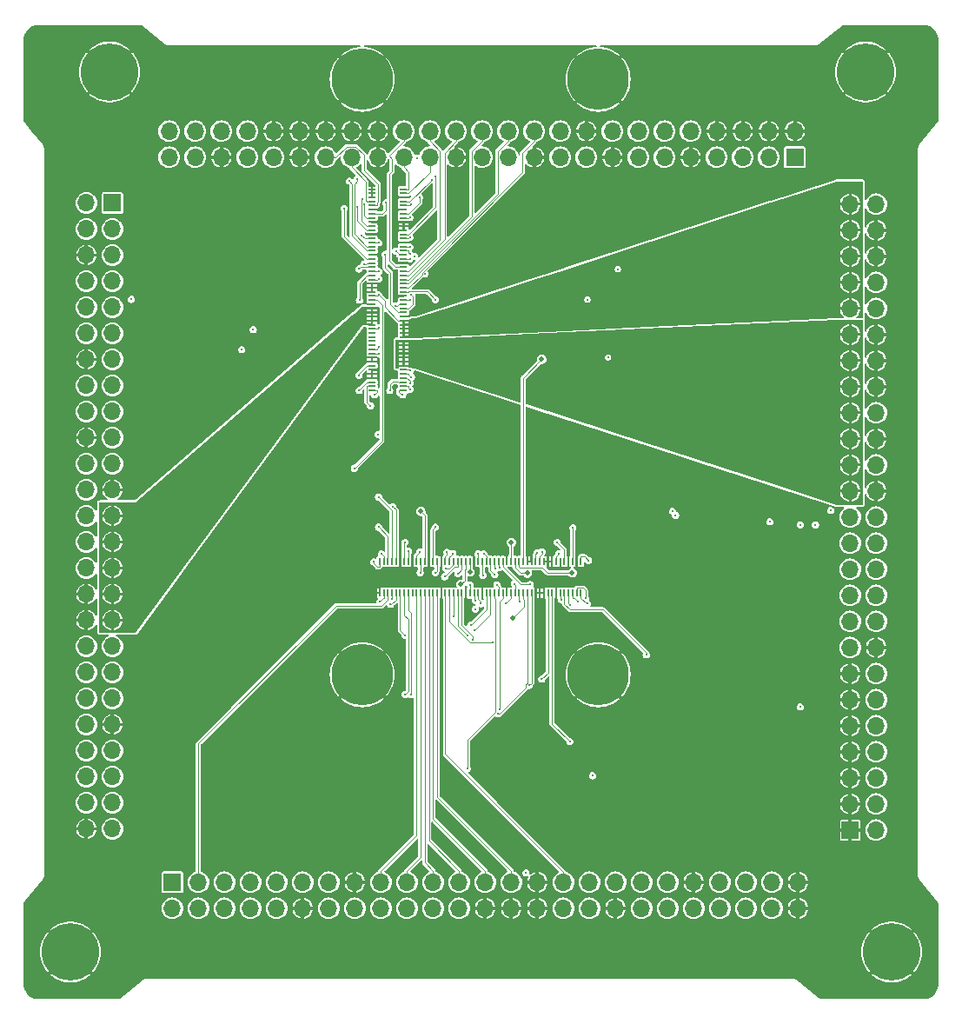
<source format=gbr>
%TF.GenerationSoftware,KiCad,Pcbnew,8.0.4*%
%TF.CreationDate,2024-08-06T12:26:22-05:00*%
%TF.ProjectId,PrintedCoralBoard,5072696e-7465-4644-936f-72616c426f61,rev?*%
%TF.SameCoordinates,Original*%
%TF.FileFunction,Copper,L1,Top*%
%TF.FilePolarity,Positive*%
%FSLAX46Y46*%
G04 Gerber Fmt 4.6, Leading zero omitted, Abs format (unit mm)*
G04 Created by KiCad (PCBNEW 8.0.4) date 2024-08-06 12:26:22*
%MOMM*%
%LPD*%
G01*
G04 APERTURE LIST*
%TA.AperFunction,ComponentPad*%
%ADD10C,6.000000*%
%TD*%
%TA.AperFunction,ComponentPad*%
%ADD11C,5.600000*%
%TD*%
%TA.AperFunction,SMDPad,CuDef*%
%ADD12R,0.200000X0.700000*%
%TD*%
%TA.AperFunction,SMDPad,CuDef*%
%ADD13R,0.700000X0.200000*%
%TD*%
%TA.AperFunction,ComponentPad*%
%ADD14R,1.700000X1.700000*%
%TD*%
%TA.AperFunction,ComponentPad*%
%ADD15O,1.700000X1.700000*%
%TD*%
%TA.AperFunction,ViaPad*%
%ADD16C,0.500000*%
%TD*%
%TA.AperFunction,ViaPad*%
%ADD17C,0.300000*%
%TD*%
%TA.AperFunction,ViaPad*%
%ADD18C,0.800000*%
%TD*%
%TA.AperFunction,Conductor*%
%ADD19C,0.090000*%
%TD*%
G04 APERTURE END LIST*
D10*
%TO.P,H2,1,1*%
%TO.N,GND*%
X56510000Y-5795500D03*
%TD*%
D11*
%TO.P,H5,1,1*%
%TO.N,GND*%
X8890000Y-5080000D03*
%TD*%
%TO.P,H7,1,1*%
%TO.N,GND*%
X85090000Y-90810000D03*
%TD*%
D12*
%TO.P,J1,1,1*%
%TO.N,FLEXPWM2_PWM1_B*%
X54810000Y-55835500D03*
%TO.P,J1,2,2*%
%TO.N,LPUART6_TXD*%
X54810000Y-52755500D03*
%TO.P,J1,3,3*%
%TO.N,FLEXPWM2_PWM1_A*%
X54410000Y-55835500D03*
%TO.P,J1,4,4*%
%TO.N,GND*%
X54410000Y-52755500D03*
%TO.P,J1,5,5*%
%TO.N,FLEXPWM1_PWM1_B*%
X54010000Y-55835500D03*
%TO.P,J1,6,6*%
%TO.N,ADC1_CH2B*%
X54010000Y-52755500D03*
%TO.P,J1,7,7*%
%TO.N,FLEXPWM1_PWM0_B*%
X53610000Y-55835500D03*
%TO.P,J1,8,8*%
%TO.N,GND*%
X53610000Y-52755500D03*
%TO.P,J1,9,9*%
%TO.N,FLEXPWM1_PWM0_A*%
X53210000Y-55835500D03*
%TO.P,J1,10,10*%
%TO.N,ADC1_CH0A*%
X53210000Y-52755500D03*
%TO.P,J1,11,11*%
%TO.N,FLEXPWM1_PWM1_A*%
X52810000Y-55835500D03*
%TO.P,J1,12,12*%
%TO.N,GND*%
X52810000Y-52755500D03*
%TO.P,J1,13,13*%
X52410000Y-55835500D03*
%TO.P,J1,14,14*%
%TO.N,ADC1_CH0B*%
X52410000Y-52755500D03*
%TO.P,J1,15,15*%
%TO.N,I2C5_SDA*%
X52010000Y-55835500D03*
%TO.P,J1,16,16*%
%TO.N,GND*%
X52010000Y-52755500D03*
%TO.P,J1,17,17*%
%TO.N,I2C5_SCL*%
X51610000Y-55835500D03*
%TO.P,J1,18,18*%
%TO.N,GND*%
X51610000Y-52755500D03*
%TO.P,J1,19,19*%
X51210000Y-55835500D03*
%TO.P,J1,20,20*%
X51210000Y-52755500D03*
%TO.P,J1,21,21*%
X50810000Y-55835500D03*
%TO.P,J1,22,22*%
%TO.N,LPUART6_RXD*%
X50810000Y-52755500D03*
%TO.P,J1,23,23*%
%TO.N,GND*%
X50410000Y-55835500D03*
%TO.P,J1,24,24*%
%TO.N,LPUART6_CTS*%
X50410000Y-52755500D03*
%TO.P,J1,25,25*%
%TO.N,USER_LED*%
X50010000Y-55835500D03*
%TO.P,J1,26,26*%
%TO.N,GND*%
X50010000Y-52755500D03*
%TO.P,J1,27,27*%
%TO.N,WIFI_POWER_EN*%
X49610000Y-55835500D03*
%TO.P,J1,28,28*%
%TO.N,GND*%
X49610000Y-52755500D03*
%TO.P,J1,29,29*%
%TO.N,PMIC_ON_REQ*%
X49210000Y-55835500D03*
%TO.P,J1,30,30*%
%TO.N,ONOFF*%
X49210000Y-52755500D03*
%TO.P,J1,31,31*%
%TO.N,USER_BUTTON*%
X48810000Y-55835500D03*
%TO.P,J1,32,32*%
%TO.N,PMIC_STBY_REQ*%
X48810000Y-52755500D03*
%TO.P,J1,33,33*%
%TO.N,CAMERA_INT*%
X48410000Y-55835500D03*
%TO.P,J1,34,34*%
%TO.N,GPIO_SNVS_07*%
X48410000Y-52755500D03*
%TO.P,J1,35,35*%
%TO.N,I2C6_SCL*%
X48010000Y-55835500D03*
%TO.P,J1,36,36*%
%TO.N,WAKEUP*%
X48010000Y-52755500D03*
%TO.P,J1,37,37*%
%TO.N,GND*%
X47610000Y-55835500D03*
%TO.P,J1,38,38*%
X47610000Y-52755500D03*
%TO.P,J1,39,39*%
%TO.N,DMIC_DATA3*%
X47210000Y-55835500D03*
%TO.P,J1,40,40*%
%TO.N,SAI2_TX_SYNC*%
X47210000Y-52755500D03*
%TO.P,J1,41,41*%
%TO.N,DMIC_DATA2*%
X46810000Y-55835500D03*
%TO.P,J1,42,42*%
%TO.N,SAI2_RX_BCLK*%
X46810000Y-52755500D03*
%TO.P,J1,43,43*%
%TO.N,DMIC_DATA1*%
X46410000Y-55835500D03*
%TO.P,J1,44,44*%
%TO.N,LPSPI6_SDI*%
X46410000Y-52755500D03*
%TO.P,J1,45,45*%
%TO.N,DMIC_DATA0*%
X46010000Y-55835500D03*
%TO.P,J1,46,46*%
%TO.N,LPSPI6_SDO*%
X46010000Y-52755500D03*
%TO.P,J1,47,47*%
%TO.N,LPUART6_RTS*%
X45610000Y-55835500D03*
%TO.P,J1,48,48*%
%TO.N,LPSPI6_SCK*%
X45610000Y-52755500D03*
%TO.P,J1,49,49*%
%TO.N,GND*%
X45210000Y-55835500D03*
%TO.P,J1,50,50*%
%TO.N,LPSPI6_CS0*%
X45210000Y-52755500D03*
%TO.P,J1,51,51*%
%TO.N,I2C1_SCL*%
X44810000Y-55835500D03*
%TO.P,J1,52,52*%
%TO.N,I2C1_SDA*%
X44810000Y-52755500D03*
%TO.P,J1,53,53*%
%TO.N,SAI2_TX_DATA*%
X44410000Y-55835500D03*
%TO.P,J1,54,54*%
%TO.N,GND*%
X44410000Y-52755500D03*
%TO.P,J1,55,55*%
%TO.N,DA_GPIO0*%
X44010000Y-55835500D03*
%TO.P,J1,56,56*%
%TO.N,GPIO_SNVS_08*%
X44010000Y-52755500D03*
%TO.P,J1,57,57*%
%TO.N,GND*%
X43610000Y-55835500D03*
%TO.P,J1,58,58*%
%TO.N,GPIO_SNVS_04*%
X43610000Y-52755500D03*
%TO.P,J1,59,59*%
%TO.N,DA_nRESET*%
X43210000Y-55835500D03*
%TO.P,J1,60,60*%
%TO.N,POR_B*%
X43210000Y-52755500D03*
%TO.P,J1,61,61*%
%TO.N,DA_nIRQ*%
X42810000Y-55835500D03*
%TO.P,J1,62,62*%
%TO.N,SAI2_RX_SYNC*%
X42810000Y-52755500D03*
%TO.P,J1,63,63*%
%TO.N,DA_GPIO2*%
X42410000Y-55835500D03*
%TO.P,J1,64,64*%
%TO.N,SAI2_TX_BCLK*%
X42410000Y-52755500D03*
%TO.P,J1,65,65*%
%TO.N,DA_GPIO3*%
X42010000Y-55835500D03*
%TO.P,J1,66,66*%
%TO.N,SAI2_MCLK*%
X42010000Y-52755500D03*
%TO.P,J1,67,67*%
%TO.N,DA_GPIO4*%
X41610000Y-55835500D03*
%TO.P,J1,68,68*%
%TO.N,SAI2_RX_DATA*%
X41610000Y-52755500D03*
%TO.P,J1,69,69*%
%TO.N,GND*%
X41210000Y-55835500D03*
%TO.P,J1,70,70*%
X41210000Y-52755500D03*
%TO.P,J1,71,71*%
%TO.N,USDHC2_DATA3*%
X40810000Y-55835500D03*
%TO.P,J1,72,72*%
%TO.N,I2C6_SDA*%
X40810000Y-52755500D03*
%TO.P,J1,73,73*%
%TO.N,USDHC2_DATA1*%
X40410000Y-55835500D03*
%TO.P,J1,74,74*%
%TO.N,DA_nRESETREQ*%
X40410000Y-52755500D03*
%TO.P,J1,75,75*%
%TO.N,USDHC2_DATA2*%
X40010000Y-55835500D03*
%TO.P,J1,76,76*%
%TO.N,GND*%
X40010000Y-52755500D03*
%TO.P,J1,77,77*%
%TO.N,USDHC2_DATA0*%
X39610000Y-55835500D03*
%TO.P,J1,78,78*%
%TO.N,GPIO_SNVS_06*%
X39610000Y-52755500D03*
%TO.P,J1,79,79*%
%TO.N,USDHC2_CLK*%
X39210000Y-55835500D03*
%TO.P,J1,80,80*%
%TO.N,BRD_STAT_LED*%
X39210000Y-52755500D03*
%TO.P,J1,81,81*%
%TO.N,USDHC2_CMD*%
X38810000Y-55835500D03*
%TO.P,J1,82,82*%
%TO.N,LPUART8_RXD*%
X38810000Y-52755500D03*
%TO.P,J1,83,83*%
%TO.N,VDD*%
X38410000Y-55835500D03*
%TO.P,J1,84,84*%
%TO.N,GND*%
X38410000Y-52755500D03*
%TO.P,J1,85,85*%
%TO.N,WIFI_SDIO_D2*%
X38010000Y-55835500D03*
%TO.P,J1,86,86*%
%TO.N,WL_HOST_WAKE*%
X38010000Y-52755500D03*
%TO.P,J1,87,87*%
%TO.N,BT_REG_ON*%
X37610000Y-55835500D03*
%TO.P,J1,88,88*%
%TO.N,WL_ANT_SEL*%
X37610000Y-52755500D03*
%TO.P,J1,89,89*%
%TO.N,LPUART1_TXD*%
X37210000Y-55835500D03*
%TO.P,J1,90,90*%
%TO.N,GND*%
X37210000Y-52755500D03*
%TO.P,J1,91,91*%
%TO.N,LPUART1_RXD*%
X36810000Y-55835500D03*
%TO.P,J1,92,92*%
%TO.N,WIFI_SDIO_CLK*%
X36810000Y-52755500D03*
%TO.P,J1,93,93*%
%TO.N,WL_REG_ON*%
X36410000Y-55835500D03*
%TO.P,J1,94,94*%
%TO.N,WIFI_SDIO_D1*%
X36410000Y-52755500D03*
%TO.P,J1,95,95*%
%TO.N,DAC_OUT*%
X36010000Y-55835500D03*
%TO.P,J1,96,96*%
%TO.N,WIFI_SDIO_D0*%
X36010000Y-52755500D03*
%TO.P,J1,97,97*%
%TO.N,MIC_CLK*%
X35610000Y-55835500D03*
%TO.P,J1,98,98*%
%TO.N,WIFI_SDIO_D3*%
X35610000Y-52755500D03*
%TO.P,J1,99,99*%
%TO.N,GND*%
X35210000Y-55835500D03*
%TO.P,J1,100,100*%
%TO.N,WIFI_SDIO_CMD*%
X35210000Y-52755500D03*
%TD*%
D10*
%TO.P,H4,1,1*%
%TO.N,GND*%
X56510000Y-63795500D03*
%TD*%
%TO.P,H3,1,1*%
%TO.N,GND*%
X33510000Y-63795500D03*
%TD*%
D11*
%TO.P,H8,1,1*%
%TO.N,GND*%
X5080000Y-90810000D03*
%TD*%
D13*
%TO.P,J2,1,1*%
%TO.N,VDD_2V8_CAM*%
X34470000Y-36095500D03*
%TO.P,J2,2,2*%
%TO.N,VDD_1V8_CAM*%
X37550000Y-36095500D03*
%TO.P,J2,3,3*%
%TO.N,VDD_1V8_AON*%
X34470000Y-35695500D03*
%TO.P,J2,4,4*%
%TO.N,VDD_1V8_MIC*%
X37550000Y-35695500D03*
%TO.P,J2,5,5*%
%TO.N,VDDA_1P0_01*%
X34470000Y-35295500D03*
%TO.P,J2,6,6*%
%TO.N,MCM_3V3*%
X37550000Y-35295500D03*
%TO.P,J2,7,7*%
%TO.N,GND*%
X34470000Y-34895500D03*
%TO.P,J2,8,8*%
%TO.N,MCM_3V3_SENSE*%
X37550000Y-34895500D03*
%TO.P,J2,9,9*%
%TO.N,GND*%
X34470000Y-34495500D03*
%TO.P,J2,10,10*%
%TO.N,DCDC_1V8_OUT*%
X37550000Y-34495500D03*
%TO.P,J2,11,11*%
%TO.N,GND*%
X34470000Y-34095500D03*
%TO.P,J2,12,12*%
%TO.N,DCDC_1V8_OUT_SENSE*%
X37550000Y-34095500D03*
%TO.P,J2,13,13*%
%TO.N,VDD_LPSR_IN_01*%
X34470000Y-33695500D03*
%TO.P,J2,14,14*%
%TO.N,VSYS*%
X37550000Y-33695500D03*
%TO.P,J2,15,15*%
%TO.N,GND*%
X34470000Y-33295500D03*
%TO.P,J2,16,16*%
%TO.N,VSYS*%
X37550000Y-33295500D03*
%TO.P,J2,17,17*%
%TO.N,GND*%
X34470000Y-32895500D03*
%TO.P,J2,18,18*%
%TO.N,VSYS*%
X37550000Y-32895500D03*
%TO.P,J2,19,19*%
%TO.N,BOOT_MODE0*%
X34470000Y-32495500D03*
%TO.P,J2,20,20*%
%TO.N,VSYS*%
X37550000Y-32495500D03*
%TO.P,J2,21,21*%
%TO.N,BOOT_MODE1*%
X34470000Y-32095500D03*
%TO.P,J2,22,22*%
%TO.N,VSYS*%
X37550000Y-32095500D03*
%TO.P,J2,23,23*%
%TO.N,unconnected-(J2-Pad23)*%
X34470000Y-31695500D03*
%TO.P,J2,24,24*%
%TO.N,VSYS*%
X37550000Y-31695500D03*
%TO.P,J2,25,25*%
%TO.N,unconnected-(J2-Pad25)*%
X34470000Y-31295500D03*
%TO.P,J2,26,26*%
%TO.N,VSYS*%
X37550000Y-31295500D03*
%TO.P,J2,27,27*%
%TO.N,unconnected-(J2-Pad27)*%
X34470000Y-30895500D03*
%TO.P,J2,28,28*%
%TO.N,VDD_1V8*%
X37550000Y-30895500D03*
%TO.P,J2,29,29*%
%TO.N,unconnected-(J2-Pad29)*%
X34470000Y-30495500D03*
%TO.P,J2,30,30*%
%TO.N,VDD_1V8*%
X37550000Y-30495500D03*
%TO.P,J2,31,31*%
%TO.N,VDD_3V3_SENSE*%
X34470000Y-30095500D03*
%TO.P,J2,32,32*%
%TO.N,VDD_1V8*%
X37550000Y-30095500D03*
%TO.P,J2,33,33*%
%TO.N,VDD_3V3*%
X34470000Y-29695500D03*
%TO.P,J2,34,34*%
%TO.N,VDD_1V8*%
X37550000Y-29695500D03*
%TO.P,J2,35,35*%
%TO.N,VDD_3V3*%
X34470000Y-29295500D03*
%TO.P,J2,36,36*%
%TO.N,VDD_1V8*%
X37550000Y-29295500D03*
%TO.P,J2,37,37*%
%TO.N,VDD_3V3*%
X34470000Y-28895500D03*
%TO.P,J2,38,38*%
%TO.N,GND*%
X37550000Y-28895500D03*
%TO.P,J2,39,39*%
%TO.N,VDD_3V3*%
X34470000Y-28495500D03*
%TO.P,J2,40,40*%
%TO.N,RGMII1_PHY_INTB*%
X37550000Y-28495500D03*
%TO.P,J2,41,41*%
%TO.N,VDD_3V3*%
X34470000Y-28095500D03*
%TO.P,J2,42,42*%
%TO.N,ETHPHY_RST_B*%
X37550000Y-28095500D03*
%TO.P,J2,43,43*%
%TO.N,GND*%
X34470000Y-27695500D03*
%TO.P,J2,44,44*%
%TO.N,ENET_RGMII_MDC*%
X37550000Y-27695500D03*
%TO.P,J2,45,45*%
%TO.N,VDD_1V8_SENSE*%
X34470000Y-27295500D03*
%TO.P,J2,46,46*%
%TO.N,ENET_RGMII_MDIO*%
X37550000Y-27295500D03*
%TO.P,J2,47,47*%
%TO.N,VDD_1V8*%
X34470000Y-26895500D03*
%TO.P,J2,48,48*%
%TO.N,GND*%
X37550000Y-26895500D03*
%TO.P,J2,49,49*%
X34470000Y-26495500D03*
%TO.P,J2,50,50*%
%TO.N,BT_HOST_WAKE*%
X37550000Y-26495500D03*
%TO.P,J2,51,51*%
%TO.N,GND*%
X34470000Y-26095500D03*
%TO.P,J2,52,52*%
%TO.N,LPUART8_TXD*%
X37550000Y-26095500D03*
%TO.P,J2,53,53*%
%TO.N,GND*%
X34470000Y-25695500D03*
%TO.P,J2,54,54*%
%TO.N,LPUART2_RTS_B*%
X37550000Y-25695500D03*
%TO.P,J2,55,55*%
%TO.N,ENET_RGMII_TXD3*%
X34470000Y-25295500D03*
%TO.P,J2,56,56*%
%TO.N,LPUART2_CTS_B*%
X37550000Y-25295500D03*
%TO.P,J2,57,57*%
%TO.N,ENET_RGMII_TXD2*%
X34470000Y-24895500D03*
%TO.P,J2,58,58*%
%TO.N,LPUART2_TXD*%
X37550000Y-24895500D03*
%TO.P,J2,59,59*%
%TO.N,ENET_RGMII_TXD1*%
X34470000Y-24495500D03*
%TO.P,J2,60,60*%
%TO.N,LPUART2_RXD*%
X37550000Y-24495500D03*
%TO.P,J2,61,61*%
%TO.N,ENET_RGMII_TXD0*%
X34470000Y-24095500D03*
%TO.P,J2,62,62*%
%TO.N,BT_DEV_WAKE*%
X37550000Y-24095500D03*
%TO.P,J2,63,63*%
%TO.N,ENET_RGMII_TX_EN*%
X34470000Y-23695500D03*
%TO.P,J2,64,64*%
%TO.N,GND*%
X37550000Y-23695500D03*
%TO.P,J2,65,65*%
%TO.N,ENET_RGMII_TXC*%
X34470000Y-23295500D03*
%TO.P,J2,66,66*%
%TO.N,ENET_RGMII_RXD2*%
X37550000Y-23295500D03*
%TO.P,J2,67,67*%
%TO.N,GND*%
X34470000Y-22895500D03*
%TO.P,J2,68,68*%
%TO.N,ENET_RGMII_RXD1*%
X37550000Y-22895500D03*
%TO.P,J2,69,69*%
%TO.N,LPSPI1_SCK*%
X34470000Y-22495500D03*
%TO.P,J2,70,70*%
%TO.N,ENET_RGMII_RXD0*%
X37550000Y-22495500D03*
%TO.P,J2,71,71*%
%TO.N,LPSPI1_PCS0*%
X34470000Y-22095500D03*
%TO.P,J2,72,72*%
%TO.N,ENET_RGMII_RXD3*%
X37550000Y-22095500D03*
%TO.P,J2,73,73*%
%TO.N,LPSPI1_SDO*%
X34470000Y-21695500D03*
%TO.P,J2,74,74*%
%TO.N,GND*%
X37550000Y-21695500D03*
%TO.P,J2,75,75*%
%TO.N,LPSPI1_SDI*%
X34470000Y-21295500D03*
%TO.P,J2,76,76*%
%TO.N,ENET_RGMII_RX_EN*%
X37550000Y-21295500D03*
%TO.P,J2,77,77*%
%TO.N,GND*%
X34470000Y-20895500D03*
%TO.P,J2,78,78*%
%TO.N,ENET_RGMII_RXC*%
X37550000Y-20895500D03*
%TO.P,J2,79,79*%
%TO.N,MIPI_DSI_D0_P*%
X34470000Y-20495500D03*
%TO.P,J2,80,80*%
%TO.N,GND*%
X37550000Y-20495500D03*
%TO.P,J2,81,81*%
%TO.N,MIPI_DSI_D0_N*%
X34470000Y-20095500D03*
%TO.P,J2,82,82*%
%TO.N,GND*%
X37550000Y-20095500D03*
%TO.P,J2,83,83*%
X34470000Y-19695500D03*
%TO.P,J2,84,84*%
X37550000Y-19695500D03*
%TO.P,J2,85,85*%
%TO.N,MIPI_DSI_CK_P*%
X34470000Y-19295500D03*
%TO.P,J2,86,86*%
%TO.N,MIPI_CSI_D0_P*%
X37550000Y-19295500D03*
%TO.P,J2,87,87*%
%TO.N,MIPI_DSI_CK_N*%
X34470000Y-18895500D03*
%TO.P,J2,88,88*%
%TO.N,MIPI_CSI_D0_N*%
X37550000Y-18895500D03*
%TO.P,J2,89,89*%
%TO.N,GND*%
X34470000Y-18495500D03*
%TO.P,J2,90,90*%
X37550000Y-18495500D03*
%TO.P,J2,91,91*%
%TO.N,MIPI_DSI_D1_P*%
X34470000Y-18095500D03*
%TO.P,J2,92,92*%
%TO.N,MIPI_CSI_CK_P*%
X37550000Y-18095500D03*
%TO.P,J2,93,93*%
%TO.N,MIPI_DSI_D1_N*%
X34470000Y-17695500D03*
%TO.P,J2,94,94*%
%TO.N,MIPI_CSI_CK_N*%
X37550000Y-17695500D03*
%TO.P,J2,95,95*%
%TO.N,GND*%
X34470000Y-17295500D03*
%TO.P,J2,96,96*%
X37550000Y-17295500D03*
%TO.P,J2,97,97*%
X34470000Y-16895500D03*
%TO.P,J2,98,98*%
%TO.N,MIPI_CSI_D1_P*%
X37550000Y-16895500D03*
%TO.P,J2,99,99*%
%TO.N,GND*%
X34470000Y-16495500D03*
%TO.P,J2,100,100*%
%TO.N,MIPI_CSI_D1_N*%
X37550000Y-16495500D03*
%TD*%
D11*
%TO.P,H6,1,1*%
%TO.N,GND*%
X82550000Y-5080000D03*
%TD*%
D10*
%TO.P,H1,1,1*%
%TO.N,GND*%
X33510000Y-5795500D03*
%TD*%
D14*
%TO.P,J5,1,Pin_1*%
%TO.N,ENET_RGMII_RXD2*%
X75660000Y-13380000D03*
D15*
%TO.P,J5,2,Pin_2*%
%TO.N,GND*%
X75660000Y-10840000D03*
%TO.P,J5,3,Pin_3*%
%TO.N,ENET_RGMII_RXD1*%
X73120000Y-13380000D03*
%TO.P,J5,4,Pin_4*%
%TO.N,GND*%
X73120000Y-10840000D03*
%TO.P,J5,5,Pin_5*%
%TO.N,ENET_RGMII_RXD0*%
X70580000Y-13380000D03*
%TO.P,J5,6,Pin_6*%
%TO.N,GND*%
X70580000Y-10840000D03*
%TO.P,J5,7,Pin_7*%
%TO.N,ENET_RGMII_RXD3*%
X68040000Y-13380000D03*
%TO.P,J5,8,Pin_8*%
%TO.N,GND*%
X68040000Y-10840000D03*
%TO.P,J5,9,Pin_9*%
X65500000Y-13380000D03*
%TO.P,J5,10,Pin_10*%
%TO.N,RGMII1_PHY_INTB*%
X65500000Y-10840000D03*
%TO.P,J5,11,Pin_11*%
%TO.N,ENET_RGMII_RX_EN*%
X62960000Y-13380000D03*
%TO.P,J5,12,Pin_12*%
%TO.N,ETHPHY_RST_B*%
X62960000Y-10840000D03*
%TO.P,J5,13,Pin_13*%
%TO.N,ENET_RGMII_RXC*%
X60420000Y-13380000D03*
%TO.P,J5,14,Pin_14*%
%TO.N,ENET_RGMII_MDC*%
X60420000Y-10840000D03*
%TO.P,J5,15,Pin_15*%
%TO.N,GND*%
X57880000Y-13380000D03*
%TO.P,J5,16,Pin_16*%
%TO.N,ENET_RGMII_MDIO*%
X57880000Y-10840000D03*
%TO.P,J5,17,Pin_17*%
%TO.N,MIPI_CSI_D0_P*%
X55340000Y-13380000D03*
%TO.P,J5,18,Pin_18*%
%TO.N,GND*%
X55340000Y-10840000D03*
%TO.P,J5,19,Pin_19*%
%TO.N,MIPI_CSI_D0_N*%
X52800000Y-13380000D03*
%TO.P,J5,20,Pin_20*%
%TO.N,BT_HOST_WAKE*%
X52800000Y-10840000D03*
%TO.P,J5,21,Pin_21*%
%TO.N,GND*%
X50260000Y-13380000D03*
%TO.P,J5,22,Pin_22*%
%TO.N,LPUART8_TXD*%
X50260000Y-10840000D03*
%TO.P,J5,23,Pin_23*%
%TO.N,MIPI_CSI_CK_P*%
X47720000Y-13380000D03*
%TO.P,J5,24,Pin_24*%
%TO.N,LPUART2_RTS_B*%
X47720000Y-10840000D03*
%TO.P,J5,25,Pin_25*%
%TO.N,MIPI_CSI_CK_N*%
X45180000Y-13380000D03*
%TO.P,J5,26,Pin_26*%
%TO.N,LPUART2_CTS_B*%
X45180000Y-10840000D03*
%TO.P,J5,27,Pin_27*%
%TO.N,GND*%
X42640000Y-13380000D03*
%TO.P,J5,28,Pin_28*%
%TO.N,LPUART2_TXD*%
X42640000Y-10840000D03*
%TO.P,J5,29,Pin_29*%
%TO.N,MIPI_CSI_D1_P*%
X40100000Y-13380000D03*
%TO.P,J5,30,Pin_30*%
%TO.N,LPUART2_RXD*%
X40100000Y-10840000D03*
%TO.P,J5,31,Pin_31*%
%TO.N,MIPI_CSI_D1_N*%
X37560000Y-13380000D03*
%TO.P,J5,32,Pin_32*%
%TO.N,BT_DEV_WAKE*%
X37560000Y-10840000D03*
%TO.P,J5,33,Pin_33*%
%TO.N,GND*%
X35020000Y-13380000D03*
%TO.P,J5,34,Pin_34*%
X35020000Y-10840000D03*
%TO.P,J5,35,Pin_35*%
%TO.N,MIPI_DSI_D1_N*%
X32480000Y-13380000D03*
%TO.P,J5,36,Pin_36*%
%TO.N,GND*%
X32480000Y-10840000D03*
%TO.P,J5,37,Pin_37*%
%TO.N,MIPI_DSI_D1_P*%
X29940000Y-13380000D03*
%TO.P,J5,38,Pin_38*%
%TO.N,GND*%
X29940000Y-10840000D03*
%TO.P,J5,39,Pin_39*%
X27400000Y-13380000D03*
%TO.P,J5,40,Pin_40*%
X27400000Y-10840000D03*
%TO.P,J5,41,Pin_41*%
%TO.N,MIPI_DSI_CK_N*%
X24860000Y-13380000D03*
%TO.P,J5,42,Pin_42*%
%TO.N,GND*%
X24860000Y-10840000D03*
%TO.P,J5,43,Pin_43*%
%TO.N,MIPI_DSI_CK_P*%
X22320000Y-13380000D03*
%TO.P,J5,44,Pin_44*%
%TO.N,LPSPI1_SDI*%
X22320000Y-10840000D03*
%TO.P,J5,45,Pin_45*%
%TO.N,GND*%
X19780000Y-13380000D03*
%TO.P,J5,46,Pin_46*%
%TO.N,LPSPI1_SDO*%
X19780000Y-10840000D03*
%TO.P,J5,47,Pin_47*%
%TO.N,MIPI_DSI_D0_N*%
X17240000Y-13380000D03*
%TO.P,J5,48,Pin_48*%
%TO.N,LPSPI1_PCS0*%
X17240000Y-10840000D03*
%TO.P,J5,49,Pin_49*%
%TO.N,MIPI_DSI_D0_P*%
X14700000Y-13380000D03*
%TO.P,J5,50,Pin_50*%
%TO.N,LPSPI1_SCK*%
X14700000Y-10840000D03*
%TD*%
D14*
%TO.P,J4,1,Pin_1*%
%TO.N,ENET_RGMII_TXC*%
X9180000Y-17840000D03*
D15*
%TO.P,J4,2,Pin_2*%
%TO.N,I2C6_SDA*%
X6640000Y-17840000D03*
%TO.P,J4,3,Pin_3*%
%TO.N,ENET_RGMII_TX_EN*%
X9180000Y-20380000D03*
%TO.P,J4,4,Pin_4*%
%TO.N,DA_nRESETREQ*%
X6640000Y-20380000D03*
%TO.P,J4,5,Pin_5*%
%TO.N,ENET_RGMII_TXD0*%
X9180000Y-22920000D03*
%TO.P,J4,6,Pin_6*%
%TO.N,GND*%
X6640000Y-22920000D03*
%TO.P,J4,7,Pin_7*%
%TO.N,ENET_RGMII_TXD1*%
X9180000Y-25460000D03*
%TO.P,J4,8,Pin_8*%
%TO.N,GPIO_SNVS_06*%
X6640000Y-25460000D03*
%TO.P,J4,9,Pin_9*%
%TO.N,ENET_RGMII_TXD2*%
X9180000Y-28000000D03*
%TO.P,J4,10,Pin_10*%
%TO.N,BRD_STAT_LED*%
X6640000Y-28000000D03*
%TO.P,J4,11,Pin_11*%
%TO.N,ENET_RGMII_TXD3*%
X9180000Y-30540000D03*
%TO.P,J4,12,Pin_12*%
%TO.N,LPUART8_RXD*%
X6640000Y-30540000D03*
%TO.P,J4,13,Pin_13*%
%TO.N,VDD_1V8*%
X9180000Y-33080000D03*
%TO.P,J4,14,Pin_14*%
%TO.N,GND*%
X6640000Y-33080000D03*
%TO.P,J4,15,Pin_15*%
%TO.N,VDD_1V8*%
X9180000Y-35620000D03*
%TO.P,J4,16,Pin_16*%
%TO.N,WL_HOST_WAKE*%
X6640000Y-35620000D03*
%TO.P,J4,17,Pin_17*%
%TO.N,VDD_1V8*%
X9180000Y-38160000D03*
%TO.P,J4,18,Pin_18*%
%TO.N,WL_ANT_SEL*%
X6640000Y-38160000D03*
%TO.P,J4,19,Pin_19*%
%TO.N,VDD_1V8*%
X9180000Y-40700000D03*
%TO.P,J4,20,Pin_20*%
%TO.N,GND*%
X6640000Y-40700000D03*
%TO.P,J4,21,Pin_21*%
%TO.N,VDD_1V8_SENSE*%
X9180000Y-43240000D03*
%TO.P,J4,22,Pin_22*%
%TO.N,WIFI_SDIO_CLK*%
X6640000Y-43240000D03*
%TO.P,J4,23,Pin_23*%
%TO.N,GND*%
X9180000Y-45780000D03*
%TO.P,J4,24,Pin_24*%
%TO.N,WIFI_SDIO_D1*%
X6640000Y-45780000D03*
%TO.P,J4,25,Pin_25*%
%TO.N,VDD_3V3*%
X9180000Y-48320000D03*
%TO.P,J4,26,Pin_26*%
%TO.N,WIFI_SDIO_D0*%
X6640000Y-48320000D03*
%TO.P,J4,27,Pin_27*%
%TO.N,VDD_3V3*%
X9180000Y-50860000D03*
%TO.P,J4,28,Pin_28*%
%TO.N,WIFI_SDIO_D3*%
X6640000Y-50860000D03*
%TO.P,J4,29,Pin_29*%
%TO.N,VDD_3V3*%
X9180000Y-53400000D03*
%TO.P,J4,30,Pin_30*%
%TO.N,WIFI_SDIO_CMD*%
X6640000Y-53400000D03*
%TO.P,J4,31,Pin_31*%
%TO.N,VDD_3V3*%
X9180000Y-55940000D03*
%TO.P,J4,32,Pin_32*%
%TO.N,GND*%
X6640000Y-55940000D03*
%TO.P,J4,33,Pin_33*%
%TO.N,VDD_3V3*%
X9180000Y-58480000D03*
%TO.P,J4,34,Pin_34*%
%TO.N,GND*%
X6640000Y-58480000D03*
%TO.P,J4,35,Pin_35*%
%TO.N,VDD_3V3_SENSE*%
X9180000Y-61020000D03*
%TO.P,J4,36,Pin_36*%
%TO.N,SAI2_RX_DATA*%
X6640000Y-61020000D03*
%TO.P,J4,37,Pin_37*%
%TO.N,BOOT_MODE1*%
X9180000Y-63560000D03*
%TO.P,J4,38,Pin_38*%
%TO.N,SAI2_MCLK*%
X6640000Y-63560000D03*
%TO.P,J4,39,Pin_39*%
%TO.N,BOOT_MODE0*%
X9180000Y-66100000D03*
%TO.P,J4,40,Pin_40*%
%TO.N,SAI2_TX_BCLK*%
X6640000Y-66100000D03*
%TO.P,J4,41,Pin_41*%
%TO.N,GND*%
X9180000Y-68640000D03*
%TO.P,J4,42,Pin_42*%
%TO.N,SAI2_RX_SYNC*%
X6640000Y-68640000D03*
%TO.P,J4,43,Pin_43*%
%TO.N,VDD_LPSR_IN_01*%
X9180000Y-71180000D03*
%TO.P,J4,44,Pin_44*%
%TO.N,POR_B*%
X6640000Y-71180000D03*
%TO.P,J4,45,Pin_45*%
%TO.N,VDDA_1P0_01*%
X9180000Y-73720000D03*
%TO.P,J4,46,Pin_46*%
%TO.N,GPIO_SNVS_04*%
X6640000Y-73720000D03*
%TO.P,J4,47,Pin_47*%
%TO.N,VDD_1V8_AON*%
X9180000Y-76260000D03*
%TO.P,J4,48,Pin_48*%
%TO.N,GPIO_SNVS_08*%
X6640000Y-76260000D03*
%TO.P,J4,49,Pin_49*%
%TO.N,VDD_2V8_CAM*%
X9180000Y-78800000D03*
%TO.P,J4,50,Pin_50*%
%TO.N,GND*%
X6640000Y-78800000D03*
%TD*%
D14*
%TO.P,J6,1,Pin_1*%
%TO.N,GND*%
X81060000Y-78920000D03*
D15*
%TO.P,J6,2,Pin_2*%
%TO.N,I2C1_SDA*%
X83600000Y-78920000D03*
%TO.P,J6,3,Pin_3*%
%TO.N,GND*%
X81060000Y-76380000D03*
%TO.P,J6,4,Pin_4*%
%TO.N,LPSPI6_CS0*%
X83600000Y-76380000D03*
%TO.P,J6,5,Pin_5*%
%TO.N,GND*%
X81060000Y-73840000D03*
%TO.P,J6,6,Pin_6*%
%TO.N,LPSPI6_SCK*%
X83600000Y-73840000D03*
%TO.P,J6,7,Pin_7*%
%TO.N,GND*%
X81060000Y-71300000D03*
%TO.P,J6,8,Pin_8*%
%TO.N,LPSPI6_SDO*%
X83600000Y-71300000D03*
%TO.P,J6,9,Pin_9*%
%TO.N,GND*%
X81060000Y-68760000D03*
%TO.P,J6,10,Pin_10*%
%TO.N,LPSPI6_SDI*%
X83600000Y-68760000D03*
%TO.P,J6,11,Pin_11*%
%TO.N,GND*%
X81060000Y-66220000D03*
%TO.P,J6,12,Pin_12*%
%TO.N,SAI2_RX_BCLK*%
X83600000Y-66220000D03*
%TO.P,J6,13,Pin_13*%
%TO.N,GND*%
X81060000Y-63680000D03*
%TO.P,J6,14,Pin_14*%
%TO.N,SAI2_TX_SYNC*%
X83600000Y-63680000D03*
%TO.P,J6,15,Pin_15*%
%TO.N,VDD_1V8_CAM*%
X81060000Y-61140000D03*
%TO.P,J6,16,Pin_16*%
%TO.N,GND*%
X83600000Y-61140000D03*
%TO.P,J6,17,Pin_17*%
%TO.N,VDD_1V8_MIC*%
X81060000Y-58600000D03*
%TO.P,J6,18,Pin_18*%
%TO.N,WAKEUP*%
X83600000Y-58600000D03*
%TO.P,J6,19,Pin_19*%
%TO.N,MCM_3V3*%
X81060000Y-56060000D03*
%TO.P,J6,20,Pin_20*%
%TO.N,GPIO_SNVS_07*%
X83600000Y-56060000D03*
%TO.P,J6,21,Pin_21*%
%TO.N,MCM_3V3_SENSE*%
X81060000Y-53520000D03*
%TO.P,J6,22,Pin_22*%
%TO.N,PMIC_STBY_REQ*%
X83600000Y-53520000D03*
%TO.P,J6,23,Pin_23*%
%TO.N,DCDC_1V8_OUT*%
X81060000Y-50980000D03*
%TO.P,J6,24,Pin_24*%
%TO.N,LPUART6_TXD*%
X83600000Y-50980000D03*
%TO.P,J6,25,Pin_25*%
%TO.N,DCDC_1V8_OUT_SENSE*%
X81060000Y-48440000D03*
%TO.P,J6,26,Pin_26*%
%TO.N,ADC1_CH2B*%
X83600000Y-48440000D03*
%TO.P,J6,27,Pin_27*%
%TO.N,VSYS*%
X81060000Y-45900000D03*
%TO.P,J6,28,Pin_28*%
%TO.N,GND*%
X83600000Y-45900000D03*
%TO.P,J6,29,Pin_29*%
%TO.N,VSYS*%
X81060000Y-43360000D03*
%TO.P,J6,30,Pin_30*%
%TO.N,ADC1_CH0A*%
X83600000Y-43360000D03*
%TO.P,J6,31,Pin_31*%
%TO.N,VSYS*%
X81060000Y-40820000D03*
%TO.P,J6,32,Pin_32*%
%TO.N,GND*%
X83600000Y-40820000D03*
%TO.P,J6,33,Pin_33*%
%TO.N,VSYS*%
X81060000Y-38280000D03*
%TO.P,J6,34,Pin_34*%
%TO.N,ADC1_CH0B*%
X83600000Y-38280000D03*
%TO.P,J6,35,Pin_35*%
%TO.N,VSYS*%
X81060000Y-35740000D03*
%TO.P,J6,36,Pin_36*%
%TO.N,GND*%
X83600000Y-35740000D03*
%TO.P,J6,37,Pin_37*%
%TO.N,VSYS*%
X81060000Y-33200000D03*
%TO.P,J6,38,Pin_38*%
%TO.N,GND*%
X83600000Y-33200000D03*
%TO.P,J6,39,Pin_39*%
%TO.N,VSYS*%
X81060000Y-30660000D03*
%TO.P,J6,40,Pin_40*%
%TO.N,GND*%
X83600000Y-30660000D03*
%TO.P,J6,41,Pin_41*%
%TO.N,VDD_1V8*%
X81060000Y-28120000D03*
%TO.P,J6,42,Pin_42*%
%TO.N,LPUART6_RXD*%
X83600000Y-28120000D03*
%TO.P,J6,43,Pin_43*%
%TO.N,VDD_1V8*%
X81060000Y-25580000D03*
%TO.P,J6,44,Pin_44*%
%TO.N,LPUART6_CTS*%
X83600000Y-25580000D03*
%TO.P,J6,45,Pin_45*%
%TO.N,VDD_1V8*%
X81060000Y-23040000D03*
%TO.P,J6,46,Pin_46*%
%TO.N,GND*%
X83600000Y-23040000D03*
%TO.P,J6,47,Pin_47*%
%TO.N,VDD_1V8*%
X81060000Y-20500000D03*
%TO.P,J6,48,Pin_48*%
%TO.N,GND*%
X83600000Y-20500000D03*
%TO.P,J6,49,Pin_49*%
%TO.N,VDD_1V8*%
X81060000Y-17960000D03*
%TO.P,J6,50,Pin_50*%
%TO.N,ONOFF*%
X83600000Y-17960000D03*
%TD*%
D14*
%TO.P,J7,1,Pin_1*%
%TO.N,MIC_CLK*%
X15020000Y-84000000D03*
D15*
%TO.P,J7,2,Pin_2*%
%TO.N,LPUART6_RTS*%
X15020000Y-86540000D03*
%TO.P,J7,3,Pin_3*%
%TO.N,DAC_OUT*%
X17560000Y-84000000D03*
%TO.P,J7,4,Pin_4*%
%TO.N,DMIC_DATA0*%
X17560000Y-86540000D03*
%TO.P,J7,5,Pin_5*%
%TO.N,WL_REG_ON*%
X20100000Y-84000000D03*
%TO.P,J7,6,Pin_6*%
%TO.N,DMIC_DATA1*%
X20100000Y-86540000D03*
%TO.P,J7,7,Pin_7*%
%TO.N,LPUART1_RXD*%
X22640000Y-84000000D03*
%TO.P,J7,8,Pin_8*%
%TO.N,DMIC_DATA2*%
X22640000Y-86540000D03*
%TO.P,J7,9,Pin_9*%
%TO.N,LPUART1_TXD*%
X25180000Y-84000000D03*
%TO.P,J7,10,Pin_10*%
%TO.N,DMIC_DATA3*%
X25180000Y-86540000D03*
%TO.P,J7,11,Pin_11*%
%TO.N,BT_REG_ON*%
X27720000Y-84000000D03*
%TO.P,J7,12,Pin_12*%
%TO.N,GND*%
X27720000Y-86540000D03*
%TO.P,J7,13,Pin_13*%
%TO.N,WIFI_SDIO_D2*%
X30260000Y-84000000D03*
%TO.P,J7,14,Pin_14*%
%TO.N,I2C6_SCL*%
X30260000Y-86540000D03*
%TO.P,J7,15,Pin_15*%
%TO.N,GND*%
X32800000Y-84000000D03*
%TO.P,J7,16,Pin_16*%
%TO.N,CAMERA_INT*%
X32800000Y-86540000D03*
%TO.P,J7,17,Pin_17*%
%TO.N,USDHC2_CMD*%
X35340000Y-84000000D03*
%TO.P,J7,18,Pin_18*%
%TO.N,USER_BUTTON*%
X35340000Y-86540000D03*
%TO.P,J7,19,Pin_19*%
%TO.N,USDHC2_CLK*%
X37880000Y-84000000D03*
%TO.P,J7,20,Pin_20*%
%TO.N,PMIC_ON_REQ*%
X37880000Y-86540000D03*
%TO.P,J7,21,Pin_21*%
%TO.N,USDHC2_DATA0*%
X40420000Y-84000000D03*
%TO.P,J7,22,Pin_22*%
%TO.N,WIFI_POWER_EN*%
X40420000Y-86540000D03*
%TO.P,J7,23,Pin_23*%
%TO.N,USDHC2_DATA2*%
X42960000Y-84000000D03*
%TO.P,J7,24,Pin_24*%
%TO.N,USER_LED*%
X42960000Y-86540000D03*
%TO.P,J7,25,Pin_25*%
%TO.N,USDHC2_DATA1*%
X45500000Y-84000000D03*
%TO.P,J7,26,Pin_26*%
%TO.N,GND*%
X45500000Y-86540000D03*
%TO.P,J7,27,Pin_27*%
%TO.N,USDHC2_DATA3*%
X48040000Y-84000000D03*
%TO.P,J7,28,Pin_28*%
%TO.N,GND*%
X48040000Y-86540000D03*
%TO.P,J7,29,Pin_29*%
X50580000Y-84000000D03*
%TO.P,J7,30,Pin_30*%
X50580000Y-86540000D03*
%TO.P,J7,31,Pin_31*%
%TO.N,DA_GPIO4*%
X53120000Y-84000000D03*
%TO.P,J7,32,Pin_32*%
%TO.N,I2C5_SCL*%
X53120000Y-86540000D03*
%TO.P,J7,33,Pin_33*%
%TO.N,DA_GPIO3*%
X55660000Y-84000000D03*
%TO.P,J7,34,Pin_34*%
%TO.N,I2C5_SDA*%
X55660000Y-86540000D03*
%TO.P,J7,35,Pin_35*%
%TO.N,DA_GPIO2*%
X58200000Y-84000000D03*
%TO.P,J7,36,Pin_36*%
%TO.N,GND*%
X58200000Y-86540000D03*
%TO.P,J7,37,Pin_37*%
%TO.N,DA_nIRQ*%
X60740000Y-84000000D03*
%TO.P,J7,38,Pin_38*%
%TO.N,FLEXPWM1_PWM1_A*%
X60740000Y-86540000D03*
%TO.P,J7,39,Pin_39*%
%TO.N,DA_nRESET*%
X63280000Y-84000000D03*
%TO.P,J7,40,Pin_40*%
%TO.N,FLEXPWM1_PWM0_A*%
X63280000Y-86540000D03*
%TO.P,J7,41,Pin_41*%
%TO.N,GND*%
X65820000Y-84000000D03*
%TO.P,J7,42,Pin_42*%
%TO.N,FLEXPWM1_PWM0_B*%
X65820000Y-86540000D03*
%TO.P,J7,43,Pin_43*%
%TO.N,DA_GPIO0*%
X68360000Y-84000000D03*
%TO.P,J7,44,Pin_44*%
%TO.N,FLEXPWM1_PWM1_B*%
X68360000Y-86540000D03*
%TO.P,J7,45,Pin_45*%
%TO.N,SAI2_TX_DATA*%
X70900000Y-84000000D03*
%TO.P,J7,46,Pin_46*%
%TO.N,FLEXPWM2_PWM1_A*%
X70900000Y-86540000D03*
%TO.P,J7,47,Pin_47*%
%TO.N,I2C1_SCL*%
X73440000Y-84000000D03*
%TO.P,J7,48,Pin_48*%
%TO.N,FLEXPWM2_PWM1_B*%
X73440000Y-86540000D03*
%TO.P,J7,49,Pin_49*%
%TO.N,GND*%
X75980000Y-84000000D03*
%TO.P,J7,50,Pin_50*%
X75980000Y-86540000D03*
%TD*%
D16*
%TO.N,ONOFF*%
X51011800Y-33068000D03*
%TO.N,PMIC_STBY_REQ*%
X53974800Y-53855600D03*
%TO.N,WAKEUP*%
X48048800Y-50898800D03*
%TO.N,PMIC_ON_REQ*%
X48187400Y-58296800D03*
D17*
%TO.N,USER_LED*%
X49459000Y-83091300D03*
X49767700Y-64830900D03*
%TO.N,VDD_1V8*%
X21767300Y-32129300D03*
X22891200Y-30173200D03*
X35132300Y-26795200D03*
%TO.N,LPSPI6_SDI*%
X46446900Y-53467200D03*
%TO.N,ADC1_CH0A*%
X52493300Y-50898800D03*
%TO.N,DA_GPIO2*%
X42410000Y-58090000D03*
X55960000Y-73630000D03*
D16*
%TO.N,GPIO_SNVS_04*%
X43133000Y-55000100D03*
D17*
%TO.N,BRD_STAT_LED*%
X35075100Y-40386700D03*
X39159800Y-53828300D03*
%TO.N,WIFI_SDIO_D2*%
X38285000Y-65741000D03*
%TO.N,FLEXPWM2_PWM1_B*%
X55457500Y-56867300D03*
D16*
%TO.N,GPIO_SNVS_06*%
X39225400Y-47876400D03*
D17*
%TO.N,FLEXPWM1_PWM1_A*%
X52906900Y-56483700D03*
D16*
%TO.N,GPIO_SNVS_07*%
X49608600Y-53900700D03*
%TO.N,GPIO_SNVS_08*%
X44000000Y-53787400D03*
D17*
%TO.N,DA_GPIO0*%
X44530000Y-57410000D03*
X44029100Y-55041700D03*
%TO.N,SAI2_RX_DATA*%
X41758600Y-51854100D03*
%TO.N,I2C1_SCL*%
X45086300Y-56865800D03*
%TO.N,WIFI_SDIO_D3*%
X35383000Y-52021700D03*
%TO.N,FLEXPWM1_PWM0_B*%
X53790600Y-56982800D03*
%TO.N,SAI2_RX_SYNC*%
X41539500Y-54244600D03*
%TO.N,FLEXPWM1_PWM0_A*%
X61180000Y-61850000D03*
%TO.N,DA_nRESETREQ*%
X40641300Y-49420400D03*
X39626200Y-24752500D03*
%TO.N,I2C5_SCL*%
X51003300Y-64212800D03*
%TO.N,LPSPI6_SDO*%
X46436900Y-54041900D03*
%TO.N,SAI2_MCLK*%
X42353100Y-51971200D03*
%TO.N,ADC1_CH2B*%
X54036700Y-49482400D03*
%TO.N,FLEXPWM1_PWM1_B*%
X54543900Y-56660000D03*
%TO.N,DMIC_DATA2*%
X46636400Y-55041200D03*
%TO.N,WL_ANT_SEL*%
X37678300Y-50898800D03*
%TO.N,WIFI_SDIO_CMD*%
X34640500Y-52804700D03*
%TO.N,WIFI_SDIO_D0*%
X35108200Y-49420400D03*
%TO.N,LPSPI6_CS0*%
X76197300Y-66931900D03*
X45263700Y-54096000D03*
%TO.N,MIC_CLK*%
X35239800Y-56683800D03*
%TO.N,DMIC_DATA0*%
X44450700Y-59490000D03*
%TO.N,DA_GPIO3*%
X46230000Y-60679700D03*
%TO.N,WIFI_SDIO_CLK*%
X36492300Y-47406800D03*
%TO.N,ADC1_CH0B*%
X52637500Y-52021700D03*
%TO.N,WIFI_POWER_EN*%
X46699100Y-67605800D03*
%TO.N,I2C5_SDA*%
X53740000Y-70300000D03*
%TO.N,DA_nIRQ*%
X43758800Y-59989900D03*
%TO.N,USER_BUTTON*%
X48890100Y-56657200D03*
%TO.N,LPUART6_TXD*%
X55553500Y-52645100D03*
%TO.N,CAMERA_INT*%
X48325100Y-54928800D03*
%TO.N,WL_HOST_WAKE*%
X38035400Y-51777500D03*
%TO.N,I2C6_SDA*%
X40641300Y-53828300D03*
%TO.N,POR_B*%
X42827500Y-53911500D03*
%TO.N,SAI2_RX_BCLK*%
X46914500Y-53368500D03*
%TO.N,WL_REG_ON*%
X36435400Y-56437600D03*
%TO.N,BT_REG_ON*%
X37697700Y-65700600D03*
%TO.N,LPUART6_RXD*%
X51041700Y-51807300D03*
X57473600Y-32886700D03*
%TO.N,LPSPI6_SCK*%
X45369900Y-52023300D03*
%TO.N,WIFI_SDIO_D1*%
X35106600Y-46463600D03*
%TO.N,LPUART8_RXD*%
X39157700Y-51823300D03*
%TO.N,LPUART6_RTS*%
X44080100Y-58966800D03*
%TO.N,LPUART6_CTS*%
X64038000Y-48247700D03*
X50549600Y-51904800D03*
%TO.N,SAI2_TX_DATA*%
X44555000Y-56560900D03*
%TO.N,I2C6_SCL*%
X47529500Y-56841700D03*
%TO.N,I2C1_SDA*%
X44781700Y-52021700D03*
%TO.N,DA_nRESET*%
X44305500Y-60353100D03*
%TO.N,DMIC_DATA3*%
X46881500Y-67159600D03*
%TO.N,LPUART1_RXD*%
X36270000Y-56943400D03*
%TO.N,FLEXPWM2_PWM1_A*%
X55277000Y-56342400D03*
%TO.N,SAI2_TX_BCLK*%
X41678400Y-53412000D03*
%TO.N,SAI2_TX_SYNC*%
X49884700Y-55003900D03*
%TO.N,LPUART1_TXD*%
X37678300Y-59930000D03*
%TO.N,DMIC_DATA1*%
X43744500Y-72934800D03*
%TO.N,ENET_RGMII_TXD3*%
X11011300Y-27230100D03*
X35138000Y-25211100D03*
%TO.N,ENET_RGMII_TXD1*%
X35138000Y-24523000D03*
%TO.N,MIPI_DSI_CK_N*%
X35845000Y-17840000D03*
%TO.N,DCDC_1V8_OUT*%
X38310800Y-34806000D03*
X79160300Y-47798900D03*
%TO.N,MIPI_CSI_D0_N*%
X39121400Y-17298600D03*
%TO.N,VDD_1V8_CAM*%
X37464600Y-36524700D03*
X63750200Y-47860000D03*
%TO.N,ENET_RGMII_TXD0*%
X33196900Y-24268900D03*
%TO.N,RGMII1_PHY_INTB*%
X35750000Y-22840000D03*
%TO.N,LPSPI1_SDI*%
X33481600Y-21028000D03*
%TO.N,DCDC_1V8_OUT_SENSE*%
X38159500Y-34173800D03*
%TO.N,VDD_1V8_MIC*%
X38159500Y-35995500D03*
X73234300Y-48903300D03*
%TO.N,LPSPI1_PCS0*%
X33011300Y-15550900D03*
%TO.N,ENET_RGMII_RXD0*%
X38157900Y-22795500D03*
%TO.N,LPSPI1_SDO*%
X35138000Y-21723000D03*
%TO.N,ENET_RGMII_TXD2*%
X33242700Y-27308500D03*
%TO.N,ENET_RGMII_RX_EN*%
X38159500Y-21195500D03*
%TO.N,MIPI_DSI_D0_N*%
X33555300Y-17452500D03*
%TO.N,MIPI_CSI_CK_P*%
X38251300Y-17995500D03*
%TO.N,MIPI_DSI_CK_P*%
X33729700Y-17949800D03*
%TO.N,MIPI_CSI_D0_P*%
X38159500Y-19254300D03*
%TO.N,BOOT_MODE1*%
X35138000Y-31876300D03*
%TO.N,BOOT_MODE0*%
X35138000Y-32507100D03*
%TO.N,BT_HOST_WAKE*%
X40641300Y-27244400D03*
%TO.N,ENET_RGMII_RXD1*%
X36813800Y-22528300D03*
X38604300Y-23033700D03*
%TO.N,MCM_3V3_SENSE*%
X38159500Y-35385500D03*
X77678800Y-49170500D03*
%TO.N,LPSPI1_SCK*%
X32258000Y-15708300D03*
%TO.N,MIPI_DSI_D0_P*%
X33031000Y-18202600D03*
%TO.N,ENET_RGMII_TXC*%
X31750700Y-18372400D03*
%TO.N,ENET_RGMII_MDC*%
X36776300Y-27842300D03*
X38834500Y-13465800D03*
%TO.N,ENET_RGMII_RXC*%
X40668500Y-15284400D03*
%TO.N,ENET_RGMII_MDIO*%
X55456300Y-27244400D03*
X38157900Y-27303200D03*
%TO.N,MCM_3V3*%
X36196800Y-36114800D03*
X76197300Y-49170500D03*
%TO.N,ENET_RGMII_RXD3*%
X38157900Y-22132700D03*
%TO.N,MIPI_CSI_CK_N*%
X40262000Y-15573900D03*
%TO.N,ETHPHY_RST_B*%
X38266800Y-26760300D03*
X58419300Y-24287600D03*
%TO.N,ENET_RGMII_TX_EN*%
X33694900Y-23799400D03*
%TO.N,ENET_RGMII_RXD2*%
X38157900Y-23270300D03*
%TO.N,VDD_1V8_SENSE*%
X32747700Y-43668500D03*
%TO.N,VDD_1V8_AON*%
X34322400Y-37593200D03*
%TO.N,VDD_3V3_SENSE*%
X35138000Y-29995500D03*
%TO.N,VDD_2V8_CAM*%
X34715300Y-36524700D03*
D18*
%TO.N,GND*%
X11176000Y-11430000D03*
D17*
X36710000Y-25300000D03*
X34290000Y-15980000D03*
X37060000Y-15750000D03*
X39330000Y-20500000D03*
D18*
X77216000Y-91948000D03*
X81534000Y-82804000D03*
X75438000Y-80264000D03*
D17*
X43820000Y-57650000D03*
X37220000Y-14800000D03*
X52670000Y-53460000D03*
X40060000Y-20350000D03*
D18*
X19812000Y-6350000D03*
D17*
X40560000Y-20200000D03*
X36040000Y-14550000D03*
D18*
X23622000Y-5842000D03*
D17*
X36670000Y-23300000D03*
D18*
X69342000Y-91440000D03*
D17*
X35400000Y-18360000D03*
X35010000Y-14880000D03*
%TO.N,VDD_LPSR_IN_01*%
X33207900Y-34630200D03*
%TO.N,VDDA_1P0_01*%
X33217200Y-36098300D03*
%TD*%
D19*
%TO.N,ONOFF*%
X49210000Y-52755500D02*
X49210000Y-34869800D01*
X49210000Y-34869800D02*
X51011800Y-33068000D01*
%TO.N,PMIC_STBY_REQ*%
X48865000Y-53350500D02*
X51080500Y-53350500D01*
X51080500Y-53350500D02*
X51585600Y-53855600D01*
X48810000Y-53295500D02*
X48865000Y-53350500D01*
X48810000Y-52755500D02*
X48810000Y-53295500D01*
X51585600Y-53855600D02*
X53974800Y-53855600D01*
%TO.N,WAKEUP*%
X48010000Y-52158800D02*
X48048800Y-52120000D01*
X48010000Y-52755500D02*
X48010000Y-52158800D01*
X48048800Y-52120000D02*
X48048800Y-50898800D01*
%TO.N,PMIC_ON_REQ*%
X49210000Y-56416100D02*
X49210000Y-55835500D01*
X48187400Y-58296800D02*
X49286800Y-57197400D01*
X49286800Y-56492900D02*
X49210000Y-56416100D01*
X49286800Y-57197400D02*
X49286800Y-56492900D01*
%TO.N,DAC_OUT*%
X17560000Y-70500000D02*
X30981200Y-57078800D01*
X36010000Y-56472215D02*
X36010000Y-55835500D01*
X17560000Y-84000000D02*
X17560000Y-70500000D01*
X30981200Y-57078800D02*
X35403415Y-57078800D01*
X35403415Y-57078800D02*
X36010000Y-56472215D01*
%TO.N,USDHC2_DATA3*%
X48040000Y-82903300D02*
X40810000Y-75673300D01*
X48040000Y-84000000D02*
X48040000Y-82903300D01*
X40810000Y-75673300D02*
X40810000Y-55835500D01*
%TO.N,USDHC2_DATA2*%
X42960000Y-82903300D02*
X40010000Y-79953300D01*
X40010000Y-79953300D02*
X40010000Y-55835500D01*
X42960000Y-84000000D02*
X42960000Y-82903300D01*
%TO.N,USDHC2_DATA1*%
X45500000Y-84000000D02*
X45500000Y-82903300D01*
X40410000Y-77813300D02*
X40410000Y-55835500D01*
X45500000Y-82903300D02*
X40410000Y-77813300D01*
%TO.N,USDHC2_DATA0*%
X40420000Y-82903300D02*
X39610000Y-82093300D01*
X40420000Y-84000000D02*
X40420000Y-82903300D01*
X39610000Y-82093300D02*
X39610000Y-55835500D01*
%TO.N,USDHC2_CLK*%
X39210000Y-81573300D02*
X39210000Y-55835500D01*
X37880000Y-82903300D02*
X39210000Y-81573300D01*
X37880000Y-84000000D02*
X37880000Y-82903300D01*
%TO.N,USDHC2_CMD*%
X38810000Y-79433300D02*
X38810000Y-55835500D01*
X35340000Y-84000000D02*
X35340000Y-82903300D01*
X35340000Y-82903300D02*
X38810000Y-79433300D01*
%TO.N,USER_LED*%
X50010000Y-64588600D02*
X50010000Y-55835500D01*
X49767700Y-64830900D02*
X50010000Y-64588600D01*
%TO.N,VDD_1V8*%
X35700000Y-27362900D02*
X35132300Y-26795200D01*
X35032000Y-26895500D02*
X35132300Y-26795200D01*
X35700000Y-27985500D02*
X35700000Y-27362900D01*
X37550000Y-29295500D02*
X37010000Y-29295500D01*
X37010000Y-29295500D02*
X35700000Y-27985500D01*
X34470000Y-26895500D02*
X35032000Y-26895500D01*
%TO.N,LPSPI6_SDI*%
X46410000Y-53430300D02*
X46410000Y-52755500D01*
X46446900Y-53467200D02*
X46410000Y-53430300D01*
%TO.N,ADC1_CH0A*%
X53210000Y-51615500D02*
X52493300Y-50898800D01*
X53210000Y-52755500D02*
X53210000Y-51615500D01*
%TO.N,DA_GPIO2*%
X42410000Y-55835500D02*
X42410000Y-58090000D01*
%TO.N,GPIO_SNVS_04*%
X43610000Y-53475100D02*
X43503300Y-53581800D01*
X43503300Y-53581800D02*
X43503300Y-54629800D01*
X43610000Y-52755500D02*
X43610000Y-53475100D01*
X43503300Y-54629800D02*
X43133000Y-55000100D01*
%TO.N,BRD_STAT_LED*%
X39210000Y-53778100D02*
X39210000Y-52755500D01*
X39159800Y-53828300D02*
X39210000Y-53778100D01*
%TO.N,WIFI_SDIO_D2*%
X38010000Y-57471300D02*
X38285000Y-57746300D01*
X38010000Y-55835500D02*
X38010000Y-57471300D01*
X38285000Y-57746300D02*
X38285000Y-65741000D01*
%TO.N,FLEXPWM2_PWM1_B*%
X54810000Y-55835500D02*
X54810000Y-56322200D01*
X55355100Y-56867300D02*
X55457500Y-56867300D01*
X54810000Y-56322200D02*
X55355100Y-56867300D01*
%TO.N,GPIO_SNVS_06*%
X39610000Y-48261000D02*
X39225400Y-47876400D01*
X39610000Y-52755500D02*
X39610000Y-48261000D01*
%TO.N,FLEXPWM1_PWM1_A*%
X52906800Y-56483700D02*
X52906900Y-56483700D01*
X52810000Y-55835500D02*
X52810000Y-56322200D01*
X52906800Y-56419000D02*
X52906800Y-56483700D01*
X52810000Y-56322200D02*
X52906800Y-56419000D01*
%TO.N,GPIO_SNVS_07*%
X48410000Y-53364700D02*
X48946000Y-53900700D01*
X48410000Y-52755500D02*
X48410000Y-53364700D01*
X48946000Y-53900700D02*
X49608600Y-53900700D01*
%TO.N,GPIO_SNVS_08*%
X44010000Y-53777400D02*
X44000000Y-53787400D01*
X44010000Y-52755500D02*
X44010000Y-53777400D01*
%TO.N,DA_GPIO0*%
X44010000Y-55835500D02*
X44010000Y-55060800D01*
X44010000Y-55060800D02*
X44029100Y-55041700D01*
%TO.N,SAI2_RX_DATA*%
X41610000Y-52755500D02*
X41610000Y-52268800D01*
X41758600Y-52120200D02*
X41758600Y-51854100D01*
X41610000Y-52268800D02*
X41758600Y-52120200D01*
%TO.N,I2C1_SCL*%
X44810000Y-55835500D02*
X44810000Y-56410400D01*
X44810000Y-56410400D02*
X45086300Y-56686700D01*
X45086300Y-56686700D02*
X45086300Y-56865800D01*
%TO.N,WIFI_SDIO_D3*%
X35610000Y-52248700D02*
X35610000Y-52755500D01*
X35383000Y-52021700D02*
X35610000Y-52248700D01*
%TO.N,FLEXPWM1_PWM0_B*%
X53610000Y-56802200D02*
X53790600Y-56982800D01*
X53610000Y-55835500D02*
X53610000Y-56802200D01*
%TO.N,SAI2_RX_SYNC*%
X42810000Y-53242200D02*
X42541900Y-53242200D01*
X42810000Y-52755500D02*
X42810000Y-53242200D01*
X42541900Y-53242200D02*
X41539500Y-54244600D01*
%TO.N,FLEXPWM1_PWM0_A*%
X53210000Y-56875200D02*
X53210000Y-55835500D01*
X53755800Y-57421000D02*
X53210000Y-56875200D01*
X56951000Y-57421000D02*
X53755800Y-57421000D01*
X61180000Y-61650000D02*
X56951000Y-57421000D01*
X61180000Y-61850000D02*
X61180000Y-61650000D01*
%TO.N,DA_nRESETREQ*%
X40410000Y-49651700D02*
X40641300Y-49420400D01*
X40410000Y-52755500D02*
X40410000Y-49651700D01*
%TO.N,I2C5_SCL*%
X51610000Y-63606100D02*
X51003300Y-64212800D01*
X51610000Y-55835500D02*
X51610000Y-63606100D01*
%TO.N,LPSPI6_SDO*%
X46436900Y-54041900D02*
X46010000Y-53615000D01*
X46010000Y-53615000D02*
X46010000Y-52755500D01*
%TO.N,SAI2_MCLK*%
X42010000Y-52268800D02*
X42055500Y-52268800D01*
X42055500Y-52268800D02*
X42353100Y-51971200D01*
X42010000Y-52755500D02*
X42010000Y-52268800D01*
%TO.N,ADC1_CH2B*%
X54036700Y-49482400D02*
X54010000Y-49509100D01*
X54010000Y-49509100D02*
X54010000Y-52755500D01*
%TO.N,FLEXPWM1_PWM1_B*%
X54010000Y-55835500D02*
X54010000Y-56322200D01*
X54206100Y-56322200D02*
X54010000Y-56322200D01*
X54543900Y-56660000D02*
X54206100Y-56322200D01*
%TO.N,DMIC_DATA2*%
X46810000Y-55214800D02*
X46636400Y-55041200D01*
X46810000Y-55835500D02*
X46810000Y-55214800D01*
%TO.N,DA_GPIO4*%
X53120000Y-83013300D02*
X41610000Y-71503300D01*
X41610000Y-71503300D02*
X41610000Y-55835500D01*
X53120000Y-84000000D02*
X53120000Y-83013300D01*
%TO.N,WL_ANT_SEL*%
X37678300Y-50898800D02*
X37610000Y-50967100D01*
X37610000Y-50967100D02*
X37610000Y-52755500D01*
%TO.N,WIFI_SDIO_CMD*%
X34640500Y-52914200D02*
X34968500Y-53242200D01*
X34640500Y-52804700D02*
X34640500Y-52914200D01*
X35210000Y-52755500D02*
X35210000Y-53242200D01*
X34968500Y-53242200D02*
X35210000Y-53242200D01*
%TO.N,WIFI_SDIO_D0*%
X36010000Y-50322200D02*
X36010000Y-52755500D01*
X35108200Y-49420400D02*
X36010000Y-50322200D01*
%TO.N,LPSPI6_CS0*%
X45210000Y-54042300D02*
X45210000Y-52755500D01*
X45263700Y-54096000D02*
X45210000Y-54042300D01*
%TO.N,MIC_CLK*%
X35239800Y-56683800D02*
X35601400Y-56322200D01*
X35610000Y-55835500D02*
X35610000Y-56322200D01*
X35601400Y-56322200D02*
X35610000Y-56322200D01*
%TO.N,DMIC_DATA0*%
X46010000Y-55835500D02*
X46010000Y-57930700D01*
X46010000Y-57930700D02*
X44450700Y-59490000D01*
%TO.N,DA_GPIO3*%
X44042700Y-60679700D02*
X46230000Y-60679700D01*
X42010000Y-55835500D02*
X42010000Y-58647000D01*
X42010000Y-58647000D02*
X44042700Y-60679700D01*
%TO.N,WIFI_SDIO_CLK*%
X36492300Y-47406800D02*
X36810000Y-47724500D01*
X36810000Y-47724500D02*
X36810000Y-52755500D01*
%TO.N,ADC1_CH0B*%
X52637500Y-52021700D02*
X52410000Y-52249200D01*
X52410000Y-52249200D02*
X52410000Y-52755500D01*
%TO.N,WIFI_POWER_EN*%
X49481000Y-65001800D02*
X46877000Y-67605800D01*
X49610000Y-55835500D02*
X49610000Y-64583200D01*
X49481000Y-64712200D02*
X49481000Y-65001800D01*
X46877000Y-67605800D02*
X46699100Y-67605800D01*
X49610000Y-64583200D02*
X49481000Y-64712200D01*
%TO.N,I2C5_SDA*%
X52010000Y-68570000D02*
X52010000Y-55835500D01*
X53740000Y-70300000D02*
X52010000Y-68570000D01*
%TO.N,DA_nIRQ*%
X42810000Y-55835500D02*
X42810000Y-59041100D01*
X42810000Y-59041100D02*
X43758800Y-59989900D01*
%TO.N,USER_BUTTON*%
X48810000Y-56577100D02*
X48890100Y-56657200D01*
X48810000Y-55835500D02*
X48810000Y-56577100D01*
%TO.N,LPUART6_TXD*%
X54810000Y-52268800D02*
X55177200Y-52268800D01*
X54810000Y-52755500D02*
X54810000Y-52268800D01*
X55177200Y-52268800D02*
X55553500Y-52645100D01*
%TO.N,CAMERA_INT*%
X48410000Y-55013700D02*
X48410000Y-55835500D01*
X48325100Y-54928800D02*
X48410000Y-55013700D01*
%TO.N,WL_HOST_WAKE*%
X38010000Y-52755500D02*
X38010000Y-51802900D01*
X38010000Y-51802900D02*
X38035400Y-51777500D01*
%TO.N,I2C6_SDA*%
X40810000Y-53659600D02*
X40810000Y-52755500D01*
X40641300Y-53828300D02*
X40810000Y-53659600D01*
%TO.N,POR_B*%
X43210000Y-53529000D02*
X42827500Y-53911500D01*
X43210000Y-52755500D02*
X43210000Y-53529000D01*
%TO.N,SAI2_RX_BCLK*%
X46810000Y-53264000D02*
X46810000Y-52755500D01*
X46914500Y-53368500D02*
X46810000Y-53264000D01*
%TO.N,WL_REG_ON*%
X36410000Y-56412200D02*
X36410000Y-55835500D01*
X36435400Y-56437600D02*
X36410000Y-56412200D01*
%TO.N,BT_REG_ON*%
X37610000Y-57984800D02*
X38000800Y-58375600D01*
X38000800Y-65397500D02*
X37697700Y-65700600D01*
X37610000Y-55835500D02*
X37610000Y-57984800D01*
X38000800Y-58375600D02*
X38000800Y-65397500D01*
%TO.N,LPUART6_RXD*%
X50810000Y-52755500D02*
X50810000Y-52268800D01*
X50810000Y-52268800D02*
X51041700Y-52037100D01*
X51041700Y-52037100D02*
X51041700Y-51807300D01*
%TO.N,LPSPI6_SCK*%
X45610000Y-52755500D02*
X45610000Y-52263400D01*
X45610000Y-52263400D02*
X45369900Y-52023300D01*
%TO.N,WIFI_SDIO_D1*%
X36410000Y-47767000D02*
X35106600Y-46463600D01*
X36410000Y-52755500D02*
X36410000Y-47767000D01*
%TO.N,LPUART8_RXD*%
X38810000Y-52755500D02*
X38810000Y-52171000D01*
X38810000Y-52171000D02*
X39157700Y-51823300D01*
%TO.N,LPUART6_RTS*%
X45610000Y-57436900D02*
X45610000Y-55835500D01*
X44080100Y-58966800D02*
X45610000Y-57436900D01*
%TO.N,LPUART6_CTS*%
X50410000Y-52044400D02*
X50410000Y-52755500D01*
X50549600Y-51904800D02*
X50410000Y-52044400D01*
%TO.N,SAI2_TX_DATA*%
X44410000Y-56415900D02*
X44410000Y-55835500D01*
X44555000Y-56560900D02*
X44410000Y-56415900D01*
%TO.N,I2C6_SCL*%
X47529500Y-56841700D02*
X48010000Y-56361200D01*
X48010000Y-56361200D02*
X48010000Y-55835500D01*
%TO.N,I2C1_SDA*%
X44781700Y-52021700D02*
X44810000Y-52050000D01*
X44810000Y-52050000D02*
X44810000Y-52755500D01*
%TO.N,DA_nRESET*%
X43210000Y-55835500D02*
X43210000Y-58959300D01*
X43210000Y-58959300D02*
X44305500Y-60054800D01*
X44305500Y-60054800D02*
X44305500Y-60353100D01*
%TO.N,DMIC_DATA3*%
X46881500Y-56650700D02*
X46881500Y-67159600D01*
X47210000Y-56322200D02*
X46881500Y-56650700D01*
X47210000Y-55835500D02*
X47210000Y-56322200D01*
%TO.N,LPUART1_RXD*%
X36335100Y-56943400D02*
X36810000Y-56468500D01*
X36810000Y-56468500D02*
X36810000Y-55835500D01*
X36270000Y-56943400D02*
X36335100Y-56943400D01*
%TO.N,FLEXPWM2_PWM1_A*%
X54410000Y-55835500D02*
X54410000Y-55348800D01*
X54410000Y-55348800D02*
X55043700Y-55348800D01*
X55277000Y-55582100D02*
X55277000Y-56342400D01*
X55043700Y-55348800D02*
X55277000Y-55582100D01*
%TO.N,SAI2_TX_BCLK*%
X42410000Y-53000900D02*
X42410000Y-52755500D01*
X41678400Y-53412000D02*
X41998900Y-53412000D01*
X41998900Y-53412000D02*
X42410000Y-53000900D01*
%TO.N,SAI2_TX_SYNC*%
X47210000Y-52755500D02*
X47210000Y-53242200D01*
X48971600Y-55003800D02*
X49884700Y-55003800D01*
X47210000Y-53242200D02*
X48971600Y-55003800D01*
X49884700Y-55003800D02*
X49884700Y-55003900D01*
%TO.N,LPUART1_TXD*%
X37210000Y-59461700D02*
X37210000Y-55835500D01*
X37678300Y-59930000D02*
X37210000Y-59461700D01*
%TO.N,DMIC_DATA1*%
X46410000Y-56322200D02*
X46516700Y-56428900D01*
X46516700Y-56428900D02*
X46516700Y-67382800D01*
X43744500Y-70155000D02*
X43744500Y-72934800D01*
X46410000Y-55835500D02*
X46410000Y-56322200D01*
X46516700Y-67382800D02*
X43744500Y-70155000D01*
%TO.N,LPUART2_RTS_B*%
X47720000Y-10840000D02*
X47720000Y-11826700D01*
X46733300Y-16983100D02*
X38036700Y-25679700D01*
X37550000Y-25695500D02*
X38036700Y-25695500D01*
X47720000Y-11826700D02*
X46733300Y-12813400D01*
X38036700Y-25679700D02*
X38036700Y-25695500D01*
X46733300Y-12813400D02*
X46733300Y-16983100D01*
%TO.N,ENET_RGMII_TXD3*%
X35041100Y-25211100D02*
X34956700Y-25295500D01*
X34470000Y-25295500D02*
X34956700Y-25295500D01*
X35138000Y-25211100D02*
X35041100Y-25211100D01*
%TO.N,LPUART2_RXD*%
X41096100Y-21436100D02*
X41096100Y-12822800D01*
X37550000Y-24495500D02*
X38036700Y-24495500D01*
X40100000Y-10840000D02*
X40100000Y-11826700D01*
X38036700Y-24495500D02*
X41096100Y-21436100D01*
X41096100Y-12822800D02*
X40100000Y-11826700D01*
%TO.N,ENET_RGMII_TXD1*%
X35138000Y-24523000D02*
X34984200Y-24523000D01*
X34984200Y-24523000D02*
X34956700Y-24495500D01*
X34470000Y-24495500D02*
X34956700Y-24495500D01*
%TO.N,MIPI_CSI_D1_N*%
X37560000Y-14366700D02*
X38036700Y-14843400D01*
X38036700Y-14843400D02*
X38036700Y-16495500D01*
X37560000Y-13380000D02*
X37560000Y-14366700D01*
X37550000Y-16495500D02*
X38036700Y-16495500D01*
%TO.N,MIPI_DSI_CK_N*%
X35845000Y-18555000D02*
X35504500Y-18895500D01*
X35845000Y-17840000D02*
X35845000Y-18555000D01*
X35504500Y-18895500D02*
X34470000Y-18895500D01*
%TO.N,DCDC_1V8_OUT*%
X38036700Y-34495500D02*
X38036700Y-34531900D01*
X38036700Y-34531900D02*
X38310800Y-34806000D01*
X37550000Y-34495500D02*
X38036700Y-34495500D01*
%TO.N,MIPI_CSI_D0_N*%
X39121400Y-17298600D02*
X39121400Y-17810800D01*
X39121400Y-17810800D02*
X38036700Y-18895500D01*
X37550000Y-18895500D02*
X38036700Y-18895500D01*
%TO.N,VDD_1V8_CAM*%
X37063300Y-36267500D02*
X37063300Y-36095500D01*
X37550000Y-36095500D02*
X37063300Y-36095500D01*
X37464600Y-36524700D02*
X37320500Y-36524700D01*
X37320500Y-36524700D02*
X37063300Y-36267500D01*
%TO.N,LPUART2_TXD*%
X41534500Y-21397700D02*
X38036700Y-24895500D01*
X42640000Y-11826700D02*
X41534500Y-12932200D01*
X42640000Y-10840000D02*
X42640000Y-11826700D01*
X37550000Y-24895500D02*
X38036700Y-24895500D01*
X41534500Y-12932200D02*
X41534500Y-21397700D01*
%TO.N,LPUART8_TXD*%
X50260000Y-10840000D02*
X50260000Y-11826700D01*
X50260000Y-11826700D02*
X49137200Y-12949500D01*
X39339500Y-24792700D02*
X38036700Y-26095500D01*
X39339500Y-24633800D02*
X39339500Y-24792700D01*
X49137200Y-14836100D02*
X39339500Y-24633800D01*
X49137200Y-12949500D02*
X49137200Y-14836100D01*
X37550000Y-26095500D02*
X38036700Y-26095500D01*
%TO.N,ENET_RGMII_TXD0*%
X33196900Y-24268900D02*
X33370300Y-24095500D01*
X33370300Y-24095500D02*
X34470000Y-24095500D01*
%TO.N,RGMII1_PHY_INTB*%
X37024100Y-28495500D02*
X37550000Y-28495500D01*
X36274700Y-24644700D02*
X36274700Y-27746100D01*
X36274700Y-27746100D02*
X37024100Y-28495500D01*
X35750000Y-24120000D02*
X36274700Y-24644700D01*
X35750000Y-22840000D02*
X35750000Y-24120000D01*
%TO.N,LPSPI1_SDI*%
X33481600Y-21028000D02*
X33749100Y-21295500D01*
X33749100Y-21295500D02*
X34470000Y-21295500D01*
%TO.N,DCDC_1V8_OUT_SENSE*%
X38081200Y-34095500D02*
X38159500Y-34173800D01*
X37550000Y-34095500D02*
X38081200Y-34095500D01*
%TO.N,VDD_1V8_MIC*%
X38036700Y-35872700D02*
X38036700Y-35695500D01*
X37550000Y-35695500D02*
X38036700Y-35695500D01*
X38159500Y-35995500D02*
X38036700Y-35872700D01*
%TO.N,LPSPI1_PCS0*%
X34470000Y-22095500D02*
X33983300Y-22095500D01*
X33983300Y-22095500D02*
X32730100Y-20842300D01*
X32730100Y-20842300D02*
X32730100Y-15984300D01*
X33011300Y-15703100D02*
X33011300Y-15550900D01*
X32730100Y-15984300D02*
X33011300Y-15703100D01*
%TO.N,MIPI_DSI_D1_P*%
X35066700Y-17686200D02*
X34956700Y-17796200D01*
X29940000Y-13380000D02*
X30926700Y-13380000D01*
X34470000Y-18095500D02*
X34956700Y-18095500D01*
X35066700Y-16022300D02*
X35066700Y-17686200D01*
X32879000Y-12343000D02*
X33672200Y-13136200D01*
X31963700Y-12343000D02*
X32879000Y-12343000D01*
X33672200Y-13136200D02*
X33672200Y-14627800D01*
X33672200Y-14627800D02*
X35066700Y-16022300D01*
X30926700Y-13380000D02*
X31963700Y-12343000D01*
X34956700Y-17796200D02*
X34956700Y-18095500D01*
%TO.N,MIPI_DSI_D1_N*%
X33842000Y-17554200D02*
X33842000Y-15728700D01*
X34470000Y-17695500D02*
X33983300Y-17695500D01*
X33842000Y-15728700D02*
X32480000Y-14366700D01*
X32480000Y-13380000D02*
X32480000Y-14366700D01*
X33983300Y-17695500D02*
X33842000Y-17554200D01*
%TO.N,ENET_RGMII_RXD0*%
X37550000Y-22495500D02*
X38036700Y-22495500D01*
X38036700Y-22674300D02*
X38157900Y-22795500D01*
X38036700Y-22495500D02*
X38036700Y-22674300D01*
%TO.N,LPSPI1_SDO*%
X34984200Y-21723000D02*
X34956700Y-21695500D01*
X34470000Y-21695500D02*
X34956700Y-21695500D01*
X35138000Y-21723000D02*
X34984200Y-21723000D01*
%TO.N,ENET_RGMII_TXD2*%
X33983300Y-24895500D02*
X33242700Y-25636100D01*
X34470000Y-24895500D02*
X33983300Y-24895500D01*
X33242700Y-25636100D02*
X33242700Y-27308500D01*
%TO.N,ENET_RGMII_RX_EN*%
X38159500Y-21195500D02*
X38136700Y-21195500D01*
X38136700Y-21195500D02*
X38036700Y-21295500D01*
X37550000Y-21295500D02*
X38036700Y-21295500D01*
%TO.N,MIPI_DSI_D0_N*%
X33555300Y-17452500D02*
X33443000Y-17564800D01*
X33443000Y-19555200D02*
X33983300Y-20095500D01*
X33443000Y-17564800D02*
X33443000Y-19555200D01*
X34470000Y-20095500D02*
X33983300Y-20095500D01*
%TO.N,MIPI_CSI_CK_P*%
X37550000Y-18095500D02*
X38151300Y-18095500D01*
X38151300Y-18095500D02*
X38251300Y-17995500D01*
%TO.N,MIPI_DSI_CK_P*%
X33729700Y-19041900D02*
X33983300Y-19295500D01*
X34470000Y-19295500D02*
X33983300Y-19295500D01*
X33729700Y-17949800D02*
X33729700Y-19041900D01*
%TO.N,MIPI_CSI_D0_P*%
X37550000Y-19295500D02*
X38036700Y-19295500D01*
X38077900Y-19254300D02*
X38036700Y-19295500D01*
X38159500Y-19254300D02*
X38077900Y-19254300D01*
%TO.N,MIPI_CSI_D1_P*%
X40100000Y-13380000D02*
X40100000Y-14832200D01*
X40100000Y-14832200D02*
X38036700Y-16895500D01*
X37550000Y-16895500D02*
X38036700Y-16895500D01*
%TO.N,BOOT_MODE1*%
X34470000Y-32095500D02*
X34956700Y-32095500D01*
X35138000Y-31876300D02*
X34956700Y-32057600D01*
X34956700Y-32057600D02*
X34956700Y-32095500D01*
%TO.N,BOOT_MODE0*%
X34968300Y-32507100D02*
X34956700Y-32495500D01*
X34470000Y-32495500D02*
X34956700Y-32495500D01*
X35138000Y-32507100D02*
X34968300Y-32507100D01*
%TO.N,BT_HOST_WAKE*%
X38058600Y-26473600D02*
X38036700Y-26495500D01*
X40641300Y-27244400D02*
X39870500Y-26473600D01*
X37550000Y-26495500D02*
X38036700Y-26495500D01*
X39870500Y-26473600D02*
X38058600Y-26473600D01*
%TO.N,ENET_RGMII_RXD1*%
X37063300Y-22777800D02*
X37063300Y-22895500D01*
X36813800Y-22528300D02*
X37063300Y-22777800D01*
X37550000Y-22895500D02*
X37063300Y-22895500D01*
%TO.N,MCM_3V3_SENSE*%
X38159500Y-35385500D02*
X38159500Y-35174700D01*
X38159500Y-35174700D02*
X37880300Y-34895500D01*
X37880300Y-34895500D02*
X37550000Y-34895500D01*
%TO.N,LPUART2_CTS_B*%
X44193300Y-19138900D02*
X38036700Y-25295500D01*
X45180000Y-11826700D02*
X44193300Y-12813400D01*
X45180000Y-10840000D02*
X45180000Y-11826700D01*
X44193300Y-12813400D02*
X44193300Y-19138900D01*
X37550000Y-25295500D02*
X38036700Y-25295500D01*
%TO.N,LPSPI1_SCK*%
X32258000Y-15708300D02*
X32538600Y-15988900D01*
X33983300Y-22495500D02*
X34470000Y-22495500D01*
X32538600Y-21050800D02*
X33983300Y-22495500D01*
X32538600Y-15988900D02*
X32538600Y-21050800D01*
%TO.N,MIPI_DSI_D0_P*%
X34470000Y-20495500D02*
X33983300Y-20495500D01*
X33983300Y-20495500D02*
X33031000Y-19543200D01*
X33031000Y-19543200D02*
X33031000Y-18202600D01*
%TO.N,ENET_RGMII_TXC*%
X33983300Y-23295500D02*
X31750700Y-21062900D01*
X31750700Y-21062900D02*
X31750700Y-18372400D01*
X34470000Y-23295500D02*
X33983300Y-23295500D01*
%TO.N,ENET_RGMII_MDC*%
X36776300Y-27842300D02*
X36916500Y-27842300D01*
X37550000Y-27695500D02*
X37063300Y-27695500D01*
X36916500Y-27842300D02*
X37063300Y-27695500D01*
%TO.N,BT_DEV_WAKE*%
X36435000Y-14713615D02*
X36130000Y-15018615D01*
X36130000Y-13256700D02*
X36435000Y-13561700D01*
X36435000Y-13561700D02*
X36435000Y-14713615D01*
X36130000Y-15018615D02*
X36130000Y-23510000D01*
X37560000Y-10840000D02*
X37560000Y-11826700D01*
X36130000Y-23510000D02*
X36715500Y-24095500D01*
X36715500Y-24095500D02*
X37550000Y-24095500D01*
X37560000Y-11826700D02*
X36130000Y-13256700D01*
%TO.N,ENET_RGMII_RXC*%
X37550000Y-20895500D02*
X38036700Y-20895500D01*
X40668500Y-15284400D02*
X40668500Y-18263700D01*
X40668500Y-18263700D02*
X38036700Y-20895500D01*
%TO.N,ENET_RGMII_MDIO*%
X37550000Y-27295500D02*
X38150200Y-27295500D01*
X38150200Y-27295500D02*
X38157900Y-27303200D01*
%TO.N,MCM_3V3*%
X37550000Y-35295500D02*
X37063300Y-35295500D01*
X37063300Y-35295500D02*
X36982200Y-35214400D01*
X36484100Y-35214400D02*
X36196800Y-35501700D01*
X36196800Y-35501700D02*
X36196800Y-36114800D01*
X36982200Y-35214400D02*
X36484100Y-35214400D01*
%TO.N,ENET_RGMII_RXD3*%
X38157900Y-22132700D02*
X38073900Y-22132700D01*
X37550000Y-22095500D02*
X38036700Y-22095500D01*
X38073900Y-22132700D02*
X38036700Y-22095500D01*
%TO.N,MIPI_CSI_CK_N*%
X37550000Y-17695500D02*
X38140400Y-17695500D01*
X38140400Y-17695500D02*
X40262000Y-15573900D01*
%TO.N,ETHPHY_RST_B*%
X37550000Y-28095500D02*
X38036700Y-28095500D01*
X38036700Y-28095500D02*
X38444700Y-27687500D01*
X38444700Y-27687500D02*
X38444700Y-26938200D01*
X38444700Y-26938200D02*
X38266800Y-26760300D01*
%TO.N,ENET_RGMII_TX_EN*%
X33694900Y-23799400D02*
X33879400Y-23799400D01*
X33879400Y-23799400D02*
X33983300Y-23695500D01*
X34470000Y-23695500D02*
X33983300Y-23695500D01*
%TO.N,ENET_RGMII_RXD2*%
X38036700Y-23295500D02*
X38061900Y-23270300D01*
X37550000Y-23295500D02*
X38036700Y-23295500D01*
X38061900Y-23270300D02*
X38157900Y-23270300D01*
%TO.N,VDD_1V8_SENSE*%
X34956700Y-27295500D02*
X35434900Y-27773700D01*
X35434900Y-27773700D02*
X35434900Y-40981300D01*
X34470000Y-27295500D02*
X34956700Y-27295500D01*
X35434900Y-40981300D02*
X32747700Y-43668500D01*
%TO.N,VDD_1V8_AON*%
X33983300Y-37254100D02*
X34322400Y-37593200D01*
X33983300Y-35695500D02*
X33983300Y-37254100D01*
X34470000Y-35695500D02*
X33983300Y-35695500D01*
%TO.N,VDD_3V3_SENSE*%
X35038000Y-30095500D02*
X34470000Y-30095500D01*
X35138000Y-29995500D02*
X35038000Y-30095500D01*
%TO.N,VDD_2V8_CAM*%
X34956700Y-36283300D02*
X34956700Y-36095500D01*
X34470000Y-36095500D02*
X34956700Y-36095500D01*
X34715300Y-36524700D02*
X34956700Y-36283300D01*
%TO.N,GND*%
X52810000Y-52755500D02*
X52810000Y-53330000D01*
X34470000Y-18495500D02*
X35264500Y-18495500D01*
X38094500Y-28895500D02*
X38280000Y-28710000D01*
X37065500Y-23695500D02*
X36670000Y-23300000D01*
X35264500Y-18495500D02*
X35400000Y-18360000D01*
X52670000Y-53470000D02*
X52680000Y-53460000D01*
X52680000Y-53460000D02*
X52670000Y-53460000D01*
X52810000Y-53330000D02*
X52680000Y-53460000D01*
X37550000Y-28895500D02*
X38094500Y-28895500D01*
X37550000Y-23695500D02*
X37065500Y-23695500D01*
X52670000Y-53460000D02*
X52670000Y-53470000D01*
%TO.N,VDD_LPSR_IN_01*%
X33983300Y-33695500D02*
X33207900Y-34470900D01*
X33207900Y-34470900D02*
X33207900Y-34630200D01*
X34470000Y-33695500D02*
X33983300Y-33695500D01*
%TO.N,VDDA_1P0_01*%
X33983300Y-35332200D02*
X33983300Y-35295500D01*
X34470000Y-35295500D02*
X33983300Y-35295500D01*
X33217200Y-36098300D02*
X33983300Y-35332200D01*
%TD*%
%TA.AperFunction,Conductor*%
%TO.N,VDD_3V3*%
G36*
X33940738Y-27957593D02*
G01*
X33955826Y-27983727D01*
X33967599Y-27995500D01*
X34091481Y-27995500D01*
X34098851Y-27995862D01*
X34100252Y-27996000D01*
X34839748Y-27996000D01*
X34841149Y-27995862D01*
X34848519Y-27995500D01*
X34972401Y-27995500D01*
X34983672Y-27984228D01*
X34989993Y-27966862D01*
X35034542Y-27941142D01*
X35047600Y-27940000D01*
X35114200Y-27940000D01*
X35162538Y-27957593D01*
X35188258Y-28002142D01*
X35189400Y-28015200D01*
X35189400Y-29568263D01*
X35171807Y-29616601D01*
X35127258Y-29642321D01*
X35125965Y-29642537D01*
X35087812Y-29648580D01*
X35059364Y-29653085D01*
X35008870Y-29643271D01*
X34976497Y-29603295D01*
X34973286Y-29584111D01*
X34972762Y-29584163D01*
X34972400Y-29580488D01*
X34963558Y-29536036D01*
X34960723Y-29529192D01*
X34962255Y-29528557D01*
X34952161Y-29487319D01*
X34961351Y-29462068D01*
X34960723Y-29461808D01*
X34963558Y-29454963D01*
X34972400Y-29410512D01*
X34972400Y-29395500D01*
X34570000Y-29395500D01*
X34570000Y-29718000D01*
X33924600Y-29718000D01*
X33924600Y-29715887D01*
X33908551Y-29718000D01*
X33528000Y-29718000D01*
X11588564Y-59474937D01*
X11452542Y-59659426D01*
X11409697Y-59687892D01*
X11392015Y-59690000D01*
X7949200Y-59690000D01*
X7900862Y-59672407D01*
X7875142Y-59627858D01*
X7874000Y-59614800D01*
X7874000Y-58354999D01*
X8185061Y-58354999D01*
X8185061Y-58355000D01*
X8695856Y-58355000D01*
X8680000Y-58414174D01*
X8680000Y-58545826D01*
X8695856Y-58605000D01*
X8185061Y-58605000D01*
X8192103Y-58676501D01*
X8192103Y-58676503D01*
X8249419Y-58865451D01*
X8249424Y-58865463D01*
X8342499Y-59039593D01*
X8342503Y-59039599D01*
X8467766Y-59192233D01*
X8620400Y-59317496D01*
X8620406Y-59317500D01*
X8794536Y-59410575D01*
X8794548Y-59410580D01*
X8983497Y-59467896D01*
X9055000Y-59474938D01*
X9055000Y-58964144D01*
X9114174Y-58980000D01*
X9245826Y-58980000D01*
X9305000Y-58964144D01*
X9305000Y-59474937D01*
X9376502Y-59467896D01*
X9565451Y-59410580D01*
X9565463Y-59410575D01*
X9739593Y-59317500D01*
X9739599Y-59317496D01*
X9892233Y-59192233D01*
X10017496Y-59039599D01*
X10017500Y-59039593D01*
X10110575Y-58865463D01*
X10110580Y-58865451D01*
X10167896Y-58676503D01*
X10167896Y-58676501D01*
X10174938Y-58605000D01*
X9664144Y-58605000D01*
X9680000Y-58545826D01*
X9680000Y-58414174D01*
X9664144Y-58355000D01*
X10174939Y-58355000D01*
X10174938Y-58354999D01*
X10167896Y-58283498D01*
X10167896Y-58283496D01*
X10110580Y-58094548D01*
X10110575Y-58094536D01*
X10017500Y-57920406D01*
X10017496Y-57920400D01*
X9892233Y-57767766D01*
X9739599Y-57642503D01*
X9739593Y-57642499D01*
X9565463Y-57549424D01*
X9565451Y-57549419D01*
X9376502Y-57492103D01*
X9305000Y-57485061D01*
X9305000Y-57995855D01*
X9245826Y-57980000D01*
X9114174Y-57980000D01*
X9055000Y-57995855D01*
X9055000Y-57485061D01*
X9054999Y-57485061D01*
X8983498Y-57492103D01*
X8983496Y-57492103D01*
X8794548Y-57549419D01*
X8794536Y-57549424D01*
X8620406Y-57642499D01*
X8620400Y-57642503D01*
X8467766Y-57767766D01*
X8342503Y-57920400D01*
X8342499Y-57920406D01*
X8249424Y-58094536D01*
X8249419Y-58094548D01*
X8192103Y-58283496D01*
X8192103Y-58283498D01*
X8185061Y-58354999D01*
X7874000Y-58354999D01*
X7874000Y-55814999D01*
X8185061Y-55814999D01*
X8185061Y-55815000D01*
X8695856Y-55815000D01*
X8680000Y-55874174D01*
X8680000Y-56005826D01*
X8695856Y-56065000D01*
X8185061Y-56065000D01*
X8192103Y-56136501D01*
X8192103Y-56136503D01*
X8249419Y-56325451D01*
X8249424Y-56325463D01*
X8342499Y-56499593D01*
X8342503Y-56499599D01*
X8467766Y-56652233D01*
X8620400Y-56777496D01*
X8620406Y-56777500D01*
X8794536Y-56870575D01*
X8794548Y-56870580D01*
X8983497Y-56927896D01*
X9055000Y-56934938D01*
X9055000Y-56424144D01*
X9114174Y-56440000D01*
X9245826Y-56440000D01*
X9305000Y-56424144D01*
X9305000Y-56934937D01*
X9376502Y-56927896D01*
X9565451Y-56870580D01*
X9565463Y-56870575D01*
X9739593Y-56777500D01*
X9739599Y-56777496D01*
X9892233Y-56652233D01*
X10017496Y-56499599D01*
X10017500Y-56499593D01*
X10110575Y-56325463D01*
X10110580Y-56325451D01*
X10167896Y-56136503D01*
X10167896Y-56136501D01*
X10174938Y-56065000D01*
X9664144Y-56065000D01*
X9680000Y-56005826D01*
X9680000Y-55874174D01*
X9664144Y-55815000D01*
X10174939Y-55815000D01*
X10174938Y-55814999D01*
X10167896Y-55743498D01*
X10167896Y-55743496D01*
X10110580Y-55554548D01*
X10110575Y-55554536D01*
X10017500Y-55380406D01*
X10017496Y-55380400D01*
X9892233Y-55227766D01*
X9739599Y-55102503D01*
X9739593Y-55102499D01*
X9565463Y-55009424D01*
X9565451Y-55009419D01*
X9376502Y-54952103D01*
X9305000Y-54945061D01*
X9305000Y-55455855D01*
X9245826Y-55440000D01*
X9114174Y-55440000D01*
X9055000Y-55455855D01*
X9055000Y-54945061D01*
X9054999Y-54945061D01*
X8983498Y-54952103D01*
X8983496Y-54952103D01*
X8794548Y-55009419D01*
X8794536Y-55009424D01*
X8620406Y-55102499D01*
X8620400Y-55102503D01*
X8467766Y-55227766D01*
X8342503Y-55380400D01*
X8342499Y-55380406D01*
X8249424Y-55554536D01*
X8249419Y-55554548D01*
X8192103Y-55743496D01*
X8192103Y-55743498D01*
X8185061Y-55814999D01*
X7874000Y-55814999D01*
X7874000Y-53274999D01*
X8185061Y-53274999D01*
X8185061Y-53275000D01*
X8695856Y-53275000D01*
X8680000Y-53334174D01*
X8680000Y-53465826D01*
X8695856Y-53525000D01*
X8185061Y-53525000D01*
X8192103Y-53596501D01*
X8192103Y-53596503D01*
X8249419Y-53785451D01*
X8249424Y-53785463D01*
X8342499Y-53959593D01*
X8342503Y-53959599D01*
X8467766Y-54112233D01*
X8620400Y-54237496D01*
X8620406Y-54237500D01*
X8794536Y-54330575D01*
X8794548Y-54330580D01*
X8983497Y-54387896D01*
X9055000Y-54394938D01*
X9055000Y-53884144D01*
X9114174Y-53900000D01*
X9245826Y-53900000D01*
X9305000Y-53884144D01*
X9305000Y-54394937D01*
X9376502Y-54387896D01*
X9565451Y-54330580D01*
X9565463Y-54330575D01*
X9739593Y-54237500D01*
X9739599Y-54237496D01*
X9892233Y-54112233D01*
X10017496Y-53959599D01*
X10017500Y-53959593D01*
X10110575Y-53785463D01*
X10110580Y-53785451D01*
X10167896Y-53596503D01*
X10167896Y-53596501D01*
X10174938Y-53525000D01*
X9664144Y-53525000D01*
X9680000Y-53465826D01*
X9680000Y-53334174D01*
X9664144Y-53275000D01*
X10174939Y-53275000D01*
X10174938Y-53274999D01*
X10167896Y-53203498D01*
X10167896Y-53203496D01*
X10110580Y-53014548D01*
X10110575Y-53014536D01*
X10017500Y-52840406D01*
X10017496Y-52840400D01*
X9892233Y-52687766D01*
X9739599Y-52562503D01*
X9739593Y-52562499D01*
X9565463Y-52469424D01*
X9565451Y-52469419D01*
X9376502Y-52412103D01*
X9305000Y-52405061D01*
X9305000Y-52915855D01*
X9245826Y-52900000D01*
X9114174Y-52900000D01*
X9055000Y-52915855D01*
X9055000Y-52405061D01*
X9054999Y-52405061D01*
X8983498Y-52412103D01*
X8983496Y-52412103D01*
X8794548Y-52469419D01*
X8794536Y-52469424D01*
X8620406Y-52562499D01*
X8620400Y-52562503D01*
X8467766Y-52687766D01*
X8342503Y-52840400D01*
X8342499Y-52840406D01*
X8249424Y-53014536D01*
X8249419Y-53014548D01*
X8192103Y-53203496D01*
X8192103Y-53203498D01*
X8185061Y-53274999D01*
X7874000Y-53274999D01*
X7874000Y-50734999D01*
X8185061Y-50734999D01*
X8185061Y-50735000D01*
X8695856Y-50735000D01*
X8680000Y-50794174D01*
X8680000Y-50925826D01*
X8695856Y-50985000D01*
X8185061Y-50985000D01*
X8192103Y-51056501D01*
X8192103Y-51056503D01*
X8249419Y-51245451D01*
X8249424Y-51245463D01*
X8342499Y-51419593D01*
X8342503Y-51419599D01*
X8467766Y-51572233D01*
X8620400Y-51697496D01*
X8620406Y-51697500D01*
X8794536Y-51790575D01*
X8794548Y-51790580D01*
X8983497Y-51847896D01*
X9055000Y-51854938D01*
X9055000Y-51344144D01*
X9114174Y-51360000D01*
X9245826Y-51360000D01*
X9305000Y-51344144D01*
X9305000Y-51854937D01*
X9376502Y-51847896D01*
X9565451Y-51790580D01*
X9565463Y-51790575D01*
X9739593Y-51697500D01*
X9739599Y-51697496D01*
X9892233Y-51572233D01*
X10017496Y-51419599D01*
X10017500Y-51419593D01*
X10110575Y-51245463D01*
X10110580Y-51245451D01*
X10167896Y-51056503D01*
X10167896Y-51056501D01*
X10174938Y-50985000D01*
X9664144Y-50985000D01*
X9680000Y-50925826D01*
X9680000Y-50794174D01*
X9664144Y-50735000D01*
X10174939Y-50735000D01*
X10174938Y-50734999D01*
X10167896Y-50663498D01*
X10167896Y-50663496D01*
X10110580Y-50474548D01*
X10110575Y-50474536D01*
X10017500Y-50300406D01*
X10017496Y-50300400D01*
X9892233Y-50147766D01*
X9739599Y-50022503D01*
X9739593Y-50022499D01*
X9565463Y-49929424D01*
X9565451Y-49929419D01*
X9376502Y-49872103D01*
X9305000Y-49865061D01*
X9305000Y-50375855D01*
X9245826Y-50360000D01*
X9114174Y-50360000D01*
X9055000Y-50375855D01*
X9055000Y-49865061D01*
X9054999Y-49865061D01*
X8983498Y-49872103D01*
X8983496Y-49872103D01*
X8794548Y-49929419D01*
X8794536Y-49929424D01*
X8620406Y-50022499D01*
X8620400Y-50022503D01*
X8467766Y-50147766D01*
X8342503Y-50300400D01*
X8342499Y-50300406D01*
X8249424Y-50474536D01*
X8249419Y-50474548D01*
X8192103Y-50663496D01*
X8192103Y-50663498D01*
X8185061Y-50734999D01*
X7874000Y-50734999D01*
X7874000Y-48194999D01*
X8185061Y-48194999D01*
X8185061Y-48195000D01*
X8695856Y-48195000D01*
X8680000Y-48254174D01*
X8680000Y-48385826D01*
X8695856Y-48445000D01*
X8185061Y-48445000D01*
X8192103Y-48516501D01*
X8192103Y-48516503D01*
X8249419Y-48705451D01*
X8249424Y-48705463D01*
X8342499Y-48879593D01*
X8342503Y-48879599D01*
X8467766Y-49032233D01*
X8620400Y-49157496D01*
X8620406Y-49157500D01*
X8794536Y-49250575D01*
X8794548Y-49250580D01*
X8983497Y-49307896D01*
X9055000Y-49314938D01*
X9055000Y-48804144D01*
X9114174Y-48820000D01*
X9245826Y-48820000D01*
X9305000Y-48804144D01*
X9305000Y-49314937D01*
X9376502Y-49307896D01*
X9565451Y-49250580D01*
X9565463Y-49250575D01*
X9739593Y-49157500D01*
X9739599Y-49157496D01*
X9892233Y-49032233D01*
X10017496Y-48879599D01*
X10017500Y-48879593D01*
X10110575Y-48705463D01*
X10110580Y-48705451D01*
X10167896Y-48516503D01*
X10167896Y-48516501D01*
X10174938Y-48445000D01*
X9664144Y-48445000D01*
X9680000Y-48385826D01*
X9680000Y-48254174D01*
X9664144Y-48195000D01*
X10174939Y-48195000D01*
X10174938Y-48194999D01*
X10167896Y-48123498D01*
X10167896Y-48123496D01*
X10110580Y-47934548D01*
X10110575Y-47934536D01*
X10017500Y-47760406D01*
X10017496Y-47760400D01*
X9892233Y-47607766D01*
X9739599Y-47482503D01*
X9739593Y-47482499D01*
X9565463Y-47389424D01*
X9565451Y-47389419D01*
X9376502Y-47332103D01*
X9305000Y-47325061D01*
X9305000Y-47835855D01*
X9245826Y-47820000D01*
X9114174Y-47820000D01*
X9055000Y-47835855D01*
X9055000Y-47325061D01*
X9054999Y-47325061D01*
X8983498Y-47332103D01*
X8983496Y-47332103D01*
X8794548Y-47389419D01*
X8794536Y-47389424D01*
X8620406Y-47482499D01*
X8620400Y-47482503D01*
X8467766Y-47607766D01*
X8342503Y-47760400D01*
X8342499Y-47760406D01*
X8249424Y-47934536D01*
X8249419Y-47934548D01*
X8192103Y-48123496D01*
X8192103Y-48123498D01*
X8185061Y-48194999D01*
X7874000Y-48194999D01*
X7874000Y-47065200D01*
X7891593Y-47016862D01*
X7936142Y-46991142D01*
X7949200Y-46990000D01*
X11430000Y-46990000D01*
X31822205Y-29410512D01*
X33967600Y-29410512D01*
X33976441Y-29454962D01*
X33979277Y-29461807D01*
X33977745Y-29462441D01*
X33987838Y-29503688D01*
X33978649Y-29528933D01*
X33979277Y-29529193D01*
X33976441Y-29536037D01*
X33967600Y-29580487D01*
X33967600Y-29597612D01*
X33983649Y-29595500D01*
X34370000Y-29595500D01*
X34370000Y-29395500D01*
X33967600Y-29395500D01*
X33967600Y-29410512D01*
X31822205Y-29410512D01*
X32286205Y-29010512D01*
X33967600Y-29010512D01*
X33976441Y-29054962D01*
X33979277Y-29061807D01*
X33977745Y-29062441D01*
X33987838Y-29103688D01*
X33978649Y-29128933D01*
X33979277Y-29129193D01*
X33976441Y-29136037D01*
X33967600Y-29180487D01*
X33967600Y-29195500D01*
X34370000Y-29195500D01*
X34570000Y-29195500D01*
X34972400Y-29195500D01*
X34972400Y-29180487D01*
X34963558Y-29136036D01*
X34960723Y-29129192D01*
X34962255Y-29128557D01*
X34952161Y-29087319D01*
X34961351Y-29062068D01*
X34960723Y-29061808D01*
X34963558Y-29054963D01*
X34972400Y-29010512D01*
X34972400Y-28995500D01*
X34570000Y-28995500D01*
X34570000Y-29195500D01*
X34370000Y-29195500D01*
X34370000Y-28995500D01*
X33967600Y-28995500D01*
X33967600Y-29010512D01*
X32286205Y-29010512D01*
X32750205Y-28610512D01*
X33967600Y-28610512D01*
X33976441Y-28654962D01*
X33979277Y-28661807D01*
X33977745Y-28662441D01*
X33987838Y-28703688D01*
X33978649Y-28728933D01*
X33979277Y-28729193D01*
X33976441Y-28736037D01*
X33967600Y-28780487D01*
X33967600Y-28795500D01*
X34370000Y-28795500D01*
X34570000Y-28795500D01*
X34972400Y-28795500D01*
X34972400Y-28780487D01*
X34963558Y-28736036D01*
X34960723Y-28729192D01*
X34962255Y-28728557D01*
X34952161Y-28687319D01*
X34961351Y-28662068D01*
X34960723Y-28661808D01*
X34963558Y-28654963D01*
X34972400Y-28610512D01*
X34972400Y-28595500D01*
X34570000Y-28595500D01*
X34570000Y-28795500D01*
X34370000Y-28795500D01*
X34370000Y-28595500D01*
X33967600Y-28595500D01*
X33967600Y-28610512D01*
X32750205Y-28610512D01*
X33214205Y-28210512D01*
X33967600Y-28210512D01*
X33976441Y-28254962D01*
X33979277Y-28261807D01*
X33977745Y-28262441D01*
X33987838Y-28303688D01*
X33978649Y-28328933D01*
X33979277Y-28329193D01*
X33976441Y-28336037D01*
X33967600Y-28380487D01*
X33967600Y-28395500D01*
X34370000Y-28395500D01*
X34570000Y-28395500D01*
X34972400Y-28395500D01*
X34972400Y-28380487D01*
X34963558Y-28336036D01*
X34960723Y-28329192D01*
X34962255Y-28328557D01*
X34952161Y-28287319D01*
X34961351Y-28262068D01*
X34960723Y-28261808D01*
X34963558Y-28254963D01*
X34972400Y-28210512D01*
X34972400Y-28195500D01*
X34570000Y-28195500D01*
X34570000Y-28395500D01*
X34370000Y-28395500D01*
X34370000Y-28195500D01*
X33967600Y-28195500D01*
X33967600Y-28210512D01*
X33214205Y-28210512D01*
X33506838Y-27958242D01*
X33554937Y-27940007D01*
X33555939Y-27940000D01*
X33892400Y-27940000D01*
X33940738Y-27957593D01*
G37*
%TD.AperFunction*%
%TD*%
%TA.AperFunction,Conductor*%
%TO.N,VDD_1V8*%
G36*
X82269138Y-15765593D02*
G01*
X82294858Y-15810142D01*
X82296000Y-15823200D01*
X82296000Y-28976900D01*
X82278407Y-29025238D01*
X82233858Y-29050958D01*
X82220800Y-29052100D01*
X81714495Y-29052100D01*
X81666157Y-29034507D01*
X81640437Y-28989958D01*
X81649370Y-28939300D01*
X81666788Y-28918770D01*
X81772233Y-28832233D01*
X81897496Y-28679599D01*
X81897500Y-28679593D01*
X81990575Y-28505463D01*
X81990580Y-28505451D01*
X82047896Y-28316503D01*
X82047896Y-28316501D01*
X82054938Y-28245000D01*
X81544144Y-28245000D01*
X81560000Y-28185826D01*
X81560000Y-28054174D01*
X81544144Y-27995000D01*
X82054939Y-27995000D01*
X82054938Y-27994999D01*
X82047896Y-27923498D01*
X82047896Y-27923496D01*
X81990580Y-27734548D01*
X81990575Y-27734536D01*
X81897500Y-27560406D01*
X81897496Y-27560400D01*
X81772233Y-27407766D01*
X81619599Y-27282503D01*
X81619593Y-27282499D01*
X81445463Y-27189424D01*
X81445451Y-27189419D01*
X81256502Y-27132103D01*
X81185000Y-27125061D01*
X81185000Y-27635855D01*
X81125826Y-27620000D01*
X80994174Y-27620000D01*
X80935000Y-27635855D01*
X80935000Y-27125061D01*
X80934999Y-27125061D01*
X80863498Y-27132103D01*
X80863496Y-27132103D01*
X80674548Y-27189419D01*
X80674536Y-27189424D01*
X80500406Y-27282499D01*
X80500400Y-27282503D01*
X80347766Y-27407766D01*
X80222503Y-27560400D01*
X80222499Y-27560406D01*
X80129424Y-27734536D01*
X80129419Y-27734548D01*
X80072103Y-27923496D01*
X80072103Y-27923498D01*
X80065061Y-27994999D01*
X80065061Y-27995000D01*
X80575856Y-27995000D01*
X80560000Y-28054174D01*
X80560000Y-28185826D01*
X80575856Y-28245000D01*
X80065061Y-28245000D01*
X80072103Y-28316501D01*
X80072103Y-28316503D01*
X80129419Y-28505451D01*
X80129424Y-28505463D01*
X80222499Y-28679593D01*
X80222503Y-28679599D01*
X80347766Y-28832233D01*
X80453212Y-28918770D01*
X80479416Y-28963035D01*
X80471036Y-29013788D01*
X80431994Y-29047280D01*
X80405505Y-29052100D01*
X79757770Y-29052100D01*
X79756287Y-29052117D01*
X79754042Y-29052144D01*
X79750544Y-29052226D01*
X79747072Y-29052348D01*
X79746816Y-29052357D01*
X59699679Y-29995500D01*
X51588515Y-30377100D01*
X51584838Y-30377273D01*
X38518042Y-30992017D01*
X38514508Y-30992100D01*
X38127600Y-30992100D01*
X38120359Y-30992415D01*
X38113834Y-30992700D01*
X38100773Y-30993843D01*
X38098450Y-30994305D01*
X38097380Y-30994140D01*
X38096696Y-30994200D01*
X38096681Y-30994032D01*
X38083549Y-30992008D01*
X38083549Y-30995500D01*
X37525200Y-30995500D01*
X37476862Y-30977907D01*
X37451142Y-30933358D01*
X37450000Y-30920300D01*
X37450000Y-30795500D01*
X37650000Y-30795500D01*
X38052400Y-30795500D01*
X38052400Y-30780487D01*
X38043558Y-30736036D01*
X38040723Y-30729192D01*
X38042255Y-30728557D01*
X38032161Y-30687319D01*
X38041351Y-30662068D01*
X38040723Y-30661808D01*
X38043558Y-30654963D01*
X38052400Y-30610512D01*
X38052400Y-30595500D01*
X37650000Y-30595500D01*
X37650000Y-30795500D01*
X37450000Y-30795500D01*
X37450000Y-30395500D01*
X37650000Y-30395500D01*
X38052400Y-30395500D01*
X38052400Y-30380487D01*
X38043558Y-30336036D01*
X38040723Y-30329192D01*
X38042255Y-30328557D01*
X38032161Y-30287319D01*
X38041351Y-30262068D01*
X38040723Y-30261808D01*
X38043558Y-30254963D01*
X38052400Y-30210512D01*
X38052400Y-30195500D01*
X37650000Y-30195500D01*
X37650000Y-30395500D01*
X37450000Y-30395500D01*
X37450000Y-29995500D01*
X37650000Y-29995500D01*
X38052400Y-29995500D01*
X38052400Y-29980487D01*
X38043558Y-29936036D01*
X38040723Y-29929192D01*
X38042255Y-29928557D01*
X38032161Y-29887319D01*
X38041351Y-29862068D01*
X38040723Y-29861808D01*
X38043558Y-29854963D01*
X38052400Y-29810512D01*
X38052400Y-29795500D01*
X37650000Y-29795500D01*
X37650000Y-29995500D01*
X37450000Y-29995500D01*
X37450000Y-29595500D01*
X37650000Y-29595500D01*
X38052400Y-29595500D01*
X38052400Y-29580487D01*
X38043558Y-29536036D01*
X38040723Y-29529192D01*
X38042255Y-29528557D01*
X38032161Y-29487319D01*
X38041351Y-29462068D01*
X38040723Y-29461808D01*
X38043558Y-29454963D01*
X38052400Y-29410512D01*
X38052400Y-29395500D01*
X37650000Y-29395500D01*
X37650000Y-29595500D01*
X37450000Y-29595500D01*
X37450000Y-29271200D01*
X37467593Y-29222862D01*
X37512142Y-29197142D01*
X37525200Y-29196000D01*
X37919748Y-29196000D01*
X37921149Y-29195862D01*
X37928519Y-29195500D01*
X38052401Y-29195500D01*
X38064244Y-29183656D01*
X38069993Y-29167862D01*
X38114542Y-29142142D01*
X38127600Y-29141000D01*
X38143331Y-29141000D01*
X38143333Y-29141000D01*
X38233565Y-29103625D01*
X38233566Y-29103623D01*
X38240294Y-29100837D01*
X38269963Y-29095118D01*
X38680000Y-29100000D01*
X44388555Y-27244400D01*
X55148727Y-27244400D01*
X55167276Y-27349597D01*
X55220684Y-27442103D01*
X55220685Y-27442104D01*
X55302511Y-27510765D01*
X55302512Y-27510765D01*
X55302513Y-27510766D01*
X55402891Y-27547300D01*
X55509709Y-27547300D01*
X55610087Y-27510766D01*
X55691915Y-27442104D01*
X55745324Y-27349596D01*
X55763873Y-27244400D01*
X55745324Y-27139204D01*
X55691915Y-27046696D01*
X55654437Y-27015248D01*
X55610088Y-26978034D01*
X55509709Y-26941500D01*
X55402891Y-26941500D01*
X55376106Y-26951248D01*
X55302514Y-26978033D01*
X55220685Y-27046695D01*
X55220682Y-27046698D01*
X55167276Y-27139202D01*
X55148727Y-27244400D01*
X44388555Y-27244400D01*
X49893456Y-25454999D01*
X80065061Y-25454999D01*
X80065061Y-25455000D01*
X80575856Y-25455000D01*
X80560000Y-25514174D01*
X80560000Y-25645826D01*
X80575856Y-25705000D01*
X80065061Y-25705000D01*
X80072103Y-25776501D01*
X80072103Y-25776503D01*
X80129419Y-25965451D01*
X80129424Y-25965463D01*
X80222499Y-26139593D01*
X80222503Y-26139599D01*
X80347766Y-26292233D01*
X80500400Y-26417496D01*
X80500406Y-26417500D01*
X80674536Y-26510575D01*
X80674548Y-26510580D01*
X80863497Y-26567896D01*
X80935000Y-26574938D01*
X80935000Y-26064144D01*
X80994174Y-26080000D01*
X81125826Y-26080000D01*
X81185000Y-26064144D01*
X81185000Y-26574937D01*
X81256502Y-26567896D01*
X81445451Y-26510580D01*
X81445463Y-26510575D01*
X81619593Y-26417500D01*
X81619599Y-26417496D01*
X81772233Y-26292233D01*
X81897496Y-26139599D01*
X81897500Y-26139593D01*
X81990575Y-25965463D01*
X81990580Y-25965451D01*
X82047896Y-25776503D01*
X82047896Y-25776501D01*
X82054938Y-25705000D01*
X81544144Y-25705000D01*
X81560000Y-25645826D01*
X81560000Y-25514174D01*
X81544144Y-25455000D01*
X82054939Y-25455000D01*
X82054938Y-25454999D01*
X82047896Y-25383498D01*
X82047896Y-25383496D01*
X81990580Y-25194548D01*
X81990575Y-25194536D01*
X81897500Y-25020406D01*
X81897496Y-25020400D01*
X81772233Y-24867766D01*
X81619599Y-24742503D01*
X81619593Y-24742499D01*
X81445463Y-24649424D01*
X81445451Y-24649419D01*
X81256502Y-24592103D01*
X81185000Y-24585061D01*
X81185000Y-25095855D01*
X81125826Y-25080000D01*
X80994174Y-25080000D01*
X80935000Y-25095855D01*
X80935000Y-24585061D01*
X80934999Y-24585061D01*
X80863498Y-24592103D01*
X80863496Y-24592103D01*
X80674548Y-24649419D01*
X80674536Y-24649424D01*
X80500406Y-24742499D01*
X80500400Y-24742503D01*
X80347766Y-24867766D01*
X80222503Y-25020400D01*
X80222499Y-25020406D01*
X80129424Y-25194536D01*
X80129419Y-25194548D01*
X80072103Y-25383496D01*
X80072103Y-25383498D01*
X80065061Y-25454999D01*
X49893456Y-25454999D01*
X53484834Y-24287600D01*
X58111727Y-24287600D01*
X58130276Y-24392797D01*
X58183684Y-24485303D01*
X58183685Y-24485304D01*
X58265511Y-24553965D01*
X58265512Y-24553965D01*
X58265513Y-24553966D01*
X58365891Y-24590500D01*
X58472709Y-24590500D01*
X58573087Y-24553966D01*
X58654915Y-24485304D01*
X58708324Y-24392796D01*
X58726873Y-24287600D01*
X58708324Y-24182404D01*
X58654915Y-24089896D01*
X58654914Y-24089895D01*
X58573088Y-24021234D01*
X58472709Y-23984700D01*
X58365891Y-23984700D01*
X58339106Y-23994448D01*
X58265514Y-24021233D01*
X58183685Y-24089895D01*
X58183682Y-24089898D01*
X58130276Y-24182402D01*
X58111727Y-24287600D01*
X53484834Y-24287600D01*
X57707494Y-22914999D01*
X80065061Y-22914999D01*
X80065061Y-22915000D01*
X80575856Y-22915000D01*
X80560000Y-22974174D01*
X80560000Y-23105826D01*
X80575856Y-23165000D01*
X80065061Y-23165000D01*
X80072103Y-23236501D01*
X80072103Y-23236503D01*
X80129419Y-23425451D01*
X80129424Y-23425463D01*
X80222499Y-23599593D01*
X80222503Y-23599599D01*
X80347766Y-23752233D01*
X80500400Y-23877496D01*
X80500406Y-23877500D01*
X80674536Y-23970575D01*
X80674548Y-23970580D01*
X80863497Y-24027896D01*
X80935000Y-24034938D01*
X80935000Y-23524144D01*
X80994174Y-23540000D01*
X81125826Y-23540000D01*
X81185000Y-23524144D01*
X81185000Y-24034937D01*
X81256502Y-24027896D01*
X81445451Y-23970580D01*
X81445463Y-23970575D01*
X81619593Y-23877500D01*
X81619599Y-23877496D01*
X81772233Y-23752233D01*
X81897496Y-23599599D01*
X81897500Y-23599593D01*
X81990575Y-23425463D01*
X81990580Y-23425451D01*
X82047896Y-23236503D01*
X82047896Y-23236501D01*
X82054938Y-23165000D01*
X81544144Y-23165000D01*
X81560000Y-23105826D01*
X81560000Y-22974174D01*
X81544144Y-22915000D01*
X82054939Y-22915000D01*
X82054938Y-22914999D01*
X82047896Y-22843498D01*
X82047896Y-22843496D01*
X81990580Y-22654548D01*
X81990575Y-22654536D01*
X81897500Y-22480406D01*
X81897496Y-22480400D01*
X81772233Y-22327766D01*
X81619599Y-22202503D01*
X81619593Y-22202499D01*
X81445463Y-22109424D01*
X81445451Y-22109419D01*
X81256502Y-22052103D01*
X81185000Y-22045061D01*
X81185000Y-22555855D01*
X81125826Y-22540000D01*
X80994174Y-22540000D01*
X80935000Y-22555855D01*
X80935000Y-22045061D01*
X80934999Y-22045061D01*
X80863498Y-22052103D01*
X80863496Y-22052103D01*
X80674548Y-22109419D01*
X80674536Y-22109424D01*
X80500406Y-22202499D01*
X80500400Y-22202503D01*
X80347766Y-22327766D01*
X80222503Y-22480400D01*
X80222499Y-22480406D01*
X80129424Y-22654536D01*
X80129419Y-22654548D01*
X80072103Y-22843496D01*
X80072103Y-22843498D01*
X80065061Y-22914999D01*
X57707494Y-22914999D01*
X65521533Y-20374999D01*
X80065061Y-20374999D01*
X80065061Y-20375000D01*
X80575856Y-20375000D01*
X80560000Y-20434174D01*
X80560000Y-20565826D01*
X80575856Y-20625000D01*
X80065061Y-20625000D01*
X80072103Y-20696501D01*
X80072103Y-20696503D01*
X80129419Y-20885451D01*
X80129424Y-20885463D01*
X80222499Y-21059593D01*
X80222503Y-21059599D01*
X80347766Y-21212233D01*
X80500400Y-21337496D01*
X80500406Y-21337500D01*
X80674536Y-21430575D01*
X80674548Y-21430580D01*
X80863497Y-21487896D01*
X80935000Y-21494938D01*
X80935000Y-20984144D01*
X80994174Y-21000000D01*
X81125826Y-21000000D01*
X81185000Y-20984144D01*
X81185000Y-21494937D01*
X81256502Y-21487896D01*
X81445451Y-21430580D01*
X81445463Y-21430575D01*
X81619593Y-21337500D01*
X81619599Y-21337496D01*
X81772233Y-21212233D01*
X81897496Y-21059599D01*
X81897500Y-21059593D01*
X81990575Y-20885463D01*
X81990580Y-20885451D01*
X82047896Y-20696503D01*
X82047896Y-20696501D01*
X82054938Y-20625000D01*
X81544144Y-20625000D01*
X81560000Y-20565826D01*
X81560000Y-20434174D01*
X81544144Y-20375000D01*
X82054939Y-20375000D01*
X82054938Y-20374999D01*
X82047896Y-20303498D01*
X82047896Y-20303496D01*
X81990580Y-20114548D01*
X81990575Y-20114536D01*
X81897500Y-19940406D01*
X81897496Y-19940400D01*
X81772233Y-19787766D01*
X81619599Y-19662503D01*
X81619593Y-19662499D01*
X81445463Y-19569424D01*
X81445451Y-19569419D01*
X81256502Y-19512103D01*
X81185000Y-19505061D01*
X81185000Y-20015855D01*
X81125826Y-20000000D01*
X80994174Y-20000000D01*
X80935000Y-20015855D01*
X80935000Y-19505061D01*
X80934999Y-19505061D01*
X80863498Y-19512103D01*
X80863496Y-19512103D01*
X80674548Y-19569419D01*
X80674536Y-19569424D01*
X80500406Y-19662499D01*
X80500400Y-19662503D01*
X80347766Y-19787766D01*
X80222503Y-19940400D01*
X80222499Y-19940406D01*
X80129424Y-20114536D01*
X80129419Y-20114548D01*
X80072103Y-20303496D01*
X80072103Y-20303498D01*
X80065061Y-20374999D01*
X65521533Y-20374999D01*
X73335571Y-17834999D01*
X80065061Y-17834999D01*
X80065061Y-17835000D01*
X80575856Y-17835000D01*
X80560000Y-17894174D01*
X80560000Y-18025826D01*
X80575856Y-18085000D01*
X80065061Y-18085000D01*
X80072103Y-18156501D01*
X80072103Y-18156503D01*
X80129419Y-18345451D01*
X80129424Y-18345463D01*
X80222499Y-18519593D01*
X80222503Y-18519599D01*
X80347766Y-18672233D01*
X80500400Y-18797496D01*
X80500406Y-18797500D01*
X80674536Y-18890575D01*
X80674548Y-18890580D01*
X80863497Y-18947896D01*
X80935000Y-18954938D01*
X80935000Y-18444144D01*
X80994174Y-18460000D01*
X81125826Y-18460000D01*
X81185000Y-18444144D01*
X81185000Y-18954937D01*
X81256502Y-18947896D01*
X81445451Y-18890580D01*
X81445463Y-18890575D01*
X81619593Y-18797500D01*
X81619599Y-18797496D01*
X81772233Y-18672233D01*
X81897496Y-18519599D01*
X81897500Y-18519593D01*
X81990575Y-18345463D01*
X81990580Y-18345451D01*
X82047896Y-18156503D01*
X82047896Y-18156501D01*
X82054938Y-18085000D01*
X81544144Y-18085000D01*
X81560000Y-18025826D01*
X81560000Y-17894174D01*
X81544144Y-17835000D01*
X82054939Y-17835000D01*
X82054938Y-17834999D01*
X82047896Y-17763498D01*
X82047896Y-17763496D01*
X81990580Y-17574548D01*
X81990575Y-17574536D01*
X81897500Y-17400406D01*
X81897496Y-17400400D01*
X81772233Y-17247766D01*
X81619599Y-17122503D01*
X81619593Y-17122499D01*
X81445463Y-17029424D01*
X81445451Y-17029419D01*
X81256502Y-16972103D01*
X81185000Y-16965061D01*
X81185000Y-17475855D01*
X81125826Y-17460000D01*
X80994174Y-17460000D01*
X80935000Y-17475855D01*
X80935000Y-16965061D01*
X80934999Y-16965061D01*
X80863498Y-16972103D01*
X80863496Y-16972103D01*
X80674548Y-17029419D01*
X80674536Y-17029424D01*
X80500406Y-17122499D01*
X80500400Y-17122503D01*
X80347766Y-17247766D01*
X80222503Y-17400400D01*
X80222499Y-17400406D01*
X80129424Y-17574536D01*
X80129419Y-17574548D01*
X80072103Y-17763496D01*
X80072103Y-17763498D01*
X80065061Y-17834999D01*
X73335571Y-17834999D01*
X75813836Y-17029424D01*
X79744670Y-15751683D01*
X79767917Y-15748000D01*
X82220800Y-15748000D01*
X82269138Y-15765593D01*
G37*
%TD.AperFunction*%
%TD*%
%TA.AperFunction,Conductor*%
%TO.N,VSYS*%
G36*
X82269138Y-29227593D02*
G01*
X82294858Y-29272142D01*
X82296000Y-29285200D01*
X82296000Y-47168800D01*
X82278407Y-47217138D01*
X82233858Y-47242858D01*
X82220800Y-47244000D01*
X79767840Y-47244000D01*
X79744731Y-47240361D01*
X75206900Y-45774999D01*
X80065061Y-45774999D01*
X80065061Y-45775000D01*
X80575856Y-45775000D01*
X80560000Y-45834174D01*
X80560000Y-45965826D01*
X80575856Y-46025000D01*
X80065061Y-46025000D01*
X80072103Y-46096501D01*
X80072103Y-46096503D01*
X80129419Y-46285451D01*
X80129424Y-46285463D01*
X80222499Y-46459593D01*
X80222503Y-46459599D01*
X80347766Y-46612233D01*
X80500400Y-46737496D01*
X80500406Y-46737500D01*
X80674536Y-46830575D01*
X80674548Y-46830580D01*
X80863497Y-46887896D01*
X80935000Y-46894938D01*
X80935000Y-46384144D01*
X80994174Y-46400000D01*
X81125826Y-46400000D01*
X81185000Y-46384144D01*
X81185000Y-46894937D01*
X81256502Y-46887896D01*
X81445451Y-46830580D01*
X81445463Y-46830575D01*
X81619593Y-46737500D01*
X81619599Y-46737496D01*
X81772233Y-46612233D01*
X81897496Y-46459599D01*
X81897500Y-46459593D01*
X81990575Y-46285463D01*
X81990580Y-46285451D01*
X82047896Y-46096503D01*
X82047896Y-46096501D01*
X82054938Y-46025000D01*
X81544144Y-46025000D01*
X81560000Y-45965826D01*
X81560000Y-45834174D01*
X81544144Y-45775000D01*
X82054939Y-45775000D01*
X82054938Y-45774999D01*
X82047896Y-45703498D01*
X82047896Y-45703496D01*
X81990580Y-45514548D01*
X81990575Y-45514536D01*
X81897500Y-45340406D01*
X81897496Y-45340400D01*
X81772233Y-45187766D01*
X81619599Y-45062503D01*
X81619593Y-45062499D01*
X81445463Y-44969424D01*
X81445451Y-44969419D01*
X81256502Y-44912103D01*
X81185000Y-44905061D01*
X81185000Y-45415855D01*
X81125826Y-45400000D01*
X80994174Y-45400000D01*
X80935000Y-45415855D01*
X80935000Y-44905061D01*
X80934999Y-44905061D01*
X80863498Y-44912103D01*
X80863496Y-44912103D01*
X80674548Y-44969419D01*
X80674536Y-44969424D01*
X80500406Y-45062499D01*
X80500400Y-45062503D01*
X80347766Y-45187766D01*
X80222503Y-45340400D01*
X80222499Y-45340406D01*
X80129424Y-45514536D01*
X80129419Y-45514548D01*
X80072103Y-45703496D01*
X80072103Y-45703498D01*
X80065061Y-45774999D01*
X75206900Y-45774999D01*
X67341206Y-43234999D01*
X80065061Y-43234999D01*
X80065061Y-43235000D01*
X80575856Y-43235000D01*
X80560000Y-43294174D01*
X80560000Y-43425826D01*
X80575856Y-43485000D01*
X80065061Y-43485000D01*
X80072103Y-43556501D01*
X80072103Y-43556503D01*
X80129419Y-43745451D01*
X80129424Y-43745463D01*
X80222499Y-43919593D01*
X80222503Y-43919599D01*
X80347766Y-44072233D01*
X80500400Y-44197496D01*
X80500406Y-44197500D01*
X80674536Y-44290575D01*
X80674548Y-44290580D01*
X80863497Y-44347896D01*
X80935000Y-44354938D01*
X80935000Y-43844144D01*
X80994174Y-43860000D01*
X81125826Y-43860000D01*
X81185000Y-43844144D01*
X81185000Y-44354937D01*
X81256502Y-44347896D01*
X81445451Y-44290580D01*
X81445463Y-44290575D01*
X81619593Y-44197500D01*
X81619599Y-44197496D01*
X81772233Y-44072233D01*
X81897496Y-43919599D01*
X81897500Y-43919593D01*
X81990575Y-43745463D01*
X81990580Y-43745451D01*
X82047896Y-43556503D01*
X82047896Y-43556501D01*
X82054938Y-43485000D01*
X81544144Y-43485000D01*
X81560000Y-43425826D01*
X81560000Y-43294174D01*
X81544144Y-43235000D01*
X82054939Y-43235000D01*
X82054938Y-43234999D01*
X82047896Y-43163498D01*
X82047896Y-43163496D01*
X81990580Y-42974548D01*
X81990575Y-42974536D01*
X81897500Y-42800406D01*
X81897496Y-42800400D01*
X81772233Y-42647766D01*
X81619599Y-42522503D01*
X81619593Y-42522499D01*
X81445463Y-42429424D01*
X81445451Y-42429419D01*
X81256502Y-42372103D01*
X81185000Y-42365061D01*
X81185000Y-42875855D01*
X81125826Y-42860000D01*
X80994174Y-42860000D01*
X80935000Y-42875855D01*
X80935000Y-42365061D01*
X80934999Y-42365061D01*
X80863498Y-42372103D01*
X80863496Y-42372103D01*
X80674548Y-42429419D01*
X80674536Y-42429424D01*
X80500406Y-42522499D01*
X80500400Y-42522503D01*
X80347766Y-42647766D01*
X80222503Y-42800400D01*
X80222499Y-42800406D01*
X80129424Y-42974536D01*
X80129419Y-42974548D01*
X80072103Y-43163496D01*
X80072103Y-43163498D01*
X80065061Y-43234999D01*
X67341206Y-43234999D01*
X59475511Y-40694999D01*
X80065061Y-40694999D01*
X80065061Y-40695000D01*
X80575856Y-40695000D01*
X80560000Y-40754174D01*
X80560000Y-40885826D01*
X80575856Y-40945000D01*
X80065061Y-40945000D01*
X80072103Y-41016501D01*
X80072103Y-41016503D01*
X80129419Y-41205451D01*
X80129424Y-41205463D01*
X80222499Y-41379593D01*
X80222503Y-41379599D01*
X80347766Y-41532233D01*
X80500400Y-41657496D01*
X80500406Y-41657500D01*
X80674536Y-41750575D01*
X80674548Y-41750580D01*
X80863497Y-41807896D01*
X80935000Y-41814938D01*
X80935000Y-41304144D01*
X80994174Y-41320000D01*
X81125826Y-41320000D01*
X81185000Y-41304144D01*
X81185000Y-41814937D01*
X81256502Y-41807896D01*
X81445451Y-41750580D01*
X81445463Y-41750575D01*
X81619593Y-41657500D01*
X81619599Y-41657496D01*
X81772233Y-41532233D01*
X81897496Y-41379599D01*
X81897500Y-41379593D01*
X81990575Y-41205463D01*
X81990580Y-41205451D01*
X82047896Y-41016503D01*
X82047896Y-41016501D01*
X82054938Y-40945000D01*
X81544144Y-40945000D01*
X81560000Y-40885826D01*
X81560000Y-40754174D01*
X81544144Y-40695000D01*
X82054939Y-40695000D01*
X82054938Y-40694999D01*
X82047896Y-40623498D01*
X82047896Y-40623496D01*
X81990580Y-40434548D01*
X81990575Y-40434536D01*
X81897500Y-40260406D01*
X81897496Y-40260400D01*
X81772233Y-40107766D01*
X81619599Y-39982503D01*
X81619593Y-39982499D01*
X81445463Y-39889424D01*
X81445451Y-39889419D01*
X81256502Y-39832103D01*
X81185000Y-39825061D01*
X81185000Y-40335855D01*
X81125826Y-40320000D01*
X80994174Y-40320000D01*
X80935000Y-40335855D01*
X80935000Y-39825061D01*
X80934999Y-39825061D01*
X80863498Y-39832103D01*
X80863496Y-39832103D01*
X80674548Y-39889419D01*
X80674536Y-39889424D01*
X80500406Y-39982499D01*
X80500400Y-39982503D01*
X80347766Y-40107766D01*
X80222503Y-40260400D01*
X80222499Y-40260406D01*
X80129424Y-40434536D01*
X80129419Y-40434548D01*
X80072103Y-40623496D01*
X80072103Y-40623498D01*
X80065061Y-40694999D01*
X59475511Y-40694999D01*
X51609816Y-38154999D01*
X80065061Y-38154999D01*
X80065061Y-38155000D01*
X80575856Y-38155000D01*
X80560000Y-38214174D01*
X80560000Y-38345826D01*
X80575856Y-38405000D01*
X80065061Y-38405000D01*
X80072103Y-38476501D01*
X80072103Y-38476503D01*
X80129419Y-38665451D01*
X80129424Y-38665463D01*
X80222499Y-38839593D01*
X80222503Y-38839599D01*
X80347766Y-38992233D01*
X80500400Y-39117496D01*
X80500406Y-39117500D01*
X80674536Y-39210575D01*
X80674548Y-39210580D01*
X80863497Y-39267896D01*
X80935000Y-39274938D01*
X80935000Y-38764144D01*
X80994174Y-38780000D01*
X81125826Y-38780000D01*
X81185000Y-38764144D01*
X81185000Y-39274937D01*
X81256502Y-39267896D01*
X81445451Y-39210580D01*
X81445463Y-39210575D01*
X81619593Y-39117500D01*
X81619599Y-39117496D01*
X81772233Y-38992233D01*
X81897496Y-38839599D01*
X81897500Y-38839593D01*
X81990575Y-38665463D01*
X81990580Y-38665451D01*
X82047896Y-38476503D01*
X82047896Y-38476501D01*
X82054938Y-38405000D01*
X81544144Y-38405000D01*
X81560000Y-38345826D01*
X81560000Y-38214174D01*
X81544144Y-38155000D01*
X82054939Y-38155000D01*
X82054938Y-38154999D01*
X82047896Y-38083498D01*
X82047896Y-38083496D01*
X81990580Y-37894548D01*
X81990575Y-37894536D01*
X81897500Y-37720406D01*
X81897496Y-37720400D01*
X81772233Y-37567766D01*
X81619599Y-37442503D01*
X81619593Y-37442499D01*
X81445463Y-37349424D01*
X81445451Y-37349419D01*
X81256502Y-37292103D01*
X81185000Y-37285061D01*
X81185000Y-37795855D01*
X81125826Y-37780000D01*
X80994174Y-37780000D01*
X80935000Y-37795855D01*
X80935000Y-37285061D01*
X80934999Y-37285061D01*
X80863498Y-37292103D01*
X80863496Y-37292103D01*
X80674548Y-37349419D01*
X80674536Y-37349424D01*
X80500406Y-37442499D01*
X80500400Y-37442503D01*
X80347766Y-37567766D01*
X80222503Y-37720400D01*
X80222499Y-37720406D01*
X80129424Y-37894536D01*
X80129419Y-37894548D01*
X80072103Y-38083496D01*
X80072103Y-38083498D01*
X80065061Y-38154999D01*
X51609816Y-38154999D01*
X49507591Y-37476146D01*
X49466999Y-37444550D01*
X49455500Y-37404585D01*
X49455500Y-35614999D01*
X80065061Y-35614999D01*
X80065061Y-35615000D01*
X80575856Y-35615000D01*
X80560000Y-35674174D01*
X80560000Y-35805826D01*
X80575856Y-35865000D01*
X80065061Y-35865000D01*
X80072103Y-35936501D01*
X80072103Y-35936503D01*
X80129419Y-36125451D01*
X80129424Y-36125463D01*
X80222499Y-36299593D01*
X80222503Y-36299599D01*
X80347766Y-36452233D01*
X80500400Y-36577496D01*
X80500406Y-36577500D01*
X80674536Y-36670575D01*
X80674548Y-36670580D01*
X80863497Y-36727896D01*
X80935000Y-36734938D01*
X80935000Y-36224144D01*
X80994174Y-36240000D01*
X81125826Y-36240000D01*
X81185000Y-36224144D01*
X81185000Y-36734937D01*
X81256502Y-36727896D01*
X81445451Y-36670580D01*
X81445463Y-36670575D01*
X81619593Y-36577500D01*
X81619599Y-36577496D01*
X81772233Y-36452233D01*
X81897496Y-36299599D01*
X81897500Y-36299593D01*
X81990575Y-36125463D01*
X81990580Y-36125451D01*
X82047896Y-35936503D01*
X82047896Y-35936501D01*
X82054938Y-35865000D01*
X81544144Y-35865000D01*
X81560000Y-35805826D01*
X81560000Y-35674174D01*
X81544144Y-35615000D01*
X82054939Y-35615000D01*
X82054938Y-35614999D01*
X82047896Y-35543498D01*
X82047896Y-35543496D01*
X81990580Y-35354548D01*
X81990575Y-35354536D01*
X81897500Y-35180406D01*
X81897496Y-35180400D01*
X81772233Y-35027766D01*
X81619599Y-34902503D01*
X81619593Y-34902499D01*
X81445463Y-34809424D01*
X81445451Y-34809419D01*
X81256502Y-34752103D01*
X81185000Y-34745061D01*
X81185000Y-35255855D01*
X81125826Y-35240000D01*
X80994174Y-35240000D01*
X80935000Y-35255855D01*
X80935000Y-34745061D01*
X80934999Y-34745061D01*
X80863498Y-34752103D01*
X80863496Y-34752103D01*
X80674548Y-34809419D01*
X80674536Y-34809424D01*
X80500406Y-34902499D01*
X80500400Y-34902503D01*
X80347766Y-35027766D01*
X80222503Y-35180400D01*
X80222499Y-35180406D01*
X80129424Y-35354536D01*
X80129419Y-35354548D01*
X80072103Y-35543496D01*
X80072103Y-35543498D01*
X80065061Y-35614999D01*
X49455500Y-35614999D01*
X49455500Y-35002637D01*
X49473093Y-34954299D01*
X49477515Y-34949474D01*
X50886716Y-33540272D01*
X50933335Y-33518533D01*
X50941649Y-33518763D01*
X50941649Y-33518500D01*
X51076571Y-33518500D01*
X51076572Y-33518500D01*
X51200869Y-33482004D01*
X51309849Y-33411967D01*
X51394682Y-33314063D01*
X51448497Y-33196226D01*
X51466933Y-33068000D01*
X51448497Y-32939774D01*
X51424259Y-32886700D01*
X57166027Y-32886700D01*
X57184576Y-32991897D01*
X57237984Y-33084403D01*
X57237985Y-33084404D01*
X57319811Y-33153065D01*
X57319812Y-33153065D01*
X57319813Y-33153066D01*
X57420191Y-33189600D01*
X57527009Y-33189600D01*
X57627387Y-33153066D01*
X57709215Y-33084404D01*
X57714645Y-33074999D01*
X80065061Y-33074999D01*
X80065061Y-33075000D01*
X80575856Y-33075000D01*
X80560000Y-33134174D01*
X80560000Y-33265826D01*
X80575856Y-33325000D01*
X80065061Y-33325000D01*
X80072103Y-33396501D01*
X80072103Y-33396503D01*
X80129419Y-33585451D01*
X80129424Y-33585463D01*
X80222499Y-33759593D01*
X80222503Y-33759599D01*
X80347766Y-33912233D01*
X80500400Y-34037496D01*
X80500406Y-34037500D01*
X80674536Y-34130575D01*
X80674548Y-34130580D01*
X80863497Y-34187896D01*
X80935000Y-34194938D01*
X80935000Y-33684144D01*
X80994174Y-33700000D01*
X81125826Y-33700000D01*
X81185000Y-33684144D01*
X81185000Y-34194937D01*
X81256502Y-34187896D01*
X81445451Y-34130580D01*
X81445463Y-34130575D01*
X81619593Y-34037500D01*
X81619599Y-34037496D01*
X81772233Y-33912233D01*
X81897496Y-33759599D01*
X81897500Y-33759593D01*
X81990575Y-33585463D01*
X81990580Y-33585451D01*
X82047896Y-33396503D01*
X82047896Y-33396501D01*
X82054938Y-33325000D01*
X81544144Y-33325000D01*
X81560000Y-33265826D01*
X81560000Y-33134174D01*
X81544144Y-33075000D01*
X82054939Y-33075000D01*
X82054938Y-33074999D01*
X82047896Y-33003498D01*
X82047896Y-33003496D01*
X81990580Y-32814548D01*
X81990575Y-32814536D01*
X81897500Y-32640406D01*
X81897496Y-32640400D01*
X81772233Y-32487766D01*
X81619599Y-32362503D01*
X81619593Y-32362499D01*
X81445463Y-32269424D01*
X81445451Y-32269419D01*
X81256502Y-32212103D01*
X81185000Y-32205061D01*
X81185000Y-32715855D01*
X81125826Y-32700000D01*
X80994174Y-32700000D01*
X80935000Y-32715855D01*
X80935000Y-32205061D01*
X80934999Y-32205061D01*
X80863498Y-32212103D01*
X80863496Y-32212103D01*
X80674548Y-32269419D01*
X80674536Y-32269424D01*
X80500406Y-32362499D01*
X80500400Y-32362503D01*
X80347766Y-32487766D01*
X80222503Y-32640400D01*
X80222499Y-32640406D01*
X80129424Y-32814536D01*
X80129419Y-32814548D01*
X80072103Y-33003496D01*
X80072103Y-33003498D01*
X80065061Y-33074999D01*
X57714645Y-33074999D01*
X57762624Y-32991896D01*
X57781173Y-32886700D01*
X57762624Y-32781504D01*
X57709215Y-32688996D01*
X57709214Y-32688995D01*
X57627388Y-32620334D01*
X57527009Y-32583800D01*
X57420191Y-32583800D01*
X57393406Y-32593548D01*
X57319814Y-32620333D01*
X57237985Y-32688995D01*
X57237982Y-32688998D01*
X57184576Y-32781502D01*
X57166027Y-32886700D01*
X51424259Y-32886700D01*
X51394682Y-32821937D01*
X51394680Y-32821934D01*
X51309851Y-32724035D01*
X51309847Y-32724031D01*
X51200868Y-32653995D01*
X51113067Y-32628215D01*
X51076572Y-32617500D01*
X50947028Y-32617500D01*
X50918816Y-32625783D01*
X50822731Y-32653995D01*
X50713752Y-32724031D01*
X50713748Y-32724035D01*
X50628919Y-32821934D01*
X50628917Y-32821937D01*
X50575103Y-32939771D01*
X50556667Y-33068000D01*
X50564878Y-33125117D01*
X50554341Y-33175466D01*
X50543617Y-33188991D01*
X49437110Y-34295500D01*
X49070935Y-34661675D01*
X49048193Y-34684417D01*
X49001877Y-34730732D01*
X49001876Y-34730734D01*
X49001875Y-34730735D01*
X48964500Y-34820967D01*
X48964500Y-34820968D01*
X48964500Y-37197463D01*
X48946907Y-37245801D01*
X48902358Y-37271521D01*
X48866191Y-37269024D01*
X38650002Y-33970000D01*
X38650000Y-33970000D01*
X38415221Y-33970000D01*
X38366884Y-33952407D01*
X38366883Y-33952406D01*
X38313288Y-33907434D01*
X38212909Y-33870900D01*
X38127600Y-33870900D01*
X38079262Y-33853307D01*
X38053542Y-33808758D01*
X38052400Y-33795700D01*
X38052400Y-33795500D01*
X37047600Y-33795500D01*
X37047600Y-33810512D01*
X37056441Y-33854962D01*
X37059277Y-33861807D01*
X37057476Y-33862552D01*
X37067370Y-33902991D01*
X37044615Y-33949125D01*
X36997531Y-33969839D01*
X36992617Y-33970000D01*
X36816005Y-33970000D01*
X36767667Y-33952407D01*
X36741947Y-33907858D01*
X36740809Y-33894000D01*
X36745953Y-33410512D01*
X37047600Y-33410512D01*
X37056441Y-33454962D01*
X37059277Y-33461807D01*
X37057745Y-33462441D01*
X37067838Y-33503688D01*
X37058649Y-33528933D01*
X37059277Y-33529193D01*
X37056441Y-33536037D01*
X37047600Y-33580487D01*
X37047600Y-33595500D01*
X37450000Y-33595500D01*
X37650000Y-33595500D01*
X38052400Y-33595500D01*
X38052400Y-33580487D01*
X38043558Y-33536036D01*
X38040723Y-33529192D01*
X38042255Y-33528557D01*
X38032161Y-33487319D01*
X38041351Y-33462068D01*
X38040723Y-33461808D01*
X38043558Y-33454963D01*
X38052400Y-33410512D01*
X38052400Y-33395500D01*
X37650000Y-33395500D01*
X37650000Y-33595500D01*
X37450000Y-33595500D01*
X37450000Y-33395500D01*
X37047600Y-33395500D01*
X37047600Y-33410512D01*
X36745953Y-33410512D01*
X36750208Y-33010512D01*
X37047600Y-33010512D01*
X37056441Y-33054962D01*
X37059277Y-33061807D01*
X37057745Y-33062441D01*
X37067838Y-33103688D01*
X37058649Y-33128933D01*
X37059277Y-33129193D01*
X37056441Y-33136037D01*
X37047600Y-33180487D01*
X37047600Y-33195500D01*
X37450000Y-33195500D01*
X37650000Y-33195500D01*
X38052400Y-33195500D01*
X38052400Y-33180487D01*
X38043558Y-33136036D01*
X38040723Y-33129192D01*
X38042255Y-33128557D01*
X38032161Y-33087319D01*
X38041351Y-33062068D01*
X38040723Y-33061808D01*
X38043558Y-33054963D01*
X38052400Y-33010512D01*
X38052400Y-32995500D01*
X37650000Y-32995500D01*
X37650000Y-33195500D01*
X37450000Y-33195500D01*
X37450000Y-32995500D01*
X37047600Y-32995500D01*
X37047600Y-33010512D01*
X36750208Y-33010512D01*
X36754464Y-32610512D01*
X37047600Y-32610512D01*
X37056441Y-32654962D01*
X37059277Y-32661807D01*
X37057745Y-32662441D01*
X37067838Y-32703688D01*
X37058649Y-32728933D01*
X37059277Y-32729193D01*
X37056441Y-32736037D01*
X37047600Y-32780487D01*
X37047600Y-32795500D01*
X37450000Y-32795500D01*
X37650000Y-32795500D01*
X38052400Y-32795500D01*
X38052400Y-32780487D01*
X38043558Y-32736036D01*
X38040723Y-32729192D01*
X38042255Y-32728557D01*
X38032161Y-32687319D01*
X38041351Y-32662068D01*
X38040723Y-32661808D01*
X38043558Y-32654963D01*
X38052400Y-32610512D01*
X38052400Y-32595500D01*
X37650000Y-32595500D01*
X37650000Y-32795500D01*
X37450000Y-32795500D01*
X37450000Y-32595500D01*
X37047600Y-32595500D01*
X37047600Y-32610512D01*
X36754464Y-32610512D01*
X36758719Y-32210512D01*
X37047600Y-32210512D01*
X37056441Y-32254962D01*
X37059277Y-32261807D01*
X37057745Y-32262441D01*
X37067838Y-32303688D01*
X37058649Y-32328933D01*
X37059277Y-32329193D01*
X37056441Y-32336037D01*
X37047600Y-32380487D01*
X37047600Y-32395500D01*
X37450000Y-32395500D01*
X37650000Y-32395500D01*
X38052400Y-32395500D01*
X38052400Y-32380487D01*
X38043558Y-32336036D01*
X38040723Y-32329192D01*
X38042255Y-32328557D01*
X38032161Y-32287319D01*
X38041351Y-32262068D01*
X38040723Y-32261808D01*
X38043558Y-32254963D01*
X38052400Y-32210512D01*
X38052400Y-32195500D01*
X37650000Y-32195500D01*
X37650000Y-32395500D01*
X37450000Y-32395500D01*
X37450000Y-32195500D01*
X37047600Y-32195500D01*
X37047600Y-32210512D01*
X36758719Y-32210512D01*
X36762974Y-31810512D01*
X37047600Y-31810512D01*
X37056441Y-31854962D01*
X37059277Y-31861807D01*
X37057745Y-31862441D01*
X37067838Y-31903688D01*
X37058649Y-31928933D01*
X37059277Y-31929193D01*
X37056441Y-31936037D01*
X37047600Y-31980487D01*
X37047600Y-31995500D01*
X37450000Y-31995500D01*
X37650000Y-31995500D01*
X38052400Y-31995500D01*
X38052400Y-31980487D01*
X38043558Y-31936036D01*
X38040723Y-31929192D01*
X38042255Y-31928557D01*
X38032161Y-31887319D01*
X38041351Y-31862068D01*
X38040723Y-31861808D01*
X38043558Y-31854963D01*
X38052400Y-31810512D01*
X38052400Y-31795500D01*
X37650000Y-31795500D01*
X37650000Y-31995500D01*
X37450000Y-31995500D01*
X37450000Y-31795500D01*
X37047600Y-31795500D01*
X37047600Y-31810512D01*
X36762974Y-31810512D01*
X36767229Y-31410512D01*
X37047600Y-31410512D01*
X37056441Y-31454962D01*
X37059277Y-31461807D01*
X37057745Y-31462441D01*
X37067838Y-31503688D01*
X37058649Y-31528933D01*
X37059277Y-31529193D01*
X37056441Y-31536037D01*
X37047600Y-31580487D01*
X37047600Y-31595500D01*
X37450000Y-31595500D01*
X37650000Y-31595500D01*
X38052400Y-31595500D01*
X38052400Y-31580487D01*
X38043558Y-31536036D01*
X38040723Y-31529192D01*
X38042255Y-31528557D01*
X38032161Y-31487319D01*
X38041351Y-31462068D01*
X38040723Y-31461808D01*
X38043558Y-31454963D01*
X38052400Y-31410512D01*
X38052400Y-31395500D01*
X37650000Y-31395500D01*
X37650000Y-31595500D01*
X37450000Y-31595500D01*
X37450000Y-31395500D01*
X37047600Y-31395500D01*
X37047600Y-31410512D01*
X36767229Y-31410512D01*
X36769209Y-31224400D01*
X36787316Y-31176252D01*
X36832135Y-31151008D01*
X36844405Y-31150000D01*
X36972400Y-31150000D01*
X37020738Y-31167593D01*
X37024661Y-31174387D01*
X37025574Y-31173475D01*
X37047599Y-31195500D01*
X38052401Y-31195500D01*
X38069394Y-31178506D01*
X38069993Y-31176862D01*
X38072467Y-31175433D01*
X38074426Y-31173475D01*
X38074950Y-31173999D01*
X38114542Y-31151142D01*
X38127600Y-31150000D01*
X38519981Y-31150000D01*
X38520000Y-31150000D01*
X51592258Y-30534999D01*
X80065061Y-30534999D01*
X80065061Y-30535000D01*
X80575856Y-30535000D01*
X80560000Y-30594174D01*
X80560000Y-30725826D01*
X80575856Y-30785000D01*
X80065061Y-30785000D01*
X80072103Y-30856501D01*
X80072103Y-30856503D01*
X80129419Y-31045451D01*
X80129424Y-31045463D01*
X80222499Y-31219593D01*
X80222503Y-31219599D01*
X80347766Y-31372233D01*
X80500400Y-31497496D01*
X80500406Y-31497500D01*
X80674536Y-31590575D01*
X80674548Y-31590580D01*
X80863497Y-31647896D01*
X80935000Y-31654938D01*
X80935000Y-31144144D01*
X80994174Y-31160000D01*
X81125826Y-31160000D01*
X81185000Y-31144144D01*
X81185000Y-31654937D01*
X81256502Y-31647896D01*
X81445451Y-31590580D01*
X81445463Y-31590575D01*
X81619593Y-31497500D01*
X81619599Y-31497496D01*
X81772233Y-31372233D01*
X81897496Y-31219599D01*
X81897500Y-31219593D01*
X81990575Y-31045463D01*
X81990580Y-31045451D01*
X82047896Y-30856503D01*
X82047896Y-30856501D01*
X82054938Y-30785000D01*
X81544144Y-30785000D01*
X81560000Y-30725826D01*
X81560000Y-30594174D01*
X81544144Y-30535000D01*
X82054939Y-30535000D01*
X82054938Y-30534999D01*
X82047896Y-30463498D01*
X82047896Y-30463496D01*
X81990580Y-30274548D01*
X81990575Y-30274536D01*
X81897500Y-30100406D01*
X81897496Y-30100400D01*
X81772233Y-29947766D01*
X81619599Y-29822503D01*
X81619593Y-29822499D01*
X81445463Y-29729424D01*
X81445451Y-29729419D01*
X81256502Y-29672103D01*
X81185000Y-29665061D01*
X81185000Y-30175855D01*
X81125826Y-30160000D01*
X80994174Y-30160000D01*
X80935000Y-30175855D01*
X80935000Y-29665061D01*
X80934999Y-29665061D01*
X80863498Y-29672103D01*
X80863496Y-29672103D01*
X80674548Y-29729419D01*
X80674536Y-29729424D01*
X80500406Y-29822499D01*
X80500400Y-29822503D01*
X80347766Y-29947766D01*
X80222503Y-30100400D01*
X80222499Y-30100406D01*
X80129424Y-30274536D01*
X80129419Y-30274548D01*
X80072103Y-30463496D01*
X80072103Y-30463498D01*
X80065061Y-30534999D01*
X51592258Y-30534999D01*
X79754236Y-29210083D01*
X79757770Y-29210000D01*
X82220800Y-29210000D01*
X82269138Y-29227593D01*
G37*
%TD.AperFunction*%
%TD*%
%TA.AperFunction,Conductor*%
%TO.N,GND*%
G36*
X43686727Y-55143600D02*
G01*
X43692475Y-55153080D01*
X43734350Y-55235264D01*
X43740619Y-55286320D01*
X43720521Y-55322578D01*
X43710000Y-55333099D01*
X43710000Y-55456980D01*
X43709638Y-55464349D01*
X43709500Y-55465750D01*
X43709500Y-56205248D01*
X43709637Y-56206638D01*
X43710000Y-56214015D01*
X43710000Y-56337900D01*
X43725013Y-56337900D01*
X43734667Y-56335979D01*
X43785508Y-56343800D01*
X43791110Y-56347199D01*
X43831769Y-56374367D01*
X43855498Y-56379087D01*
X43890251Y-56386000D01*
X44089300Y-56386000D01*
X44137638Y-56403593D01*
X44163358Y-56448142D01*
X44164500Y-56461200D01*
X44164500Y-56464733D01*
X44173653Y-56486831D01*
X44194407Y-56536936D01*
X44198047Y-56555239D01*
X44199205Y-56555056D01*
X44217499Y-56670559D01*
X44217501Y-56670564D01*
X44230311Y-56695705D01*
X44267905Y-56769487D01*
X44346413Y-56847995D01*
X44445339Y-56898400D01*
X44486000Y-56904840D01*
X44513500Y-56909196D01*
X44558490Y-56934135D01*
X44576925Y-56982158D01*
X44560177Y-57030795D01*
X44516084Y-57057288D01*
X44513500Y-57057744D01*
X44420340Y-57072499D01*
X44420335Y-57072501D01*
X44321412Y-57122905D01*
X44242905Y-57201412D01*
X44192501Y-57300335D01*
X44192499Y-57300340D01*
X44175131Y-57409998D01*
X44175131Y-57410001D01*
X44192499Y-57519659D01*
X44192501Y-57519664D01*
X44231021Y-57595263D01*
X44242905Y-57618587D01*
X44321413Y-57697095D01*
X44420339Y-57747500D01*
X44475169Y-57756184D01*
X44529999Y-57764869D01*
X44530000Y-57764869D01*
X44530001Y-57764869D01*
X44566553Y-57759079D01*
X44639661Y-57747500D01*
X44738587Y-57697095D01*
X44817095Y-57618587D01*
X44867500Y-57519661D01*
X44884869Y-57410000D01*
X44867500Y-57300339D01*
X44867498Y-57300335D01*
X44865670Y-57294707D01*
X44866780Y-57294346D01*
X44861254Y-57249321D01*
X44889272Y-57206181D01*
X44938465Y-57191144D01*
X44968669Y-57199239D01*
X44976634Y-57203298D01*
X44976637Y-57203299D01*
X44976639Y-57203300D01*
X45031469Y-57211984D01*
X45086299Y-57220669D01*
X45086300Y-57220669D01*
X45086301Y-57220669D01*
X45135508Y-57212875D01*
X45195961Y-57203300D01*
X45255159Y-57173136D01*
X45306216Y-57166867D01*
X45349357Y-57194883D01*
X45364500Y-57240140D01*
X45364500Y-57304061D01*
X45346907Y-57352399D01*
X45342474Y-57357235D01*
X44106501Y-58593207D01*
X44065092Y-58614307D01*
X43970440Y-58629299D01*
X43970435Y-58629301D01*
X43871512Y-58679705D01*
X43793005Y-58758212D01*
X43742601Y-58857135D01*
X43742599Y-58857140D01*
X43726368Y-58959620D01*
X43701429Y-59004610D01*
X43653406Y-59023045D01*
X43604769Y-59006297D01*
X43598920Y-59001030D01*
X43477526Y-58879636D01*
X43455786Y-58833016D01*
X43455500Y-58826462D01*
X43455500Y-56413100D01*
X43473093Y-56364762D01*
X43496861Y-56351039D01*
X43510000Y-56337901D01*
X43510000Y-56214015D01*
X43510363Y-56206638D01*
X43510500Y-56205248D01*
X43510500Y-55465750D01*
X43510362Y-55464349D01*
X43510000Y-55456980D01*
X43510000Y-55319023D01*
X43500559Y-55298778D01*
X43513376Y-55250942D01*
X43512976Y-55250685D01*
X43513781Y-55249431D01*
X43513873Y-55249091D01*
X43514596Y-55248163D01*
X43515879Y-55246165D01*
X43515882Y-55246163D01*
X43557067Y-55155980D01*
X43593150Y-55119320D01*
X43644357Y-55114430D01*
X43686727Y-55143600D01*
G37*
%TD.AperFunction*%
%TA.AperFunction,Conductor*%
G36*
X36108300Y-23839113D02*
G01*
X36123874Y-23851064D01*
X36507375Y-24234565D01*
X36576435Y-24303625D01*
X36666667Y-24341000D01*
X36924300Y-24341000D01*
X36972638Y-24358593D01*
X36998358Y-24403142D01*
X36999500Y-24416200D01*
X36999500Y-24615250D01*
X37012544Y-24680830D01*
X37012544Y-24710170D01*
X36999500Y-24775749D01*
X36999500Y-25015250D01*
X37012544Y-25080830D01*
X37012544Y-25110170D01*
X36999500Y-25175749D01*
X36999500Y-25415250D01*
X37012544Y-25480830D01*
X37012544Y-25510170D01*
X36999500Y-25575749D01*
X36999500Y-25815250D01*
X37012544Y-25880830D01*
X37012544Y-25910170D01*
X36999500Y-25975749D01*
X36999500Y-26215250D01*
X37012544Y-26280830D01*
X37012544Y-26310170D01*
X36999500Y-26375749D01*
X36999500Y-26615248D01*
X37011132Y-26673729D01*
X37011134Y-26673734D01*
X37038292Y-26714377D01*
X37050519Y-26764342D01*
X37049522Y-26770824D01*
X37047600Y-26780488D01*
X37047600Y-26795500D01*
X37171481Y-26795500D01*
X37178851Y-26795862D01*
X37180252Y-26796000D01*
X37574800Y-26796000D01*
X37623138Y-26813593D01*
X37648858Y-26858142D01*
X37650000Y-26871200D01*
X37650000Y-26919800D01*
X37632407Y-26968138D01*
X37587858Y-26993858D01*
X37574800Y-26995000D01*
X37180252Y-26995000D01*
X37178851Y-26995138D01*
X37171481Y-26995500D01*
X37047600Y-26995500D01*
X37047600Y-27010514D01*
X37049521Y-27020172D01*
X37041695Y-27071013D01*
X37038293Y-27076620D01*
X37011134Y-27117266D01*
X37011132Y-27117270D01*
X36999500Y-27175751D01*
X36999500Y-27405951D01*
X36981907Y-27454289D01*
X36953080Y-27475426D01*
X36924233Y-27487375D01*
X36920291Y-27490010D01*
X36870325Y-27502236D01*
X36866749Y-27501757D01*
X36776301Y-27487431D01*
X36776299Y-27487431D01*
X36666640Y-27504799D01*
X36666632Y-27504802D01*
X36629539Y-27523702D01*
X36578483Y-27529970D01*
X36535342Y-27501954D01*
X36520200Y-27456698D01*
X36520200Y-24702293D01*
X36520201Y-24702284D01*
X36520201Y-24595868D01*
X36499006Y-24544700D01*
X36490018Y-24523000D01*
X36490017Y-24522998D01*
X36482824Y-24505633D01*
X36409486Y-24432295D01*
X36409471Y-24432282D01*
X36017526Y-24040336D01*
X35995786Y-23993716D01*
X35995500Y-23987162D01*
X35995500Y-23904238D01*
X36013093Y-23855900D01*
X36057642Y-23830180D01*
X36108300Y-23839113D01*
G37*
%TD.AperFunction*%
%TA.AperFunction,Conductor*%
G36*
X36488300Y-22688236D02*
G01*
X36517703Y-22719220D01*
X36526705Y-22736887D01*
X36605213Y-22815395D01*
X36704139Y-22865800D01*
X36754365Y-22873755D01*
X36799353Y-22898692D01*
X36814246Y-22937487D01*
X36816355Y-22937068D01*
X36817799Y-22944331D01*
X36817800Y-22944333D01*
X36855175Y-23034565D01*
X36855177Y-23034567D01*
X36855179Y-23034570D01*
X36924232Y-23103623D01*
X36924233Y-23103623D01*
X36924235Y-23103625D01*
X36953078Y-23115571D01*
X36991002Y-23150322D01*
X36999500Y-23185047D01*
X36999500Y-23415248D01*
X37011132Y-23473729D01*
X37011134Y-23473734D01*
X37038292Y-23514377D01*
X37050519Y-23564342D01*
X37049522Y-23570824D01*
X37047600Y-23580488D01*
X37047600Y-23595500D01*
X37171481Y-23595500D01*
X37178851Y-23595862D01*
X37180252Y-23596000D01*
X37919748Y-23596000D01*
X37921149Y-23595862D01*
X37928519Y-23595500D01*
X38006044Y-23595500D01*
X38040184Y-23603696D01*
X38048235Y-23607798D01*
X38048239Y-23607800D01*
X38103069Y-23616484D01*
X38157899Y-23625169D01*
X38157900Y-23625169D01*
X38157901Y-23625169D01*
X38194453Y-23619379D01*
X38267561Y-23607800D01*
X38366487Y-23557395D01*
X38444995Y-23478887D01*
X38474670Y-23420645D01*
X38512289Y-23385564D01*
X38553436Y-23380512D01*
X38604300Y-23388569D01*
X38604300Y-23388568D01*
X38604301Y-23388569D01*
X38610218Y-23388569D01*
X38610218Y-23389823D01*
X38654499Y-23398428D01*
X38686874Y-23438402D01*
X38685979Y-23489834D01*
X38668946Y-23516063D01*
X38218026Y-23966983D01*
X38171406Y-23988723D01*
X38121719Y-23975409D01*
X38092214Y-23933272D01*
X38091097Y-23928480D01*
X38088867Y-23917271D01*
X38088867Y-23917269D01*
X38061706Y-23876621D01*
X38049480Y-23826657D01*
X38050479Y-23820167D01*
X38052400Y-23810513D01*
X38052400Y-23795500D01*
X37928519Y-23795500D01*
X37921149Y-23795138D01*
X37919748Y-23795000D01*
X37180252Y-23795000D01*
X37178851Y-23795138D01*
X37171481Y-23795500D01*
X37047599Y-23795500D01*
X37035755Y-23807343D01*
X37030007Y-23823138D01*
X36985458Y-23848858D01*
X36972400Y-23850000D01*
X36848338Y-23850000D01*
X36800000Y-23832407D01*
X36795164Y-23827974D01*
X36397526Y-23430336D01*
X36375786Y-23383716D01*
X36375500Y-23377162D01*
X36375500Y-22753361D01*
X36393093Y-22705023D01*
X36437642Y-22679303D01*
X36488300Y-22688236D01*
G37*
%TD.AperFunction*%
%TA.AperFunction,Conductor*%
G36*
X36793300Y-14109284D02*
G01*
X36810714Y-14124060D01*
X36810977Y-14123798D01*
X36813583Y-14126404D01*
X36813589Y-14126409D01*
X36813590Y-14126410D01*
X36973550Y-14257685D01*
X36973554Y-14257687D01*
X37156044Y-14355231D01*
X37156045Y-14355232D01*
X37208397Y-14371112D01*
X37274667Y-14391214D01*
X37315816Y-14422081D01*
X37322313Y-14434398D01*
X37347400Y-14494962D01*
X37351875Y-14505765D01*
X37769174Y-14923063D01*
X37790914Y-14969683D01*
X37791200Y-14976237D01*
X37791200Y-16119800D01*
X37773607Y-16168138D01*
X37729058Y-16193858D01*
X37716000Y-16195000D01*
X37180251Y-16195000D01*
X37121770Y-16206632D01*
X37121768Y-16206633D01*
X37055448Y-16250948D01*
X37011133Y-16317268D01*
X37011132Y-16317270D01*
X36999500Y-16375751D01*
X36999500Y-16615250D01*
X37012544Y-16680830D01*
X37012544Y-16710170D01*
X36999500Y-16775749D01*
X36999500Y-17015248D01*
X37011132Y-17073729D01*
X37011134Y-17073734D01*
X37038292Y-17114377D01*
X37050519Y-17164342D01*
X37049522Y-17170824D01*
X37047600Y-17180488D01*
X37047600Y-17195500D01*
X37171481Y-17195500D01*
X37178851Y-17195862D01*
X37180252Y-17196000D01*
X37919748Y-17196000D01*
X37921149Y-17195862D01*
X37928519Y-17195500D01*
X38052401Y-17195500D01*
X38057818Y-17190082D01*
X38069993Y-17156633D01*
X38098820Y-17135496D01*
X38175765Y-17103625D01*
X38175766Y-17103623D01*
X38182607Y-17100790D01*
X38183685Y-17103392D01*
X38221689Y-17094083D01*
X38267830Y-17116823D01*
X38288559Y-17163901D01*
X38274177Y-17213289D01*
X38266696Y-17222012D01*
X38115235Y-17373474D01*
X38068614Y-17395214D01*
X38062060Y-17395500D01*
X37928519Y-17395500D01*
X37921149Y-17395138D01*
X37919748Y-17395000D01*
X37180252Y-17395000D01*
X37178851Y-17395138D01*
X37171481Y-17395500D01*
X37047600Y-17395500D01*
X37047600Y-17410514D01*
X37049521Y-17420172D01*
X37041695Y-17471013D01*
X37038293Y-17476620D01*
X37011134Y-17517266D01*
X37011132Y-17517270D01*
X36999500Y-17575751D01*
X36999500Y-17815250D01*
X37012544Y-17880830D01*
X37012544Y-17910170D01*
X36999500Y-17975749D01*
X36999500Y-18215248D01*
X37011132Y-18273729D01*
X37011134Y-18273734D01*
X37038292Y-18314377D01*
X37050519Y-18364342D01*
X37049522Y-18370824D01*
X37047600Y-18380488D01*
X37047600Y-18395500D01*
X37171481Y-18395500D01*
X37178851Y-18395862D01*
X37180252Y-18396000D01*
X37574800Y-18396000D01*
X37623138Y-18413593D01*
X37648858Y-18458142D01*
X37650000Y-18471200D01*
X37650000Y-18519800D01*
X37632407Y-18568138D01*
X37587858Y-18593858D01*
X37574800Y-18595000D01*
X37180252Y-18595000D01*
X37178851Y-18595138D01*
X37171481Y-18595500D01*
X37047600Y-18595500D01*
X37047600Y-18610514D01*
X37049521Y-18620172D01*
X37041695Y-18671013D01*
X37038293Y-18676620D01*
X37011134Y-18717266D01*
X37011132Y-18717270D01*
X36999500Y-18775751D01*
X36999500Y-19015250D01*
X37012544Y-19080830D01*
X37012544Y-19110170D01*
X36999500Y-19175749D01*
X36999500Y-19415248D01*
X37011132Y-19473729D01*
X37011134Y-19473734D01*
X37038292Y-19514377D01*
X37050519Y-19564342D01*
X37049522Y-19570824D01*
X37047600Y-19580488D01*
X37047600Y-19595500D01*
X37171481Y-19595500D01*
X37178851Y-19595862D01*
X37180252Y-19596000D01*
X37919748Y-19596000D01*
X37921149Y-19595862D01*
X37928519Y-19595500D01*
X38067284Y-19595500D01*
X38079042Y-19596425D01*
X38159500Y-19609169D01*
X38269161Y-19591800D01*
X38368087Y-19541395D01*
X38446595Y-19462887D01*
X38497000Y-19363961D01*
X38514369Y-19254300D01*
X38508334Y-19216200D01*
X38497000Y-19144640D01*
X38496998Y-19144635D01*
X38476101Y-19103622D01*
X38446595Y-19045713D01*
X38393309Y-18992427D01*
X38371569Y-18945807D01*
X38384883Y-18896120D01*
X38393298Y-18886090D01*
X39329525Y-17949865D01*
X39366900Y-17859633D01*
X39366900Y-17761968D01*
X39366900Y-17579930D01*
X39384493Y-17531592D01*
X39388926Y-17526756D01*
X39398416Y-17517266D01*
X39408495Y-17507187D01*
X39458900Y-17408261D01*
X39476269Y-17298600D01*
X39469133Y-17253549D01*
X39460018Y-17196000D01*
X39458900Y-17188939D01*
X39408495Y-17090013D01*
X39329987Y-17011505D01*
X39329984Y-17011503D01*
X39317272Y-17005026D01*
X39282191Y-16967405D01*
X39279499Y-16916036D01*
X39298237Y-16884851D01*
X40235598Y-15947490D01*
X40277003Y-15926392D01*
X40336037Y-15917042D01*
X40386530Y-15926857D01*
X40418903Y-15966833D01*
X40423000Y-15991316D01*
X40423000Y-18130861D01*
X40405407Y-18179199D01*
X40400974Y-18184035D01*
X38177120Y-20407888D01*
X38130500Y-20429628D01*
X38080813Y-20416314D01*
X38051308Y-20374177D01*
X38050191Y-20369384D01*
X38043558Y-20336037D01*
X38040723Y-20329192D01*
X38042255Y-20328557D01*
X38032161Y-20287319D01*
X38041351Y-20262068D01*
X38040723Y-20261808D01*
X38043558Y-20254963D01*
X38052400Y-20210512D01*
X38052400Y-20195500D01*
X37650000Y-20195500D01*
X37650000Y-20519800D01*
X37632407Y-20568138D01*
X37587858Y-20593858D01*
X37574800Y-20595000D01*
X37180252Y-20595000D01*
X37178851Y-20595138D01*
X37171481Y-20595500D01*
X37047600Y-20595500D01*
X37047600Y-20610514D01*
X37049521Y-20620172D01*
X37041695Y-20671013D01*
X37038293Y-20676620D01*
X37011134Y-20717266D01*
X37011132Y-20717270D01*
X36999500Y-20775751D01*
X36999500Y-21015250D01*
X37012544Y-21080830D01*
X37012544Y-21110170D01*
X36999500Y-21175749D01*
X36999500Y-21415248D01*
X37011132Y-21473729D01*
X37011134Y-21473734D01*
X37038292Y-21514377D01*
X37050519Y-21564342D01*
X37049522Y-21570824D01*
X37047600Y-21580488D01*
X37047600Y-21595500D01*
X37171481Y-21595500D01*
X37178851Y-21595862D01*
X37180252Y-21596000D01*
X37919748Y-21596000D01*
X37921149Y-21595862D01*
X37928519Y-21595500D01*
X38052401Y-21595500D01*
X38067250Y-21580650D01*
X38069993Y-21573115D01*
X38114542Y-21547395D01*
X38139360Y-21547179D01*
X38159500Y-21550369D01*
X38269161Y-21533000D01*
X38368087Y-21482595D01*
X38446595Y-21404087D01*
X38497000Y-21305161D01*
X38514369Y-21195500D01*
X38513476Y-21189865D01*
X38497000Y-21085840D01*
X38496998Y-21085835D01*
X38468816Y-21030524D01*
X38446595Y-20986913D01*
X38422710Y-20963028D01*
X38400970Y-20916408D01*
X38414284Y-20866721D01*
X38422710Y-20856680D01*
X40722226Y-18557164D01*
X40768846Y-18535424D01*
X40818533Y-18548738D01*
X40848038Y-18590875D01*
X40850600Y-18610338D01*
X40850600Y-21303262D01*
X40833007Y-21351600D01*
X40828574Y-21356436D01*
X39086663Y-23098346D01*
X39040043Y-23120086D01*
X38990356Y-23106772D01*
X38960851Y-23064635D01*
X38959541Y-23039619D01*
X38959169Y-23039619D01*
X38959169Y-23033698D01*
X38941800Y-22924040D01*
X38941798Y-22924035D01*
X38920653Y-22882535D01*
X38891395Y-22825113D01*
X38812887Y-22746605D01*
X38713964Y-22696201D01*
X38713959Y-22696199D01*
X38604301Y-22678831D01*
X38604298Y-22678831D01*
X38554190Y-22686767D01*
X38503696Y-22676952D01*
X38475424Y-22646634D01*
X38444995Y-22586913D01*
X38375355Y-22517273D01*
X38353616Y-22470653D01*
X38366930Y-22420966D01*
X38375345Y-22410936D01*
X38444995Y-22341287D01*
X38495400Y-22242361D01*
X38512769Y-22132700D01*
X38509082Y-22109424D01*
X38495400Y-22023040D01*
X38495398Y-22023035D01*
X38471306Y-21975752D01*
X38444995Y-21924113D01*
X38366487Y-21845605D01*
X38290000Y-21806633D01*
X38267564Y-21795201D01*
X38267559Y-21795199D01*
X38157901Y-21777831D01*
X38157899Y-21777831D01*
X38052189Y-21794574D01*
X38040425Y-21795500D01*
X37928519Y-21795500D01*
X37921149Y-21795138D01*
X37919748Y-21795000D01*
X37180252Y-21795000D01*
X37178851Y-21795138D01*
X37171481Y-21795500D01*
X37047600Y-21795500D01*
X37047600Y-21810514D01*
X37049521Y-21820172D01*
X37041695Y-21871013D01*
X37038293Y-21876620D01*
X37011134Y-21917266D01*
X37011132Y-21917270D01*
X36999500Y-21975751D01*
X36999500Y-22114795D01*
X36981907Y-22163133D01*
X36937358Y-22188853D01*
X36912536Y-22189069D01*
X36813802Y-22173431D01*
X36813799Y-22173431D01*
X36704140Y-22190799D01*
X36704135Y-22190801D01*
X36605212Y-22241205D01*
X36526705Y-22319712D01*
X36526703Y-22319715D01*
X36517703Y-22337379D01*
X36480082Y-22372460D01*
X36428712Y-22375152D01*
X36387631Y-22344194D01*
X36375500Y-22303238D01*
X36375500Y-20210512D01*
X37047600Y-20210512D01*
X37056441Y-20254962D01*
X37059277Y-20261807D01*
X37057745Y-20262441D01*
X37067838Y-20303688D01*
X37058649Y-20328933D01*
X37059277Y-20329193D01*
X37056441Y-20336037D01*
X37047600Y-20380487D01*
X37047600Y-20395500D01*
X37450000Y-20395500D01*
X37450000Y-20195500D01*
X37047600Y-20195500D01*
X37047600Y-20210512D01*
X36375500Y-20210512D01*
X36375500Y-19810512D01*
X37047600Y-19810512D01*
X37056441Y-19854962D01*
X37059277Y-19861807D01*
X37057745Y-19862441D01*
X37067838Y-19903688D01*
X37058649Y-19928933D01*
X37059277Y-19929193D01*
X37056441Y-19936037D01*
X37047600Y-19980487D01*
X37047600Y-19995500D01*
X37450000Y-19995500D01*
X37650000Y-19995500D01*
X38052400Y-19995500D01*
X38052400Y-19980487D01*
X38043558Y-19936036D01*
X38040723Y-19929192D01*
X38042255Y-19928557D01*
X38032161Y-19887319D01*
X38041351Y-19862068D01*
X38040723Y-19861808D01*
X38043558Y-19854963D01*
X38052400Y-19810512D01*
X38052400Y-19795500D01*
X37650000Y-19795500D01*
X37650000Y-19995500D01*
X37450000Y-19995500D01*
X37450000Y-19795500D01*
X37047600Y-19795500D01*
X37047600Y-19810512D01*
X36375500Y-19810512D01*
X36375500Y-15151453D01*
X36393093Y-15103115D01*
X36397515Y-15098289D01*
X36643125Y-14852680D01*
X36680500Y-14762448D01*
X36680500Y-14664782D01*
X36680500Y-14174409D01*
X36698093Y-14126071D01*
X36742642Y-14100351D01*
X36793300Y-14109284D01*
G37*
%TD.AperFunction*%
%TA.AperFunction,Conductor*%
G36*
X36118657Y-13592547D02*
G01*
X36167474Y-13641364D01*
X36189214Y-13687984D01*
X36189500Y-13694538D01*
X36189500Y-14580777D01*
X36171907Y-14629115D01*
X36167474Y-14633951D01*
X35990935Y-14810490D01*
X35956406Y-14845019D01*
X35921877Y-14879547D01*
X35921876Y-14879549D01*
X35921875Y-14879550D01*
X35893978Y-14946900D01*
X35884500Y-14969783D01*
X35884500Y-17414648D01*
X35866907Y-17462986D01*
X35822358Y-17488706D01*
X35821064Y-17488922D01*
X35735340Y-17502499D01*
X35735335Y-17502501D01*
X35636412Y-17552905D01*
X35557905Y-17631412D01*
X35507501Y-17730335D01*
X35507499Y-17730340D01*
X35490131Y-17839998D01*
X35490131Y-17840001D01*
X35507499Y-17949659D01*
X35507501Y-17949664D01*
X35557905Y-18048587D01*
X35577474Y-18068156D01*
X35599214Y-18114776D01*
X35599500Y-18121330D01*
X35599500Y-18422162D01*
X35581907Y-18470500D01*
X35577474Y-18475336D01*
X35424836Y-18627974D01*
X35378216Y-18649714D01*
X35371662Y-18650000D01*
X35047600Y-18650000D01*
X34999262Y-18632407D01*
X34985539Y-18608638D01*
X34972401Y-18595500D01*
X34848519Y-18595500D01*
X34841149Y-18595138D01*
X34839748Y-18595000D01*
X34445200Y-18595000D01*
X34396862Y-18577407D01*
X34371142Y-18532858D01*
X34370000Y-18519800D01*
X34370000Y-18471200D01*
X34387593Y-18422862D01*
X34432142Y-18397142D01*
X34445200Y-18396000D01*
X34839748Y-18396000D01*
X34841149Y-18395862D01*
X34848519Y-18395500D01*
X34972401Y-18395500D01*
X34977818Y-18390082D01*
X34989993Y-18356633D01*
X35018820Y-18335496D01*
X35095765Y-18303625D01*
X35164825Y-18234565D01*
X35202200Y-18144333D01*
X35202200Y-17929038D01*
X35219793Y-17880700D01*
X35224215Y-17875874D01*
X35274825Y-17825265D01*
X35312200Y-17735033D01*
X35312200Y-17637368D01*
X35312200Y-16079893D01*
X35312201Y-16079884D01*
X35312201Y-15973466D01*
X35312200Y-15973465D01*
X35279028Y-15893383D01*
X35274825Y-15883236D01*
X35274825Y-15883235D01*
X35205765Y-15814175D01*
X35205764Y-15814174D01*
X35201478Y-15809888D01*
X35201471Y-15809882D01*
X33939726Y-14548136D01*
X33917986Y-14501516D01*
X33917700Y-14494962D01*
X33917700Y-13706323D01*
X33935293Y-13657985D01*
X33979842Y-13632265D01*
X34030500Y-13641198D01*
X34063565Y-13680603D01*
X34064862Y-13684494D01*
X34089419Y-13765451D01*
X34089424Y-13765463D01*
X34182499Y-13939593D01*
X34182503Y-13939599D01*
X34307766Y-14092233D01*
X34460400Y-14217496D01*
X34460406Y-14217500D01*
X34634536Y-14310575D01*
X34634548Y-14310580D01*
X34823497Y-14367896D01*
X34853500Y-14370851D01*
X34853500Y-13853023D01*
X34954174Y-13880000D01*
X35085826Y-13880000D01*
X35186500Y-13853023D01*
X35186500Y-14370850D01*
X35216502Y-14367896D01*
X35405451Y-14310580D01*
X35405463Y-14310575D01*
X35579593Y-14217500D01*
X35579599Y-14217496D01*
X35732233Y-14092233D01*
X35857496Y-13939599D01*
X35857500Y-13939593D01*
X35950575Y-13765463D01*
X35950580Y-13765451D01*
X35993521Y-13623892D01*
X36024388Y-13582743D01*
X36074484Y-13571062D01*
X36118657Y-13592547D01*
G37*
%TD.AperFunction*%
%TA.AperFunction,Conductor*%
G36*
X33388387Y-14026993D02*
G01*
X33421880Y-14066035D01*
X33426700Y-14092525D01*
X33426700Y-14578967D01*
X33426700Y-14676633D01*
X33464075Y-14766865D01*
X33464077Y-14766867D01*
X33464079Y-14766870D01*
X34799174Y-16101963D01*
X34820914Y-16148583D01*
X34821200Y-16155137D01*
X34821200Y-16167900D01*
X34803607Y-16216238D01*
X34759058Y-16241958D01*
X34746000Y-16243100D01*
X34570000Y-16243100D01*
X34570000Y-17319800D01*
X34552407Y-17368138D01*
X34507858Y-17393858D01*
X34494800Y-17395000D01*
X34445200Y-17395000D01*
X34396862Y-17377407D01*
X34371142Y-17332858D01*
X34370000Y-17319800D01*
X34370000Y-16243100D01*
X34162700Y-16243100D01*
X34114362Y-16225507D01*
X34088642Y-16180958D01*
X34087500Y-16167900D01*
X34087500Y-15679868D01*
X34080688Y-15663422D01*
X34050125Y-15589635D01*
X34050121Y-15589631D01*
X34050120Y-15589629D01*
X33976786Y-15516295D01*
X33976771Y-15516282D01*
X32911186Y-14450696D01*
X32889446Y-14404076D01*
X32902760Y-14354389D01*
X32928911Y-14331202D01*
X33006588Y-14289682D01*
X33066450Y-14257685D01*
X33226410Y-14126410D01*
X33293370Y-14044818D01*
X33337634Y-14018614D01*
X33388387Y-14026993D01*
G37*
%TD.AperFunction*%
%TA.AperFunction,Conductor*%
G36*
X12015032Y-516978D02*
G01*
X14324385Y-2364461D01*
X14332440Y-2370905D01*
X14338638Y-2376453D01*
X14362683Y-2400499D01*
X14382001Y-2411652D01*
X14391378Y-2418056D01*
X14408792Y-2431987D01*
X14439936Y-2445632D01*
X14447351Y-2449382D01*
X14476813Y-2466392D01*
X14498360Y-2472165D01*
X14509072Y-2475923D01*
X14529498Y-2484873D01*
X14537018Y-2486018D01*
X14563123Y-2489993D01*
X14571244Y-2491694D01*
X14604107Y-2500500D01*
X14626409Y-2500500D01*
X14637731Y-2501357D01*
X14640863Y-2501833D01*
X14659780Y-2504715D01*
X14693576Y-2500960D01*
X14701880Y-2500500D01*
X33280559Y-2500500D01*
X33328897Y-2518093D01*
X33354617Y-2562642D01*
X33345684Y-2613300D01*
X33306279Y-2646365D01*
X33284776Y-2650782D01*
X33156476Y-2657987D01*
X33156473Y-2657987D01*
X32807438Y-2717291D01*
X32807411Y-2717297D01*
X32467190Y-2815313D01*
X32140070Y-2950811D01*
X31830174Y-3122084D01*
X31541412Y-3326971D01*
X31401747Y-3451782D01*
X32323797Y-4373831D01*
X32287593Y-4401612D01*
X32116112Y-4573093D01*
X32088331Y-4609296D01*
X31166282Y-3687247D01*
X31041471Y-3826912D01*
X30836584Y-4115674D01*
X30665311Y-4425570D01*
X30529813Y-4752690D01*
X30431797Y-5092911D01*
X30431791Y-5092938D01*
X30372487Y-5441973D01*
X30372487Y-5441976D01*
X30352633Y-5795500D01*
X30372487Y-6149023D01*
X30372487Y-6149026D01*
X30431791Y-6498061D01*
X30431797Y-6498088D01*
X30529813Y-6838309D01*
X30665311Y-7165429D01*
X30836584Y-7475325D01*
X31041464Y-7764076D01*
X31041471Y-7764085D01*
X31166282Y-7903750D01*
X32088330Y-6981701D01*
X32116112Y-7017907D01*
X32287593Y-7189388D01*
X32323796Y-7217167D01*
X31401747Y-8139216D01*
X31541414Y-8264028D01*
X31541423Y-8264035D01*
X31830174Y-8468915D01*
X32140070Y-8640188D01*
X32467190Y-8775686D01*
X32807411Y-8873702D01*
X32807438Y-8873708D01*
X33156475Y-8933012D01*
X33510000Y-8952866D01*
X33863523Y-8933012D01*
X33863526Y-8933012D01*
X34212561Y-8873708D01*
X34212588Y-8873702D01*
X34552809Y-8775686D01*
X34879929Y-8640188D01*
X35189825Y-8468915D01*
X35478576Y-8264035D01*
X35478596Y-8264020D01*
X35618251Y-8139216D01*
X34696203Y-7217168D01*
X34732407Y-7189388D01*
X34903888Y-7017907D01*
X34931668Y-6981703D01*
X35853716Y-7903751D01*
X35978520Y-7764096D01*
X35978535Y-7764076D01*
X36183415Y-7475325D01*
X36354688Y-7165429D01*
X36490186Y-6838309D01*
X36588202Y-6498088D01*
X36588208Y-6498061D01*
X36647512Y-6149026D01*
X36647512Y-6149023D01*
X36667366Y-5795500D01*
X36647512Y-5441976D01*
X36647512Y-5441973D01*
X36588208Y-5092938D01*
X36588202Y-5092911D01*
X36490186Y-4752690D01*
X36354688Y-4425570D01*
X36183415Y-4115674D01*
X35978535Y-3826923D01*
X35978528Y-3826914D01*
X35853715Y-3687247D01*
X34931667Y-4609295D01*
X34903888Y-4573093D01*
X34732407Y-4401612D01*
X34696202Y-4373831D01*
X35618251Y-3451782D01*
X35478585Y-3326971D01*
X35478576Y-3326964D01*
X35189825Y-3122084D01*
X34879929Y-2950811D01*
X34552809Y-2815313D01*
X34212588Y-2717297D01*
X34212561Y-2717291D01*
X33863524Y-2657987D01*
X33735224Y-2650782D01*
X33687949Y-2630506D01*
X33664768Y-2584585D01*
X33676527Y-2534507D01*
X33717724Y-2503704D01*
X33739441Y-2500500D01*
X56280559Y-2500500D01*
X56328897Y-2518093D01*
X56354617Y-2562642D01*
X56345684Y-2613300D01*
X56306279Y-2646365D01*
X56284776Y-2650782D01*
X56156476Y-2657987D01*
X56156473Y-2657987D01*
X55807438Y-2717291D01*
X55807411Y-2717297D01*
X55467190Y-2815313D01*
X55140070Y-2950811D01*
X54830174Y-3122084D01*
X54541412Y-3326971D01*
X54401747Y-3451782D01*
X55323797Y-4373831D01*
X55287593Y-4401612D01*
X55116112Y-4573093D01*
X55088331Y-4609296D01*
X54166282Y-3687247D01*
X54041471Y-3826912D01*
X53836584Y-4115674D01*
X53665311Y-4425570D01*
X53529813Y-4752690D01*
X53431797Y-5092911D01*
X53431791Y-5092938D01*
X53372487Y-5441973D01*
X53372487Y-5441976D01*
X53352633Y-5795500D01*
X53372487Y-6149023D01*
X53372487Y-6149026D01*
X53431791Y-6498061D01*
X53431797Y-6498088D01*
X53529813Y-6838309D01*
X53665311Y-7165429D01*
X53836584Y-7475325D01*
X54041464Y-7764076D01*
X54041471Y-7764085D01*
X54166282Y-7903750D01*
X55088330Y-6981701D01*
X55116112Y-7017907D01*
X55287593Y-7189388D01*
X55323796Y-7217167D01*
X54401747Y-8139216D01*
X54541414Y-8264028D01*
X54541423Y-8264035D01*
X54830174Y-8468915D01*
X55140070Y-8640188D01*
X55467190Y-8775686D01*
X55807411Y-8873702D01*
X55807438Y-8873708D01*
X56156475Y-8933012D01*
X56510000Y-8952866D01*
X56863523Y-8933012D01*
X56863526Y-8933012D01*
X57212561Y-8873708D01*
X57212588Y-8873702D01*
X57552809Y-8775686D01*
X57879929Y-8640188D01*
X58189825Y-8468915D01*
X58478576Y-8264035D01*
X58478596Y-8264020D01*
X58618251Y-8139216D01*
X57696203Y-7217168D01*
X57732407Y-7189388D01*
X57903888Y-7017907D01*
X57931668Y-6981703D01*
X58853716Y-7903751D01*
X58978520Y-7764096D01*
X58978535Y-7764076D01*
X59183415Y-7475325D01*
X59354688Y-7165429D01*
X59490186Y-6838309D01*
X59588202Y-6498088D01*
X59588208Y-6498061D01*
X59647512Y-6149026D01*
X59647512Y-6149023D01*
X59667366Y-5795500D01*
X59647512Y-5441976D01*
X59647512Y-5441973D01*
X59588208Y-5092938D01*
X59588202Y-5092911D01*
X59584482Y-5080000D01*
X79592597Y-5080000D01*
X79612593Y-5423331D01*
X79672312Y-5762017D01*
X79770952Y-6091497D01*
X79907169Y-6407282D01*
X80079123Y-6705116D01*
X80284495Y-6980977D01*
X80284498Y-6980981D01*
X80347146Y-7047386D01*
X81305439Y-6089092D01*
X81329588Y-6122330D01*
X81507670Y-6300412D01*
X81540905Y-6324559D01*
X80582396Y-7283068D01*
X80783949Y-7452193D01*
X80783957Y-7452199D01*
X81071298Y-7641186D01*
X81378635Y-7795535D01*
X81378640Y-7795538D01*
X81701806Y-7913160D01*
X82036443Y-7992471D01*
X82036454Y-7992473D01*
X82378034Y-8032399D01*
X82378035Y-8032400D01*
X82721965Y-8032400D01*
X82721965Y-8032399D01*
X83063545Y-7992473D01*
X83063556Y-7992471D01*
X83398193Y-7913160D01*
X83721359Y-7795538D01*
X83721364Y-7795535D01*
X84028701Y-7641186D01*
X84316042Y-7452199D01*
X84316050Y-7452193D01*
X84517602Y-7283068D01*
X83559093Y-6324559D01*
X83592330Y-6300412D01*
X83770412Y-6122330D01*
X83794560Y-6089093D01*
X84752853Y-7047386D01*
X84815495Y-6980988D01*
X84815503Y-6980979D01*
X85020876Y-6705116D01*
X85192830Y-6407282D01*
X85329047Y-6091497D01*
X85427687Y-5762017D01*
X85487406Y-5423331D01*
X85507402Y-5080000D01*
X85487406Y-4736668D01*
X85427687Y-4397982D01*
X85329047Y-4068502D01*
X85192830Y-3752717D01*
X85020876Y-3454883D01*
X84815503Y-3179020D01*
X84815495Y-3179011D01*
X84752852Y-3112612D01*
X83794559Y-4070905D01*
X83770412Y-4037670D01*
X83592330Y-3859588D01*
X83559093Y-3835439D01*
X84517602Y-2876930D01*
X84316050Y-2707806D01*
X84316042Y-2707800D01*
X84028701Y-2518813D01*
X83721364Y-2364464D01*
X83721359Y-2364461D01*
X83398193Y-2246839D01*
X83063556Y-2167528D01*
X83063545Y-2167526D01*
X82721966Y-2127600D01*
X82378034Y-2127600D01*
X82036454Y-2167526D01*
X82036443Y-2167528D01*
X81701806Y-2246839D01*
X81378640Y-2364461D01*
X81378635Y-2364464D01*
X81071298Y-2518813D01*
X80783958Y-2707800D01*
X80582396Y-2876930D01*
X81540906Y-3835440D01*
X81507670Y-3859588D01*
X81329588Y-4037670D01*
X81305440Y-4070906D01*
X80347146Y-3112612D01*
X80347146Y-3112613D01*
X80284500Y-3179015D01*
X80079123Y-3454883D01*
X79907169Y-3752717D01*
X79770952Y-4068502D01*
X79672312Y-4397982D01*
X79612593Y-4736668D01*
X79592597Y-5080000D01*
X59584482Y-5080000D01*
X59490186Y-4752690D01*
X59354688Y-4425570D01*
X59183415Y-4115674D01*
X58978535Y-3826923D01*
X58978528Y-3826914D01*
X58853715Y-3687247D01*
X57931667Y-4609295D01*
X57903888Y-4573093D01*
X57732407Y-4401612D01*
X57696202Y-4373831D01*
X58618251Y-3451782D01*
X58478585Y-3326971D01*
X58478576Y-3326964D01*
X58189825Y-3122084D01*
X57879929Y-2950811D01*
X57552809Y-2815313D01*
X57212588Y-2717297D01*
X57212561Y-2717291D01*
X56863524Y-2657987D01*
X56735224Y-2650782D01*
X56687949Y-2630506D01*
X56664768Y-2584585D01*
X56676527Y-2534507D01*
X56717724Y-2503704D01*
X56739441Y-2500500D01*
X77638119Y-2500500D01*
X77646423Y-2500960D01*
X77680218Y-2504715D01*
X77702267Y-2501357D01*
X77713589Y-2500500D01*
X77735890Y-2500500D01*
X77735892Y-2500500D01*
X77768750Y-2491695D01*
X77776878Y-2489993D01*
X77810500Y-2484873D01*
X77830939Y-2475917D01*
X77841624Y-2472168D01*
X77863186Y-2466392D01*
X77892647Y-2449381D01*
X77900045Y-2445639D01*
X77931207Y-2431987D01*
X77948623Y-2418053D01*
X77957991Y-2411655D01*
X77977314Y-2400500D01*
X78001376Y-2376437D01*
X78007545Y-2370915D01*
X80324968Y-516978D01*
X80371945Y-500500D01*
X88104108Y-500500D01*
X88167319Y-500500D01*
X88172684Y-500692D01*
X88378039Y-515379D01*
X88388640Y-516902D01*
X88587213Y-560099D01*
X88597488Y-563116D01*
X88734283Y-614138D01*
X88787877Y-634128D01*
X88797636Y-638585D01*
X88975968Y-735961D01*
X88984995Y-741762D01*
X89147664Y-863535D01*
X89155772Y-870562D01*
X89299437Y-1014227D01*
X89306464Y-1022335D01*
X89428237Y-1185004D01*
X89434038Y-1194031D01*
X89531414Y-1372363D01*
X89535871Y-1382122D01*
X89606882Y-1572508D01*
X89609902Y-1582795D01*
X89653094Y-1781343D01*
X89654620Y-1791963D01*
X89669308Y-1997315D01*
X89669500Y-2002680D01*
X89669500Y-9798054D01*
X89653021Y-9845031D01*
X87799092Y-12162443D01*
X87793545Y-12168640D01*
X87769500Y-12192684D01*
X87769498Y-12192687D01*
X87758344Y-12212005D01*
X87751945Y-12221375D01*
X87738015Y-12238788D01*
X87738010Y-12238796D01*
X87724367Y-12269936D01*
X87720615Y-12277354D01*
X87703607Y-12306813D01*
X87697834Y-12328358D01*
X87694078Y-12339065D01*
X87685128Y-12359496D01*
X87685126Y-12359500D01*
X87680006Y-12393117D01*
X87678302Y-12401254D01*
X87669500Y-12434106D01*
X87669500Y-12456411D01*
X87668643Y-12467733D01*
X87665285Y-12489778D01*
X87665285Y-12489783D01*
X87669040Y-12523576D01*
X87669500Y-12531880D01*
X87669500Y-83358118D01*
X87669040Y-83366422D01*
X87665285Y-83400216D01*
X87665285Y-83400219D01*
X87668643Y-83422265D01*
X87669500Y-83433588D01*
X87669500Y-83455894D01*
X87678300Y-83488740D01*
X87680004Y-83496874D01*
X87685126Y-83530498D01*
X87685129Y-83530507D01*
X87694076Y-83550928D01*
X87697834Y-83561641D01*
X87703606Y-83583183D01*
X87720611Y-83612637D01*
X87724363Y-83620056D01*
X87738012Y-83651206D01*
X87738012Y-83651207D01*
X87751944Y-83668623D01*
X87758344Y-83677994D01*
X87769498Y-83697312D01*
X87793545Y-83721359D01*
X87799092Y-83727556D01*
X89579890Y-85953554D01*
X89653021Y-86044967D01*
X89669500Y-86091944D01*
X89669500Y-93887319D01*
X89669308Y-93892684D01*
X89654620Y-94098036D01*
X89653094Y-94108656D01*
X89609905Y-94307196D01*
X89606882Y-94317491D01*
X89535871Y-94507877D01*
X89531414Y-94517636D01*
X89434038Y-94695968D01*
X89428237Y-94704995D01*
X89306464Y-94867664D01*
X89299437Y-94875772D01*
X89155772Y-95019437D01*
X89147664Y-95026464D01*
X88984995Y-95148237D01*
X88975968Y-95154038D01*
X88797636Y-95251414D01*
X88787877Y-95255871D01*
X88597491Y-95326882D01*
X88587200Y-95329903D01*
X88388654Y-95373094D01*
X88378036Y-95374620D01*
X88172684Y-95389308D01*
X88167319Y-95389500D01*
X78201945Y-95389500D01*
X78154968Y-95373021D01*
X78008530Y-95255871D01*
X76141690Y-93762399D01*
X75837555Y-93519091D01*
X75831358Y-93513544D01*
X75807312Y-93489498D01*
X75787994Y-93478344D01*
X75778623Y-93471944D01*
X75761207Y-93458012D01*
X75730056Y-93444363D01*
X75722637Y-93440611D01*
X75693183Y-93423606D01*
X75671641Y-93417834D01*
X75660928Y-93414076D01*
X75640507Y-93405129D01*
X75640498Y-93405126D01*
X75606874Y-93400004D01*
X75598740Y-93398300D01*
X75565895Y-93389500D01*
X75565892Y-93389500D01*
X75543589Y-93389500D01*
X75532267Y-93388643D01*
X75510218Y-93385285D01*
X75476423Y-93389040D01*
X75468119Y-93389500D01*
X12531881Y-93389500D01*
X12523577Y-93389040D01*
X12489782Y-93385285D01*
X12489777Y-93385285D01*
X12467732Y-93388643D01*
X12456410Y-93389500D01*
X12434106Y-93389500D01*
X12401254Y-93398302D01*
X12393117Y-93400006D01*
X12359500Y-93405126D01*
X12359496Y-93405128D01*
X12339065Y-93414078D01*
X12328358Y-93417834D01*
X12306813Y-93423607D01*
X12277354Y-93440615D01*
X12269936Y-93444367D01*
X12238796Y-93458010D01*
X12238788Y-93458015D01*
X12221375Y-93471945D01*
X12212005Y-93478344D01*
X12192687Y-93489498D01*
X12192683Y-93489501D01*
X12168637Y-93513547D01*
X12162441Y-93519093D01*
X10767226Y-94635266D01*
X9902707Y-95326882D01*
X9845033Y-95373021D01*
X9798056Y-95389500D01*
X2002681Y-95389500D01*
X1997316Y-95389308D01*
X1791963Y-95374620D01*
X1781347Y-95373094D01*
X1582795Y-95329902D01*
X1572508Y-95326882D01*
X1382122Y-95255871D01*
X1372363Y-95251414D01*
X1194031Y-95154038D01*
X1185004Y-95148237D01*
X1022335Y-95026464D01*
X1014227Y-95019437D01*
X870562Y-94875772D01*
X863535Y-94867664D01*
X741762Y-94704995D01*
X735961Y-94695968D01*
X638585Y-94517636D01*
X634128Y-94507877D01*
X563117Y-94317491D01*
X560099Y-94307213D01*
X516902Y-94108640D01*
X515379Y-94098036D01*
X500692Y-93892684D01*
X500500Y-93887319D01*
X500500Y-90810000D01*
X2122597Y-90810000D01*
X2142593Y-91153331D01*
X2202312Y-91492017D01*
X2300952Y-91821497D01*
X2437169Y-92137282D01*
X2609123Y-92435116D01*
X2814495Y-92710977D01*
X2814498Y-92710981D01*
X2877146Y-92777386D01*
X3835439Y-91819092D01*
X3859588Y-91852330D01*
X4037670Y-92030412D01*
X4070905Y-92054559D01*
X3112396Y-93013068D01*
X3313949Y-93182193D01*
X3313957Y-93182199D01*
X3601298Y-93371186D01*
X3908635Y-93525535D01*
X3908640Y-93525538D01*
X4231806Y-93643160D01*
X4566443Y-93722471D01*
X4566454Y-93722473D01*
X4908034Y-93762399D01*
X4908035Y-93762400D01*
X5251965Y-93762400D01*
X5251965Y-93762399D01*
X5593545Y-93722473D01*
X5593556Y-93722471D01*
X5928193Y-93643160D01*
X6251359Y-93525538D01*
X6251364Y-93525535D01*
X6558701Y-93371186D01*
X6846042Y-93182199D01*
X6846050Y-93182193D01*
X7047602Y-93013068D01*
X6089093Y-92054559D01*
X6122330Y-92030412D01*
X6300412Y-91852330D01*
X6324560Y-91819093D01*
X7282853Y-92777386D01*
X7345495Y-92710988D01*
X7345503Y-92710979D01*
X7550876Y-92435116D01*
X7722830Y-92137282D01*
X7859047Y-91821497D01*
X7957687Y-91492017D01*
X8017406Y-91153331D01*
X8037402Y-90810000D01*
X82132597Y-90810000D01*
X82152593Y-91153331D01*
X82212312Y-91492017D01*
X82310952Y-91821497D01*
X82447169Y-92137282D01*
X82619123Y-92435116D01*
X82824495Y-92710977D01*
X82824498Y-92710981D01*
X82887146Y-92777386D01*
X83845439Y-91819092D01*
X83869588Y-91852330D01*
X84047670Y-92030412D01*
X84080905Y-92054559D01*
X83122396Y-93013068D01*
X83323949Y-93182193D01*
X83323957Y-93182199D01*
X83611298Y-93371186D01*
X83918635Y-93525535D01*
X83918640Y-93525538D01*
X84241806Y-93643160D01*
X84576443Y-93722471D01*
X84576454Y-93722473D01*
X84918034Y-93762399D01*
X84918035Y-93762400D01*
X85261965Y-93762400D01*
X85261965Y-93762399D01*
X85603545Y-93722473D01*
X85603556Y-93722471D01*
X85938193Y-93643160D01*
X86261359Y-93525538D01*
X86261364Y-93525535D01*
X86568701Y-93371186D01*
X86856042Y-93182199D01*
X86856050Y-93182193D01*
X87057602Y-93013068D01*
X86099093Y-92054559D01*
X86132330Y-92030412D01*
X86310412Y-91852330D01*
X86334560Y-91819093D01*
X87292853Y-92777386D01*
X87355495Y-92710988D01*
X87355503Y-92710979D01*
X87560876Y-92435116D01*
X87732830Y-92137282D01*
X87869047Y-91821497D01*
X87967687Y-91492017D01*
X88027406Y-91153331D01*
X88047402Y-90810000D01*
X88027406Y-90466668D01*
X87967687Y-90127982D01*
X87869047Y-89798502D01*
X87732830Y-89482717D01*
X87560876Y-89184883D01*
X87355503Y-88909020D01*
X87355495Y-88909011D01*
X87292852Y-88842612D01*
X86334559Y-89800905D01*
X86310412Y-89767670D01*
X86132330Y-89589588D01*
X86099093Y-89565439D01*
X87057602Y-88606930D01*
X86856050Y-88437806D01*
X86856042Y-88437800D01*
X86568701Y-88248813D01*
X86261364Y-88094464D01*
X86261359Y-88094461D01*
X85938193Y-87976839D01*
X85603556Y-87897528D01*
X85603545Y-87897526D01*
X85261966Y-87857600D01*
X84918034Y-87857600D01*
X84576454Y-87897526D01*
X84576443Y-87897528D01*
X84241806Y-87976839D01*
X83918640Y-88094461D01*
X83918635Y-88094464D01*
X83611298Y-88248813D01*
X83323958Y-88437800D01*
X83122396Y-88606930D01*
X84080906Y-89565440D01*
X84047670Y-89589588D01*
X83869588Y-89767670D01*
X83845440Y-89800906D01*
X82887146Y-88842612D01*
X82887146Y-88842613D01*
X82824500Y-88909015D01*
X82619123Y-89184883D01*
X82447169Y-89482717D01*
X82310952Y-89798502D01*
X82212312Y-90127982D01*
X82152593Y-90466668D01*
X82132597Y-90810000D01*
X8037402Y-90810000D01*
X8017406Y-90466668D01*
X7957687Y-90127982D01*
X7859047Y-89798502D01*
X7722830Y-89482717D01*
X7550876Y-89184883D01*
X7345503Y-88909020D01*
X7345495Y-88909011D01*
X7282852Y-88842612D01*
X6324559Y-89800905D01*
X6300412Y-89767670D01*
X6122330Y-89589588D01*
X6089093Y-89565439D01*
X7047602Y-88606930D01*
X6846050Y-88437806D01*
X6846042Y-88437800D01*
X6558701Y-88248813D01*
X6251364Y-88094464D01*
X6251359Y-88094461D01*
X5928193Y-87976839D01*
X5593556Y-87897528D01*
X5593545Y-87897526D01*
X5251966Y-87857600D01*
X4908034Y-87857600D01*
X4566454Y-87897526D01*
X4566443Y-87897528D01*
X4231806Y-87976839D01*
X3908640Y-88094461D01*
X3908635Y-88094464D01*
X3601298Y-88248813D01*
X3313958Y-88437800D01*
X3112396Y-88606930D01*
X4070906Y-89565440D01*
X4037670Y-89589588D01*
X3859588Y-89767670D01*
X3835440Y-89800906D01*
X2877146Y-88842612D01*
X2877146Y-88842613D01*
X2814500Y-88909015D01*
X2609123Y-89184883D01*
X2437169Y-89482717D01*
X2300952Y-89798502D01*
X2202312Y-90127982D01*
X2142593Y-90466668D01*
X2122597Y-90810000D01*
X500500Y-90810000D01*
X500500Y-86540000D01*
X13964417Y-86540000D01*
X13984699Y-86745932D01*
X14044765Y-86943947D01*
X14044770Y-86943959D01*
X14142312Y-87126445D01*
X14142315Y-87126450D01*
X14273590Y-87286410D01*
X14433550Y-87417685D01*
X14616046Y-87515232D01*
X14616050Y-87515233D01*
X14616052Y-87515234D01*
X14689778Y-87537598D01*
X14814066Y-87575300D01*
X15020000Y-87595583D01*
X15225934Y-87575300D01*
X15423954Y-87515232D01*
X15606450Y-87417685D01*
X15766410Y-87286410D01*
X15897685Y-87126450D01*
X15995232Y-86943954D01*
X16055300Y-86745934D01*
X16075583Y-86540000D01*
X16504417Y-86540000D01*
X16524699Y-86745932D01*
X16584765Y-86943947D01*
X16584770Y-86943959D01*
X16682312Y-87126445D01*
X16682315Y-87126450D01*
X16813590Y-87286410D01*
X16973550Y-87417685D01*
X17156046Y-87515232D01*
X17156050Y-87515233D01*
X17156052Y-87515234D01*
X17229778Y-87537598D01*
X17354066Y-87575300D01*
X17560000Y-87595583D01*
X17765934Y-87575300D01*
X17963954Y-87515232D01*
X18146450Y-87417685D01*
X18306410Y-87286410D01*
X18437685Y-87126450D01*
X18535232Y-86943954D01*
X18595300Y-86745934D01*
X18615583Y-86540000D01*
X19044417Y-86540000D01*
X19064699Y-86745932D01*
X19124765Y-86943947D01*
X19124770Y-86943959D01*
X19222312Y-87126445D01*
X19222315Y-87126450D01*
X19353590Y-87286410D01*
X19513550Y-87417685D01*
X19696046Y-87515232D01*
X19696050Y-87515233D01*
X19696052Y-87515234D01*
X19769778Y-87537598D01*
X19894066Y-87575300D01*
X20100000Y-87595583D01*
X20305934Y-87575300D01*
X20503954Y-87515232D01*
X20686450Y-87417685D01*
X20846410Y-87286410D01*
X20977685Y-87126450D01*
X21075232Y-86943954D01*
X21135300Y-86745934D01*
X21155583Y-86540000D01*
X21584417Y-86540000D01*
X21604699Y-86745932D01*
X21664765Y-86943947D01*
X21664770Y-86943959D01*
X21762312Y-87126445D01*
X21762315Y-87126450D01*
X21893590Y-87286410D01*
X22053550Y-87417685D01*
X22236046Y-87515232D01*
X22236050Y-87515233D01*
X22236052Y-87515234D01*
X22309778Y-87537598D01*
X22434066Y-87575300D01*
X22640000Y-87595583D01*
X22845934Y-87575300D01*
X23043954Y-87515232D01*
X23226450Y-87417685D01*
X23386410Y-87286410D01*
X23517685Y-87126450D01*
X23615232Y-86943954D01*
X23675300Y-86745934D01*
X23695583Y-86540000D01*
X24124417Y-86540000D01*
X24144699Y-86745932D01*
X24204765Y-86943947D01*
X24204770Y-86943959D01*
X24302312Y-87126445D01*
X24302315Y-87126450D01*
X24433590Y-87286410D01*
X24593550Y-87417685D01*
X24776046Y-87515232D01*
X24776050Y-87515233D01*
X24776052Y-87515234D01*
X24849778Y-87537598D01*
X24974066Y-87575300D01*
X25180000Y-87595583D01*
X25385934Y-87575300D01*
X25583954Y-87515232D01*
X25766450Y-87417685D01*
X25926410Y-87286410D01*
X26057685Y-87126450D01*
X26155232Y-86943954D01*
X26215300Y-86745934D01*
X26235583Y-86540000D01*
X26219184Y-86373500D01*
X26729149Y-86373500D01*
X27246976Y-86373500D01*
X27220000Y-86474174D01*
X27220000Y-86605826D01*
X27246976Y-86706500D01*
X26729149Y-86706500D01*
X26732103Y-86736502D01*
X26789419Y-86925451D01*
X26789424Y-86925463D01*
X26882499Y-87099593D01*
X26882503Y-87099599D01*
X27007766Y-87252233D01*
X27160400Y-87377496D01*
X27160406Y-87377500D01*
X27334536Y-87470575D01*
X27334548Y-87470580D01*
X27523497Y-87527896D01*
X27553500Y-87530851D01*
X27553500Y-87013023D01*
X27654174Y-87040000D01*
X27785826Y-87040000D01*
X27886500Y-87013023D01*
X27886500Y-87530850D01*
X27916502Y-87527896D01*
X28105451Y-87470580D01*
X28105463Y-87470575D01*
X28279593Y-87377500D01*
X28279599Y-87377496D01*
X28432233Y-87252233D01*
X28557496Y-87099599D01*
X28557500Y-87099593D01*
X28650575Y-86925463D01*
X28650580Y-86925451D01*
X28707896Y-86736502D01*
X28710851Y-86706500D01*
X28193024Y-86706500D01*
X28220000Y-86605826D01*
X28220000Y-86540000D01*
X29204417Y-86540000D01*
X29224699Y-86745932D01*
X29284765Y-86943947D01*
X29284770Y-86943959D01*
X29382312Y-87126445D01*
X29382315Y-87126450D01*
X29513590Y-87286410D01*
X29673550Y-87417685D01*
X29856046Y-87515232D01*
X29856050Y-87515233D01*
X29856052Y-87515234D01*
X29929778Y-87537598D01*
X30054066Y-87575300D01*
X30260000Y-87595583D01*
X30465934Y-87575300D01*
X30663954Y-87515232D01*
X30846450Y-87417685D01*
X31006410Y-87286410D01*
X31137685Y-87126450D01*
X31235232Y-86943954D01*
X31295300Y-86745934D01*
X31315583Y-86540000D01*
X31744417Y-86540000D01*
X31764699Y-86745932D01*
X31824765Y-86943947D01*
X31824770Y-86943959D01*
X31922312Y-87126445D01*
X31922315Y-87126450D01*
X32053590Y-87286410D01*
X32213550Y-87417685D01*
X32396046Y-87515232D01*
X32396050Y-87515233D01*
X32396052Y-87515234D01*
X32469778Y-87537598D01*
X32594066Y-87575300D01*
X32800000Y-87595583D01*
X33005934Y-87575300D01*
X33203954Y-87515232D01*
X33386450Y-87417685D01*
X33546410Y-87286410D01*
X33677685Y-87126450D01*
X33775232Y-86943954D01*
X33835300Y-86745934D01*
X33855583Y-86540000D01*
X34284417Y-86540000D01*
X34304699Y-86745932D01*
X34364765Y-86943947D01*
X34364770Y-86943959D01*
X34462312Y-87126445D01*
X34462315Y-87126450D01*
X34593590Y-87286410D01*
X34753550Y-87417685D01*
X34936046Y-87515232D01*
X34936050Y-87515233D01*
X34936052Y-87515234D01*
X35009778Y-87537598D01*
X35134066Y-87575300D01*
X35340000Y-87595583D01*
X35545934Y-87575300D01*
X35743954Y-87515232D01*
X35926450Y-87417685D01*
X36086410Y-87286410D01*
X36217685Y-87126450D01*
X36315232Y-86943954D01*
X36375300Y-86745934D01*
X36395583Y-86540000D01*
X36824417Y-86540000D01*
X36844699Y-86745932D01*
X36904765Y-86943947D01*
X36904770Y-86943959D01*
X37002312Y-87126445D01*
X37002315Y-87126450D01*
X37133590Y-87286410D01*
X37293550Y-87417685D01*
X37476046Y-87515232D01*
X37476050Y-87515233D01*
X37476052Y-87515234D01*
X37549778Y-87537598D01*
X37674066Y-87575300D01*
X37880000Y-87595583D01*
X38085934Y-87575300D01*
X38283954Y-87515232D01*
X38466450Y-87417685D01*
X38626410Y-87286410D01*
X38757685Y-87126450D01*
X38855232Y-86943954D01*
X38915300Y-86745934D01*
X38935583Y-86540000D01*
X39364417Y-86540000D01*
X39384699Y-86745932D01*
X39444765Y-86943947D01*
X39444770Y-86943959D01*
X39542312Y-87126445D01*
X39542315Y-87126450D01*
X39673590Y-87286410D01*
X39833550Y-87417685D01*
X40016046Y-87515232D01*
X40016050Y-87515233D01*
X40016052Y-87515234D01*
X40089778Y-87537598D01*
X40214066Y-87575300D01*
X40420000Y-87595583D01*
X40625934Y-87575300D01*
X40823954Y-87515232D01*
X41006450Y-87417685D01*
X41166410Y-87286410D01*
X41297685Y-87126450D01*
X41395232Y-86943954D01*
X41455300Y-86745934D01*
X41475583Y-86540000D01*
X41904417Y-86540000D01*
X41924699Y-86745932D01*
X41984765Y-86943947D01*
X41984770Y-86943959D01*
X42082312Y-87126445D01*
X42082315Y-87126450D01*
X42213590Y-87286410D01*
X42373550Y-87417685D01*
X42556046Y-87515232D01*
X42556050Y-87515233D01*
X42556052Y-87515234D01*
X42629778Y-87537598D01*
X42754066Y-87575300D01*
X42960000Y-87595583D01*
X43165934Y-87575300D01*
X43363954Y-87515232D01*
X43546450Y-87417685D01*
X43706410Y-87286410D01*
X43837685Y-87126450D01*
X43935232Y-86943954D01*
X43995300Y-86745934D01*
X44015583Y-86540000D01*
X43999184Y-86373500D01*
X44509149Y-86373500D01*
X45026976Y-86373500D01*
X45000000Y-86474174D01*
X45000000Y-86605826D01*
X45026976Y-86706500D01*
X44509149Y-86706500D01*
X44512103Y-86736502D01*
X44569419Y-86925451D01*
X44569424Y-86925463D01*
X44662499Y-87099593D01*
X44662503Y-87099599D01*
X44787766Y-87252233D01*
X44940400Y-87377496D01*
X44940406Y-87377500D01*
X45114536Y-87470575D01*
X45114548Y-87470580D01*
X45303497Y-87527896D01*
X45333500Y-87530851D01*
X45333500Y-87013023D01*
X45434174Y-87040000D01*
X45565826Y-87040000D01*
X45666500Y-87013023D01*
X45666500Y-87530850D01*
X45696502Y-87527896D01*
X45885451Y-87470580D01*
X45885463Y-87470575D01*
X46059593Y-87377500D01*
X46059599Y-87377496D01*
X46212233Y-87252233D01*
X46337496Y-87099599D01*
X46337500Y-87099593D01*
X46430575Y-86925463D01*
X46430580Y-86925451D01*
X46487896Y-86736502D01*
X46490851Y-86706500D01*
X45973024Y-86706500D01*
X46000000Y-86605826D01*
X46000000Y-86474174D01*
X45973024Y-86373500D01*
X46490851Y-86373500D01*
X47049149Y-86373500D01*
X47566976Y-86373500D01*
X47540000Y-86474174D01*
X47540000Y-86605826D01*
X47566976Y-86706500D01*
X47049149Y-86706500D01*
X47052103Y-86736502D01*
X47109419Y-86925451D01*
X47109424Y-86925463D01*
X47202499Y-87099593D01*
X47202503Y-87099599D01*
X47327766Y-87252233D01*
X47480400Y-87377496D01*
X47480406Y-87377500D01*
X47654536Y-87470575D01*
X47654548Y-87470580D01*
X47843497Y-87527896D01*
X47873500Y-87530851D01*
X47873500Y-87013023D01*
X47974174Y-87040000D01*
X48105826Y-87040000D01*
X48206500Y-87013023D01*
X48206500Y-87530850D01*
X48236502Y-87527896D01*
X48425451Y-87470580D01*
X48425463Y-87470575D01*
X48599593Y-87377500D01*
X48599599Y-87377496D01*
X48752233Y-87252233D01*
X48877496Y-87099599D01*
X48877500Y-87099593D01*
X48970575Y-86925463D01*
X48970580Y-86925451D01*
X49027896Y-86736502D01*
X49030851Y-86706500D01*
X48513024Y-86706500D01*
X48540000Y-86605826D01*
X48540000Y-86474174D01*
X48513024Y-86373500D01*
X49030851Y-86373500D01*
X49589149Y-86373500D01*
X50106976Y-86373500D01*
X50080000Y-86474174D01*
X50080000Y-86605826D01*
X50106976Y-86706500D01*
X49589149Y-86706500D01*
X49592103Y-86736502D01*
X49649419Y-86925451D01*
X49649424Y-86925463D01*
X49742499Y-87099593D01*
X49742503Y-87099599D01*
X49867766Y-87252233D01*
X50020400Y-87377496D01*
X50020406Y-87377500D01*
X50194536Y-87470575D01*
X50194548Y-87470580D01*
X50383497Y-87527896D01*
X50413500Y-87530851D01*
X50413500Y-87013023D01*
X50514174Y-87040000D01*
X50645826Y-87040000D01*
X50746500Y-87013023D01*
X50746500Y-87530851D01*
X50776502Y-87527896D01*
X50965451Y-87470580D01*
X50965463Y-87470575D01*
X51139593Y-87377500D01*
X51139599Y-87377496D01*
X51292233Y-87252233D01*
X51417496Y-87099599D01*
X51417500Y-87099593D01*
X51510575Y-86925463D01*
X51510580Y-86925451D01*
X51567896Y-86736502D01*
X51570851Y-86706500D01*
X51053024Y-86706500D01*
X51080000Y-86605826D01*
X51080000Y-86540000D01*
X52064417Y-86540000D01*
X52084699Y-86745932D01*
X52144765Y-86943947D01*
X52144770Y-86943959D01*
X52242312Y-87126445D01*
X52242315Y-87126450D01*
X52373590Y-87286410D01*
X52533550Y-87417685D01*
X52716046Y-87515232D01*
X52716050Y-87515233D01*
X52716052Y-87515234D01*
X52789778Y-87537598D01*
X52914066Y-87575300D01*
X53120000Y-87595583D01*
X53325934Y-87575300D01*
X53523954Y-87515232D01*
X53706450Y-87417685D01*
X53866410Y-87286410D01*
X53997685Y-87126450D01*
X54095232Y-86943954D01*
X54155300Y-86745934D01*
X54175583Y-86540000D01*
X54604417Y-86540000D01*
X54624699Y-86745932D01*
X54684765Y-86943947D01*
X54684770Y-86943959D01*
X54782312Y-87126445D01*
X54782315Y-87126450D01*
X54913590Y-87286410D01*
X55073550Y-87417685D01*
X55256046Y-87515232D01*
X55256050Y-87515233D01*
X55256052Y-87515234D01*
X55329778Y-87537598D01*
X55454066Y-87575300D01*
X55660000Y-87595583D01*
X55865934Y-87575300D01*
X56063954Y-87515232D01*
X56246450Y-87417685D01*
X56406410Y-87286410D01*
X56537685Y-87126450D01*
X56635232Y-86943954D01*
X56695300Y-86745934D01*
X56715583Y-86540000D01*
X56699184Y-86373500D01*
X57209149Y-86373500D01*
X57726976Y-86373500D01*
X57700000Y-86474174D01*
X57700000Y-86605826D01*
X57726976Y-86706500D01*
X57209149Y-86706500D01*
X57212103Y-86736502D01*
X57269419Y-86925451D01*
X57269424Y-86925463D01*
X57362499Y-87099593D01*
X57362503Y-87099599D01*
X57487766Y-87252233D01*
X57640400Y-87377496D01*
X57640406Y-87377500D01*
X57814536Y-87470575D01*
X57814548Y-87470580D01*
X58003497Y-87527896D01*
X58033500Y-87530851D01*
X58033500Y-87013023D01*
X58134174Y-87040000D01*
X58265826Y-87040000D01*
X58366500Y-87013023D01*
X58366500Y-87530851D01*
X58396502Y-87527896D01*
X58585451Y-87470580D01*
X58585463Y-87470575D01*
X58759593Y-87377500D01*
X58759599Y-87377496D01*
X58912233Y-87252233D01*
X59037496Y-87099599D01*
X59037500Y-87099593D01*
X59130575Y-86925463D01*
X59130580Y-86925451D01*
X59187896Y-86736502D01*
X59190851Y-86706500D01*
X58673024Y-86706500D01*
X58700000Y-86605826D01*
X58700000Y-86540000D01*
X59684417Y-86540000D01*
X59704699Y-86745932D01*
X59764765Y-86943947D01*
X59764770Y-86943959D01*
X59862312Y-87126445D01*
X59862315Y-87126450D01*
X59993590Y-87286410D01*
X60153550Y-87417685D01*
X60336046Y-87515232D01*
X60336050Y-87515233D01*
X60336052Y-87515234D01*
X60409778Y-87537598D01*
X60534066Y-87575300D01*
X60740000Y-87595583D01*
X60945934Y-87575300D01*
X61143954Y-87515232D01*
X61326450Y-87417685D01*
X61486410Y-87286410D01*
X61617685Y-87126450D01*
X61715232Y-86943954D01*
X61775300Y-86745934D01*
X61795583Y-86540000D01*
X62224417Y-86540000D01*
X62244699Y-86745932D01*
X62304765Y-86943947D01*
X62304770Y-86943959D01*
X62402312Y-87126445D01*
X62402315Y-87126450D01*
X62533590Y-87286410D01*
X62693550Y-87417685D01*
X62876046Y-87515232D01*
X62876050Y-87515233D01*
X62876052Y-87515234D01*
X62949778Y-87537598D01*
X63074066Y-87575300D01*
X63280000Y-87595583D01*
X63485934Y-87575300D01*
X63683954Y-87515232D01*
X63866450Y-87417685D01*
X64026410Y-87286410D01*
X64157685Y-87126450D01*
X64255232Y-86943954D01*
X64315300Y-86745934D01*
X64335583Y-86540000D01*
X64764417Y-86540000D01*
X64784699Y-86745932D01*
X64844765Y-86943947D01*
X64844770Y-86943959D01*
X64942312Y-87126445D01*
X64942315Y-87126450D01*
X65073590Y-87286410D01*
X65233550Y-87417685D01*
X65416046Y-87515232D01*
X65416050Y-87515233D01*
X65416052Y-87515234D01*
X65489778Y-87537598D01*
X65614066Y-87575300D01*
X65820000Y-87595583D01*
X66025934Y-87575300D01*
X66223954Y-87515232D01*
X66406450Y-87417685D01*
X66566410Y-87286410D01*
X66697685Y-87126450D01*
X66795232Y-86943954D01*
X66855300Y-86745934D01*
X66875583Y-86540000D01*
X67304417Y-86540000D01*
X67324699Y-86745932D01*
X67384765Y-86943947D01*
X67384770Y-86943959D01*
X67482312Y-87126445D01*
X67482315Y-87126450D01*
X67613590Y-87286410D01*
X67773550Y-87417685D01*
X67956046Y-87515232D01*
X67956050Y-87515233D01*
X67956052Y-87515234D01*
X68029778Y-87537598D01*
X68154066Y-87575300D01*
X68360000Y-87595583D01*
X68565934Y-87575300D01*
X68763954Y-87515232D01*
X68946450Y-87417685D01*
X69106410Y-87286410D01*
X69237685Y-87126450D01*
X69335232Y-86943954D01*
X69395300Y-86745934D01*
X69415583Y-86540000D01*
X69844417Y-86540000D01*
X69864699Y-86745932D01*
X69924765Y-86943947D01*
X69924770Y-86943959D01*
X70022312Y-87126445D01*
X70022315Y-87126450D01*
X70153590Y-87286410D01*
X70313550Y-87417685D01*
X70496046Y-87515232D01*
X70496050Y-87515233D01*
X70496052Y-87515234D01*
X70569778Y-87537598D01*
X70694066Y-87575300D01*
X70900000Y-87595583D01*
X71105934Y-87575300D01*
X71303954Y-87515232D01*
X71486450Y-87417685D01*
X71646410Y-87286410D01*
X71777685Y-87126450D01*
X71875232Y-86943954D01*
X71935300Y-86745934D01*
X71955583Y-86540000D01*
X72384417Y-86540000D01*
X72404699Y-86745932D01*
X72464765Y-86943947D01*
X72464770Y-86943959D01*
X72562312Y-87126445D01*
X72562315Y-87126450D01*
X72693590Y-87286410D01*
X72853550Y-87417685D01*
X73036046Y-87515232D01*
X73036050Y-87515233D01*
X73036052Y-87515234D01*
X73109778Y-87537598D01*
X73234066Y-87575300D01*
X73440000Y-87595583D01*
X73645934Y-87575300D01*
X73843954Y-87515232D01*
X74026450Y-87417685D01*
X74186410Y-87286410D01*
X74317685Y-87126450D01*
X74415232Y-86943954D01*
X74475300Y-86745934D01*
X74495583Y-86540000D01*
X74479184Y-86373500D01*
X74989149Y-86373500D01*
X75506976Y-86373500D01*
X75480000Y-86474174D01*
X75480000Y-86605826D01*
X75506976Y-86706500D01*
X74989149Y-86706500D01*
X74992103Y-86736502D01*
X75049419Y-86925451D01*
X75049424Y-86925463D01*
X75142499Y-87099593D01*
X75142503Y-87099599D01*
X75267766Y-87252233D01*
X75420400Y-87377496D01*
X75420406Y-87377500D01*
X75594536Y-87470575D01*
X75594548Y-87470580D01*
X75783497Y-87527896D01*
X75813500Y-87530851D01*
X75813500Y-87013023D01*
X75914174Y-87040000D01*
X76045826Y-87040000D01*
X76146500Y-87013023D01*
X76146500Y-87530851D01*
X76176502Y-87527896D01*
X76365451Y-87470580D01*
X76365463Y-87470575D01*
X76539593Y-87377500D01*
X76539599Y-87377496D01*
X76692233Y-87252233D01*
X76817496Y-87099599D01*
X76817500Y-87099593D01*
X76910575Y-86925463D01*
X76910580Y-86925451D01*
X76967896Y-86736502D01*
X76970851Y-86706500D01*
X76453024Y-86706500D01*
X76480000Y-86605826D01*
X76480000Y-86474174D01*
X76453024Y-86373500D01*
X76970851Y-86373500D01*
X76967896Y-86343497D01*
X76910580Y-86154548D01*
X76910575Y-86154536D01*
X76817500Y-85980406D01*
X76817496Y-85980400D01*
X76692233Y-85827766D01*
X76539599Y-85702503D01*
X76539593Y-85702499D01*
X76365463Y-85609424D01*
X76365451Y-85609419D01*
X76176503Y-85552103D01*
X76146500Y-85549147D01*
X76146500Y-86066976D01*
X76045826Y-86040000D01*
X75914174Y-86040000D01*
X75813500Y-86066976D01*
X75813500Y-85549148D01*
X75813499Y-85549147D01*
X75783497Y-85552103D01*
X75783495Y-85552103D01*
X75594548Y-85609419D01*
X75594536Y-85609424D01*
X75420406Y-85702499D01*
X75420400Y-85702503D01*
X75267766Y-85827766D01*
X75142503Y-85980400D01*
X75142499Y-85980406D01*
X75049424Y-86154536D01*
X75049419Y-86154548D01*
X74992103Y-86343497D01*
X74989149Y-86373500D01*
X74479184Y-86373500D01*
X74475300Y-86334066D01*
X74437598Y-86209778D01*
X74415234Y-86136052D01*
X74415229Y-86136040D01*
X74317687Y-85953554D01*
X74317684Y-85953549D01*
X74186410Y-85793590D01*
X74026450Y-85662315D01*
X74026445Y-85662312D01*
X73843959Y-85564770D01*
X73843947Y-85564765D01*
X73645932Y-85504699D01*
X73440000Y-85484417D01*
X73234067Y-85504699D01*
X73036052Y-85564765D01*
X73036040Y-85564770D01*
X72853554Y-85662312D01*
X72853549Y-85662315D01*
X72693590Y-85793590D01*
X72562315Y-85953549D01*
X72562312Y-85953554D01*
X72464770Y-86136040D01*
X72464765Y-86136052D01*
X72404699Y-86334067D01*
X72384417Y-86540000D01*
X71955583Y-86540000D01*
X71935300Y-86334066D01*
X71897598Y-86209778D01*
X71875234Y-86136052D01*
X71875229Y-86136040D01*
X71777687Y-85953554D01*
X71777684Y-85953549D01*
X71646410Y-85793590D01*
X71486450Y-85662315D01*
X71486445Y-85662312D01*
X71303959Y-85564770D01*
X71303947Y-85564765D01*
X71105932Y-85504699D01*
X70900000Y-85484417D01*
X70694067Y-85504699D01*
X70496052Y-85564765D01*
X70496040Y-85564770D01*
X70313554Y-85662312D01*
X70313549Y-85662315D01*
X70153590Y-85793590D01*
X70022315Y-85953549D01*
X70022312Y-85953554D01*
X69924770Y-86136040D01*
X69924765Y-86136052D01*
X69864699Y-86334067D01*
X69844417Y-86540000D01*
X69415583Y-86540000D01*
X69395300Y-86334066D01*
X69357598Y-86209778D01*
X69335234Y-86136052D01*
X69335229Y-86136040D01*
X69237687Y-85953554D01*
X69237684Y-85953549D01*
X69106410Y-85793590D01*
X68946450Y-85662315D01*
X68946445Y-85662312D01*
X68763959Y-85564770D01*
X68763947Y-85564765D01*
X68565932Y-85504699D01*
X68360000Y-85484417D01*
X68154067Y-85504699D01*
X67956052Y-85564765D01*
X67956040Y-85564770D01*
X67773554Y-85662312D01*
X67773549Y-85662315D01*
X67613590Y-85793590D01*
X67482315Y-85953549D01*
X67482312Y-85953554D01*
X67384770Y-86136040D01*
X67384765Y-86136052D01*
X67324699Y-86334067D01*
X67304417Y-86540000D01*
X66875583Y-86540000D01*
X66855300Y-86334066D01*
X66817598Y-86209778D01*
X66795234Y-86136052D01*
X66795229Y-86136040D01*
X66697687Y-85953554D01*
X66697684Y-85953549D01*
X66566410Y-85793590D01*
X66406450Y-85662315D01*
X66406445Y-85662312D01*
X66223959Y-85564770D01*
X66223947Y-85564765D01*
X66025932Y-85504699D01*
X65820000Y-85484417D01*
X65614067Y-85504699D01*
X65416052Y-85564765D01*
X65416040Y-85564770D01*
X65233554Y-85662312D01*
X65233549Y-85662315D01*
X65073590Y-85793590D01*
X64942315Y-85953549D01*
X64942312Y-85953554D01*
X64844770Y-86136040D01*
X64844765Y-86136052D01*
X64784699Y-86334067D01*
X64764417Y-86540000D01*
X64335583Y-86540000D01*
X64315300Y-86334066D01*
X64277598Y-86209778D01*
X64255234Y-86136052D01*
X64255229Y-86136040D01*
X64157687Y-85953554D01*
X64157684Y-85953549D01*
X64026410Y-85793590D01*
X63866450Y-85662315D01*
X63866445Y-85662312D01*
X63683959Y-85564770D01*
X63683947Y-85564765D01*
X63485932Y-85504699D01*
X63280000Y-85484417D01*
X63074067Y-85504699D01*
X62876052Y-85564765D01*
X62876040Y-85564770D01*
X62693554Y-85662312D01*
X62693549Y-85662315D01*
X62533590Y-85793590D01*
X62402315Y-85953549D01*
X62402312Y-85953554D01*
X62304770Y-86136040D01*
X62304765Y-86136052D01*
X62244699Y-86334067D01*
X62224417Y-86540000D01*
X61795583Y-86540000D01*
X61775300Y-86334066D01*
X61737598Y-86209778D01*
X61715234Y-86136052D01*
X61715229Y-86136040D01*
X61617687Y-85953554D01*
X61617684Y-85953549D01*
X61486410Y-85793590D01*
X61326450Y-85662315D01*
X61326445Y-85662312D01*
X61143959Y-85564770D01*
X61143947Y-85564765D01*
X60945932Y-85504699D01*
X60740000Y-85484417D01*
X60534067Y-85504699D01*
X60336052Y-85564765D01*
X60336040Y-85564770D01*
X60153554Y-85662312D01*
X60153549Y-85662315D01*
X59993590Y-85793590D01*
X59862315Y-85953549D01*
X59862312Y-85953554D01*
X59764770Y-86136040D01*
X59764765Y-86136052D01*
X59704699Y-86334067D01*
X59684417Y-86540000D01*
X58700000Y-86540000D01*
X58700000Y-86474174D01*
X58673024Y-86373500D01*
X59190851Y-86373500D01*
X59187896Y-86343497D01*
X59130580Y-86154548D01*
X59130575Y-86154536D01*
X59037500Y-85980406D01*
X59037496Y-85980400D01*
X58912233Y-85827766D01*
X58759599Y-85702503D01*
X58759593Y-85702499D01*
X58585463Y-85609424D01*
X58585451Y-85609419D01*
X58396503Y-85552103D01*
X58366500Y-85549147D01*
X58366500Y-86066976D01*
X58265826Y-86040000D01*
X58134174Y-86040000D01*
X58033500Y-86066976D01*
X58033500Y-85549148D01*
X58033499Y-85549147D01*
X58003497Y-85552103D01*
X58003495Y-85552103D01*
X57814548Y-85609419D01*
X57814536Y-85609424D01*
X57640406Y-85702499D01*
X57640400Y-85702503D01*
X57487766Y-85827766D01*
X57362503Y-85980400D01*
X57362499Y-85980406D01*
X57269424Y-86154536D01*
X57269419Y-86154548D01*
X57212103Y-86343497D01*
X57209149Y-86373500D01*
X56699184Y-86373500D01*
X56695300Y-86334066D01*
X56657598Y-86209778D01*
X56635234Y-86136052D01*
X56635229Y-86136040D01*
X56537687Y-85953554D01*
X56537684Y-85953549D01*
X56406410Y-85793590D01*
X56246450Y-85662315D01*
X56246445Y-85662312D01*
X56063959Y-85564770D01*
X56063947Y-85564765D01*
X55865932Y-85504699D01*
X55660000Y-85484417D01*
X55454067Y-85504699D01*
X55256052Y-85564765D01*
X55256040Y-85564770D01*
X55073554Y-85662312D01*
X55073549Y-85662315D01*
X54913590Y-85793590D01*
X54782315Y-85953549D01*
X54782312Y-85953554D01*
X54684770Y-86136040D01*
X54684765Y-86136052D01*
X54624699Y-86334067D01*
X54604417Y-86540000D01*
X54175583Y-86540000D01*
X54155300Y-86334066D01*
X54117598Y-86209778D01*
X54095234Y-86136052D01*
X54095229Y-86136040D01*
X53997687Y-85953554D01*
X53997684Y-85953549D01*
X53866410Y-85793590D01*
X53706450Y-85662315D01*
X53706445Y-85662312D01*
X53523959Y-85564770D01*
X53523947Y-85564765D01*
X53325932Y-85504699D01*
X53120000Y-85484417D01*
X52914067Y-85504699D01*
X52716052Y-85564765D01*
X52716040Y-85564770D01*
X52533554Y-85662312D01*
X52533549Y-85662315D01*
X52373590Y-85793590D01*
X52242315Y-85953549D01*
X52242312Y-85953554D01*
X52144770Y-86136040D01*
X52144765Y-86136052D01*
X52084699Y-86334067D01*
X52064417Y-86540000D01*
X51080000Y-86540000D01*
X51080000Y-86474174D01*
X51053024Y-86373500D01*
X51570851Y-86373500D01*
X51567896Y-86343497D01*
X51510580Y-86154548D01*
X51510575Y-86154536D01*
X51417500Y-85980406D01*
X51417496Y-85980400D01*
X51292233Y-85827766D01*
X51139599Y-85702503D01*
X51139593Y-85702499D01*
X50965463Y-85609424D01*
X50965451Y-85609419D01*
X50776503Y-85552103D01*
X50746500Y-85549147D01*
X50746500Y-86066976D01*
X50645826Y-86040000D01*
X50514174Y-86040000D01*
X50413500Y-86066976D01*
X50413500Y-85549148D01*
X50413499Y-85549147D01*
X50383497Y-85552103D01*
X50383495Y-85552103D01*
X50194548Y-85609419D01*
X50194536Y-85609424D01*
X50020406Y-85702499D01*
X50020400Y-85702503D01*
X49867766Y-85827766D01*
X49742503Y-85980400D01*
X49742499Y-85980406D01*
X49649424Y-86154536D01*
X49649419Y-86154548D01*
X49592103Y-86343497D01*
X49589149Y-86373500D01*
X49030851Y-86373500D01*
X49027896Y-86343497D01*
X48970580Y-86154548D01*
X48970575Y-86154536D01*
X48877500Y-85980406D01*
X48877496Y-85980400D01*
X48752233Y-85827766D01*
X48599599Y-85702503D01*
X48599593Y-85702499D01*
X48425463Y-85609424D01*
X48425451Y-85609419D01*
X48236503Y-85552103D01*
X48206500Y-85549147D01*
X48206500Y-86066976D01*
X48105826Y-86040000D01*
X47974174Y-86040000D01*
X47873500Y-86066976D01*
X47873500Y-85549148D01*
X47873499Y-85549147D01*
X47843497Y-85552103D01*
X47843495Y-85552103D01*
X47654548Y-85609419D01*
X47654536Y-85609424D01*
X47480406Y-85702499D01*
X47480400Y-85702503D01*
X47327766Y-85827766D01*
X47202503Y-85980400D01*
X47202499Y-85980406D01*
X47109424Y-86154536D01*
X47109419Y-86154548D01*
X47052103Y-86343497D01*
X47049149Y-86373500D01*
X46490851Y-86373500D01*
X46487896Y-86343497D01*
X46430580Y-86154548D01*
X46430575Y-86154536D01*
X46337500Y-85980406D01*
X46337496Y-85980400D01*
X46212233Y-85827766D01*
X46059599Y-85702503D01*
X46059593Y-85702499D01*
X45885463Y-85609424D01*
X45885451Y-85609419D01*
X45696503Y-85552103D01*
X45666500Y-85549147D01*
X45666500Y-86066976D01*
X45565826Y-86040000D01*
X45434174Y-86040000D01*
X45333500Y-86066976D01*
X45333500Y-85549148D01*
X45333499Y-85549147D01*
X45303497Y-85552103D01*
X45303495Y-85552103D01*
X45114548Y-85609419D01*
X45114536Y-85609424D01*
X44940406Y-85702499D01*
X44940400Y-85702503D01*
X44787766Y-85827766D01*
X44662503Y-85980400D01*
X44662499Y-85980406D01*
X44569424Y-86154536D01*
X44569419Y-86154548D01*
X44512103Y-86343497D01*
X44509149Y-86373500D01*
X43999184Y-86373500D01*
X43995300Y-86334066D01*
X43957598Y-86209778D01*
X43935234Y-86136052D01*
X43935229Y-86136040D01*
X43837687Y-85953554D01*
X43837684Y-85953549D01*
X43706410Y-85793590D01*
X43546450Y-85662315D01*
X43546445Y-85662312D01*
X43363959Y-85564770D01*
X43363947Y-85564765D01*
X43165932Y-85504699D01*
X42960000Y-85484417D01*
X42754067Y-85504699D01*
X42556052Y-85564765D01*
X42556040Y-85564770D01*
X42373554Y-85662312D01*
X42373549Y-85662315D01*
X42213590Y-85793590D01*
X42082315Y-85953549D01*
X42082312Y-85953554D01*
X41984770Y-86136040D01*
X41984765Y-86136052D01*
X41924699Y-86334067D01*
X41904417Y-86540000D01*
X41475583Y-86540000D01*
X41455300Y-86334066D01*
X41417598Y-86209778D01*
X41395234Y-86136052D01*
X41395229Y-86136040D01*
X41297687Y-85953554D01*
X41297684Y-85953549D01*
X41166410Y-85793590D01*
X41006450Y-85662315D01*
X41006445Y-85662312D01*
X40823959Y-85564770D01*
X40823947Y-85564765D01*
X40625932Y-85504699D01*
X40420000Y-85484417D01*
X40214067Y-85504699D01*
X40016052Y-85564765D01*
X40016040Y-85564770D01*
X39833554Y-85662312D01*
X39833549Y-85662315D01*
X39673590Y-85793590D01*
X39542315Y-85953549D01*
X39542312Y-85953554D01*
X39444770Y-86136040D01*
X39444765Y-86136052D01*
X39384699Y-86334067D01*
X39364417Y-86540000D01*
X38935583Y-86540000D01*
X38915300Y-86334066D01*
X38877598Y-86209778D01*
X38855234Y-86136052D01*
X38855229Y-86136040D01*
X38757687Y-85953554D01*
X38757684Y-85953549D01*
X38626410Y-85793590D01*
X38466450Y-85662315D01*
X38466445Y-85662312D01*
X38283959Y-85564770D01*
X38283947Y-85564765D01*
X38085932Y-85504699D01*
X37880000Y-85484417D01*
X37674067Y-85504699D01*
X37476052Y-85564765D01*
X37476040Y-85564770D01*
X37293554Y-85662312D01*
X37293549Y-85662315D01*
X37133590Y-85793590D01*
X37002315Y-85953549D01*
X37002312Y-85953554D01*
X36904770Y-86136040D01*
X36904765Y-86136052D01*
X36844699Y-86334067D01*
X36824417Y-86540000D01*
X36395583Y-86540000D01*
X36375300Y-86334066D01*
X36337598Y-86209778D01*
X36315234Y-86136052D01*
X36315229Y-86136040D01*
X36217687Y-85953554D01*
X36217684Y-85953549D01*
X36086410Y-85793590D01*
X35926450Y-85662315D01*
X35926445Y-85662312D01*
X35743959Y-85564770D01*
X35743947Y-85564765D01*
X35545932Y-85504699D01*
X35340000Y-85484417D01*
X35134067Y-85504699D01*
X34936052Y-85564765D01*
X34936040Y-85564770D01*
X34753554Y-85662312D01*
X34753549Y-85662315D01*
X34593590Y-85793590D01*
X34462315Y-85953549D01*
X34462312Y-85953554D01*
X34364770Y-86136040D01*
X34364765Y-86136052D01*
X34304699Y-86334067D01*
X34284417Y-86540000D01*
X33855583Y-86540000D01*
X33835300Y-86334066D01*
X33797598Y-86209778D01*
X33775234Y-86136052D01*
X33775229Y-86136040D01*
X33677687Y-85953554D01*
X33677684Y-85953549D01*
X33546410Y-85793590D01*
X33386450Y-85662315D01*
X33386445Y-85662312D01*
X33203959Y-85564770D01*
X33203947Y-85564765D01*
X33005932Y-85504699D01*
X32800000Y-85484417D01*
X32594067Y-85504699D01*
X32396052Y-85564765D01*
X32396040Y-85564770D01*
X32213554Y-85662312D01*
X32213549Y-85662315D01*
X32053590Y-85793590D01*
X31922315Y-85953549D01*
X31922312Y-85953554D01*
X31824770Y-86136040D01*
X31824765Y-86136052D01*
X31764699Y-86334067D01*
X31744417Y-86540000D01*
X31315583Y-86540000D01*
X31295300Y-86334066D01*
X31257598Y-86209778D01*
X31235234Y-86136052D01*
X31235229Y-86136040D01*
X31137687Y-85953554D01*
X31137684Y-85953549D01*
X31006410Y-85793590D01*
X30846450Y-85662315D01*
X30846445Y-85662312D01*
X30663959Y-85564770D01*
X30663947Y-85564765D01*
X30465932Y-85504699D01*
X30260000Y-85484417D01*
X30054067Y-85504699D01*
X29856052Y-85564765D01*
X29856040Y-85564770D01*
X29673554Y-85662312D01*
X29673549Y-85662315D01*
X29513590Y-85793590D01*
X29382315Y-85953549D01*
X29382312Y-85953554D01*
X29284770Y-86136040D01*
X29284765Y-86136052D01*
X29224699Y-86334067D01*
X29204417Y-86540000D01*
X28220000Y-86540000D01*
X28220000Y-86474174D01*
X28193024Y-86373500D01*
X28710851Y-86373500D01*
X28707896Y-86343497D01*
X28650580Y-86154548D01*
X28650575Y-86154536D01*
X28557500Y-85980406D01*
X28557496Y-85980400D01*
X28432233Y-85827766D01*
X28279599Y-85702503D01*
X28279593Y-85702499D01*
X28105463Y-85609424D01*
X28105451Y-85609419D01*
X27916503Y-85552103D01*
X27886500Y-85549147D01*
X27886500Y-86066976D01*
X27785826Y-86040000D01*
X27654174Y-86040000D01*
X27553500Y-86066976D01*
X27553500Y-85549148D01*
X27553499Y-85549147D01*
X27523497Y-85552103D01*
X27523495Y-85552103D01*
X27334548Y-85609419D01*
X27334536Y-85609424D01*
X27160406Y-85702499D01*
X27160400Y-85702503D01*
X27007766Y-85827766D01*
X26882503Y-85980400D01*
X26882499Y-85980406D01*
X26789424Y-86154536D01*
X26789419Y-86154548D01*
X26732103Y-86343497D01*
X26729149Y-86373500D01*
X26219184Y-86373500D01*
X26215300Y-86334066D01*
X26177598Y-86209778D01*
X26155234Y-86136052D01*
X26155229Y-86136040D01*
X26057687Y-85953554D01*
X26057684Y-85953549D01*
X25926410Y-85793590D01*
X25766450Y-85662315D01*
X25766445Y-85662312D01*
X25583959Y-85564770D01*
X25583947Y-85564765D01*
X25385932Y-85504699D01*
X25180000Y-85484417D01*
X24974067Y-85504699D01*
X24776052Y-85564765D01*
X24776040Y-85564770D01*
X24593554Y-85662312D01*
X24593549Y-85662315D01*
X24433590Y-85793590D01*
X24302315Y-85953549D01*
X24302312Y-85953554D01*
X24204770Y-86136040D01*
X24204765Y-86136052D01*
X24144699Y-86334067D01*
X24124417Y-86540000D01*
X23695583Y-86540000D01*
X23675300Y-86334066D01*
X23637598Y-86209778D01*
X23615234Y-86136052D01*
X23615229Y-86136040D01*
X23517687Y-85953554D01*
X23517684Y-85953549D01*
X23386410Y-85793590D01*
X23226450Y-85662315D01*
X23226445Y-85662312D01*
X23043959Y-85564770D01*
X23043947Y-85564765D01*
X22845932Y-85504699D01*
X22640000Y-85484417D01*
X22434067Y-85504699D01*
X22236052Y-85564765D01*
X22236040Y-85564770D01*
X22053554Y-85662312D01*
X22053549Y-85662315D01*
X21893590Y-85793590D01*
X21762315Y-85953549D01*
X21762312Y-85953554D01*
X21664770Y-86136040D01*
X21664765Y-86136052D01*
X21604699Y-86334067D01*
X21584417Y-86540000D01*
X21155583Y-86540000D01*
X21135300Y-86334066D01*
X21097598Y-86209778D01*
X21075234Y-86136052D01*
X21075229Y-86136040D01*
X20977687Y-85953554D01*
X20977684Y-85953549D01*
X20846410Y-85793590D01*
X20686450Y-85662315D01*
X20686445Y-85662312D01*
X20503959Y-85564770D01*
X20503947Y-85564765D01*
X20305932Y-85504699D01*
X20100000Y-85484417D01*
X19894067Y-85504699D01*
X19696052Y-85564765D01*
X19696040Y-85564770D01*
X19513554Y-85662312D01*
X19513549Y-85662315D01*
X19353590Y-85793590D01*
X19222315Y-85953549D01*
X19222312Y-85953554D01*
X19124770Y-86136040D01*
X19124765Y-86136052D01*
X19064699Y-86334067D01*
X19044417Y-86540000D01*
X18615583Y-86540000D01*
X18595300Y-86334066D01*
X18557598Y-86209778D01*
X18535234Y-86136052D01*
X18535229Y-86136040D01*
X18437687Y-85953554D01*
X18437684Y-85953549D01*
X18306410Y-85793590D01*
X18146450Y-85662315D01*
X18146445Y-85662312D01*
X17963959Y-85564770D01*
X17963947Y-85564765D01*
X17765932Y-85504699D01*
X17560000Y-85484417D01*
X17354067Y-85504699D01*
X17156052Y-85564765D01*
X17156040Y-85564770D01*
X16973554Y-85662312D01*
X16973549Y-85662315D01*
X16813590Y-85793590D01*
X16682315Y-85953549D01*
X16682312Y-85953554D01*
X16584770Y-86136040D01*
X16584765Y-86136052D01*
X16524699Y-86334067D01*
X16504417Y-86540000D01*
X16075583Y-86540000D01*
X16055300Y-86334066D01*
X16017598Y-86209778D01*
X15995234Y-86136052D01*
X15995229Y-86136040D01*
X15897687Y-85953554D01*
X15897684Y-85953549D01*
X15766410Y-85793590D01*
X15606450Y-85662315D01*
X15606445Y-85662312D01*
X15423959Y-85564770D01*
X15423947Y-85564765D01*
X15225932Y-85504699D01*
X15020000Y-85484417D01*
X14814067Y-85504699D01*
X14616052Y-85564765D01*
X14616040Y-85564770D01*
X14433554Y-85662312D01*
X14433549Y-85662315D01*
X14273590Y-85793590D01*
X14142315Y-85953549D01*
X14142312Y-85953554D01*
X14044770Y-86136040D01*
X14044765Y-86136052D01*
X13984699Y-86334067D01*
X13964417Y-86540000D01*
X500500Y-86540000D01*
X500500Y-86091943D01*
X516979Y-86044966D01*
X690739Y-85827766D01*
X2370914Y-83727546D01*
X2376436Y-83721377D01*
X2400500Y-83697314D01*
X2411655Y-83677991D01*
X2418053Y-83668623D01*
X2431987Y-83651207D01*
X2445639Y-83620045D01*
X2449381Y-83612647D01*
X2466392Y-83583186D01*
X2472168Y-83561624D01*
X2475917Y-83550939D01*
X2484873Y-83530500D01*
X2489994Y-83496874D01*
X2491697Y-83488743D01*
X2500499Y-83455894D01*
X2500500Y-83455892D01*
X2500500Y-83433588D01*
X2501357Y-83422266D01*
X2502684Y-83413554D01*
X2504715Y-83400219D01*
X2500960Y-83366422D01*
X2500500Y-83358119D01*
X2500500Y-83130251D01*
X13969500Y-83130251D01*
X13969500Y-84869748D01*
X13981132Y-84928229D01*
X13981133Y-84928231D01*
X14025448Y-84994552D01*
X14091769Y-85038867D01*
X14121010Y-85044683D01*
X14150251Y-85050500D01*
X14150252Y-85050500D01*
X15889749Y-85050500D01*
X15909242Y-85046622D01*
X15948231Y-85038867D01*
X16014552Y-84994552D01*
X16058867Y-84928231D01*
X16070500Y-84869748D01*
X16070500Y-84000000D01*
X16504417Y-84000000D01*
X16524699Y-84205932D01*
X16584765Y-84403947D01*
X16584770Y-84403959D01*
X16682312Y-84586445D01*
X16682315Y-84586450D01*
X16813590Y-84746410D01*
X16973550Y-84877685D01*
X17156046Y-84975232D01*
X17156050Y-84975233D01*
X17156052Y-84975234D01*
X17219733Y-84994551D01*
X17354066Y-85035300D01*
X17560000Y-85055583D01*
X17765934Y-85035300D01*
X17963954Y-84975232D01*
X18146450Y-84877685D01*
X18306410Y-84746410D01*
X18437685Y-84586450D01*
X18535232Y-84403954D01*
X18595300Y-84205934D01*
X18615583Y-84000000D01*
X19044417Y-84000000D01*
X19064699Y-84205932D01*
X19124765Y-84403947D01*
X19124770Y-84403959D01*
X19222312Y-84586445D01*
X19222315Y-84586450D01*
X19353590Y-84746410D01*
X19513550Y-84877685D01*
X19696046Y-84975232D01*
X19696050Y-84975233D01*
X19696052Y-84975234D01*
X19759733Y-84994551D01*
X19894066Y-85035300D01*
X20100000Y-85055583D01*
X20305934Y-85035300D01*
X20503954Y-84975232D01*
X20686450Y-84877685D01*
X20846410Y-84746410D01*
X20977685Y-84586450D01*
X21075232Y-84403954D01*
X21135300Y-84205934D01*
X21155583Y-84000000D01*
X21584417Y-84000000D01*
X21604699Y-84205932D01*
X21664765Y-84403947D01*
X21664770Y-84403959D01*
X21762312Y-84586445D01*
X21762315Y-84586450D01*
X21893590Y-84746410D01*
X22053550Y-84877685D01*
X22236046Y-84975232D01*
X22236050Y-84975233D01*
X22236052Y-84975234D01*
X22299733Y-84994551D01*
X22434066Y-85035300D01*
X22640000Y-85055583D01*
X22845934Y-85035300D01*
X23043954Y-84975232D01*
X23226450Y-84877685D01*
X23386410Y-84746410D01*
X23517685Y-84586450D01*
X23615232Y-84403954D01*
X23675300Y-84205934D01*
X23695583Y-84000000D01*
X24124417Y-84000000D01*
X24144699Y-84205932D01*
X24204765Y-84403947D01*
X24204770Y-84403959D01*
X24302312Y-84586445D01*
X24302315Y-84586450D01*
X24433590Y-84746410D01*
X24593550Y-84877685D01*
X24776046Y-84975232D01*
X24776050Y-84975233D01*
X24776052Y-84975234D01*
X24839733Y-84994551D01*
X24974066Y-85035300D01*
X25180000Y-85055583D01*
X25385934Y-85035300D01*
X25583954Y-84975232D01*
X25766450Y-84877685D01*
X25926410Y-84746410D01*
X26057685Y-84586450D01*
X26155232Y-84403954D01*
X26215300Y-84205934D01*
X26235583Y-84000000D01*
X26664417Y-84000000D01*
X26684699Y-84205932D01*
X26744765Y-84403947D01*
X26744770Y-84403959D01*
X26842312Y-84586445D01*
X26842315Y-84586450D01*
X26973590Y-84746410D01*
X27133550Y-84877685D01*
X27316046Y-84975232D01*
X27316050Y-84975233D01*
X27316052Y-84975234D01*
X27379733Y-84994551D01*
X27514066Y-85035300D01*
X27720000Y-85055583D01*
X27925934Y-85035300D01*
X28123954Y-84975232D01*
X28306450Y-84877685D01*
X28466410Y-84746410D01*
X28597685Y-84586450D01*
X28695232Y-84403954D01*
X28755300Y-84205934D01*
X28775583Y-84000000D01*
X29204417Y-84000000D01*
X29224699Y-84205932D01*
X29284765Y-84403947D01*
X29284770Y-84403959D01*
X29382312Y-84586445D01*
X29382315Y-84586450D01*
X29513590Y-84746410D01*
X29673550Y-84877685D01*
X29856046Y-84975232D01*
X29856050Y-84975233D01*
X29856052Y-84975234D01*
X29919733Y-84994551D01*
X30054066Y-85035300D01*
X30260000Y-85055583D01*
X30465934Y-85035300D01*
X30663954Y-84975232D01*
X30846450Y-84877685D01*
X31006410Y-84746410D01*
X31137685Y-84586450D01*
X31235232Y-84403954D01*
X31295300Y-84205934D01*
X31315583Y-84000000D01*
X31299184Y-83833500D01*
X31809149Y-83833500D01*
X32326976Y-83833500D01*
X32300000Y-83934174D01*
X32300000Y-84065826D01*
X32326976Y-84166500D01*
X31809149Y-84166500D01*
X31812103Y-84196502D01*
X31869419Y-84385451D01*
X31869424Y-84385463D01*
X31962499Y-84559593D01*
X31962503Y-84559599D01*
X32087766Y-84712233D01*
X32240400Y-84837496D01*
X32240406Y-84837500D01*
X32414536Y-84930575D01*
X32414548Y-84930580D01*
X32603497Y-84987896D01*
X32633500Y-84990851D01*
X32633500Y-84473023D01*
X32734174Y-84500000D01*
X32865826Y-84500000D01*
X32966500Y-84473023D01*
X32966500Y-84990850D01*
X32996502Y-84987896D01*
X33185451Y-84930580D01*
X33185463Y-84930575D01*
X33359593Y-84837500D01*
X33359599Y-84837496D01*
X33512233Y-84712233D01*
X33637496Y-84559599D01*
X33637500Y-84559593D01*
X33730575Y-84385463D01*
X33730580Y-84385451D01*
X33787896Y-84196502D01*
X33790851Y-84166500D01*
X33273024Y-84166500D01*
X33300000Y-84065826D01*
X33300000Y-83934174D01*
X33273024Y-83833500D01*
X33790851Y-83833500D01*
X33787896Y-83803497D01*
X33730580Y-83614548D01*
X33730575Y-83614536D01*
X33637500Y-83440406D01*
X33637496Y-83440400D01*
X33512233Y-83287766D01*
X33359599Y-83162503D01*
X33359593Y-83162499D01*
X33185463Y-83069424D01*
X33185451Y-83069419D01*
X32996503Y-83012103D01*
X32966500Y-83009147D01*
X32966500Y-83526976D01*
X32865826Y-83500000D01*
X32734174Y-83500000D01*
X32633500Y-83526976D01*
X32633500Y-83009148D01*
X32633499Y-83009147D01*
X32603497Y-83012103D01*
X32603495Y-83012103D01*
X32414548Y-83069419D01*
X32414536Y-83069424D01*
X32240406Y-83162499D01*
X32240400Y-83162503D01*
X32087766Y-83287766D01*
X31962503Y-83440400D01*
X31962499Y-83440406D01*
X31869424Y-83614536D01*
X31869419Y-83614548D01*
X31812103Y-83803497D01*
X31809149Y-83833500D01*
X31299184Y-83833500D01*
X31295300Y-83794066D01*
X31241360Y-83616246D01*
X31235234Y-83596052D01*
X31235229Y-83596040D01*
X31174464Y-83482358D01*
X31137685Y-83413550D01*
X31006410Y-83253590D01*
X30846450Y-83122315D01*
X30846448Y-83122314D01*
X30846445Y-83122312D01*
X30663959Y-83024770D01*
X30663947Y-83024765D01*
X30465932Y-82964699D01*
X30260000Y-82944417D01*
X30054067Y-82964699D01*
X29856052Y-83024765D01*
X29856040Y-83024770D01*
X29673554Y-83122312D01*
X29673549Y-83122315D01*
X29513590Y-83253590D01*
X29382315Y-83413549D01*
X29382312Y-83413554D01*
X29284770Y-83596040D01*
X29284765Y-83596052D01*
X29224699Y-83794067D01*
X29204417Y-84000000D01*
X28775583Y-84000000D01*
X28755300Y-83794066D01*
X28701360Y-83616246D01*
X28695234Y-83596052D01*
X28695229Y-83596040D01*
X28634464Y-83482358D01*
X28597685Y-83413550D01*
X28466410Y-83253590D01*
X28306450Y-83122315D01*
X28306448Y-83122314D01*
X28306445Y-83122312D01*
X28123959Y-83024770D01*
X28123947Y-83024765D01*
X27925932Y-82964699D01*
X27720000Y-82944417D01*
X27514067Y-82964699D01*
X27316052Y-83024765D01*
X27316040Y-83024770D01*
X27133554Y-83122312D01*
X27133549Y-83122315D01*
X26973590Y-83253590D01*
X26842315Y-83413549D01*
X26842312Y-83413554D01*
X26744770Y-83596040D01*
X26744765Y-83596052D01*
X26684699Y-83794067D01*
X26664417Y-84000000D01*
X26235583Y-84000000D01*
X26215300Y-83794066D01*
X26161360Y-83616246D01*
X26155234Y-83596052D01*
X26155229Y-83596040D01*
X26094464Y-83482358D01*
X26057685Y-83413550D01*
X25926410Y-83253590D01*
X25766450Y-83122315D01*
X25766448Y-83122314D01*
X25766445Y-83122312D01*
X25583959Y-83024770D01*
X25583947Y-83024765D01*
X25385932Y-82964699D01*
X25180000Y-82944417D01*
X24974067Y-82964699D01*
X24776052Y-83024765D01*
X24776040Y-83024770D01*
X24593554Y-83122312D01*
X24593549Y-83122315D01*
X24433590Y-83253590D01*
X24302315Y-83413549D01*
X24302312Y-83413554D01*
X24204770Y-83596040D01*
X24204765Y-83596052D01*
X24144699Y-83794067D01*
X24124417Y-84000000D01*
X23695583Y-84000000D01*
X23675300Y-83794066D01*
X23621360Y-83616246D01*
X23615234Y-83596052D01*
X23615229Y-83596040D01*
X23554464Y-83482358D01*
X23517685Y-83413550D01*
X23386410Y-83253590D01*
X23226450Y-83122315D01*
X23226448Y-83122314D01*
X23226445Y-83122312D01*
X23043959Y-83024770D01*
X23043947Y-83024765D01*
X22845932Y-82964699D01*
X22640000Y-82944417D01*
X22434067Y-82964699D01*
X22236052Y-83024765D01*
X22236040Y-83024770D01*
X22053554Y-83122312D01*
X22053549Y-83122315D01*
X21893590Y-83253590D01*
X21762315Y-83413549D01*
X21762312Y-83413554D01*
X21664770Y-83596040D01*
X21664765Y-83596052D01*
X21604699Y-83794067D01*
X21584417Y-84000000D01*
X21155583Y-84000000D01*
X21135300Y-83794066D01*
X21081360Y-83616246D01*
X21075234Y-83596052D01*
X21075229Y-83596040D01*
X21014464Y-83482358D01*
X20977685Y-83413550D01*
X20846410Y-83253590D01*
X20686450Y-83122315D01*
X20686448Y-83122314D01*
X20686445Y-83122312D01*
X20503959Y-83024770D01*
X20503947Y-83024765D01*
X20305932Y-82964699D01*
X20100000Y-82944417D01*
X19894067Y-82964699D01*
X19696052Y-83024765D01*
X19696040Y-83024770D01*
X19513554Y-83122312D01*
X19513549Y-83122315D01*
X19353590Y-83253590D01*
X19222315Y-83413549D01*
X19222312Y-83413554D01*
X19124770Y-83596040D01*
X19124765Y-83596052D01*
X19064699Y-83794067D01*
X19044417Y-84000000D01*
X18615583Y-84000000D01*
X18595300Y-83794066D01*
X18541360Y-83616246D01*
X18535234Y-83596052D01*
X18535229Y-83596040D01*
X18474464Y-83482358D01*
X18437685Y-83413550D01*
X18306410Y-83253590D01*
X18146450Y-83122315D01*
X18146448Y-83122314D01*
X18146445Y-83122312D01*
X17963959Y-83024770D01*
X17963947Y-83024765D01*
X17858871Y-82992891D01*
X17817722Y-82962023D01*
X17805500Y-82920929D01*
X17805500Y-70632838D01*
X17823093Y-70584500D01*
X17827526Y-70579664D01*
X24611690Y-63795500D01*
X30352633Y-63795500D01*
X30372487Y-64149023D01*
X30372487Y-64149026D01*
X30431791Y-64498061D01*
X30431797Y-64498088D01*
X30529813Y-64838309D01*
X30665311Y-65165429D01*
X30836584Y-65475325D01*
X31041464Y-65764076D01*
X31041471Y-65764085D01*
X31166282Y-65903750D01*
X32088330Y-64981701D01*
X32116112Y-65017907D01*
X32287593Y-65189388D01*
X32323796Y-65217167D01*
X31401747Y-66139216D01*
X31541414Y-66264028D01*
X31541423Y-66264035D01*
X31830174Y-66468915D01*
X32140070Y-66640188D01*
X32467190Y-66775686D01*
X32807411Y-66873702D01*
X32807438Y-66873708D01*
X33156475Y-66933012D01*
X33510000Y-66952866D01*
X33863523Y-66933012D01*
X33863526Y-66933012D01*
X34212561Y-66873708D01*
X34212588Y-66873702D01*
X34552809Y-66775686D01*
X34879929Y-66640188D01*
X35189825Y-66468915D01*
X35478576Y-66264035D01*
X35478596Y-66264020D01*
X35618251Y-66139216D01*
X34696203Y-65217168D01*
X34732407Y-65189388D01*
X34903888Y-65017907D01*
X34931668Y-64981703D01*
X35853716Y-65903751D01*
X35978520Y-65764096D01*
X35978535Y-65764076D01*
X36183415Y-65475325D01*
X36354688Y-65165429D01*
X36490186Y-64838309D01*
X36588202Y-64498088D01*
X36588208Y-64498061D01*
X36647512Y-64149026D01*
X36647512Y-64149023D01*
X36667366Y-63795500D01*
X36647512Y-63441976D01*
X36647512Y-63441973D01*
X36588208Y-63092938D01*
X36588202Y-63092911D01*
X36490186Y-62752690D01*
X36354688Y-62425570D01*
X36183415Y-62115674D01*
X35978535Y-61826923D01*
X35978528Y-61826914D01*
X35853715Y-61687247D01*
X34931667Y-62609295D01*
X34903888Y-62573093D01*
X34732407Y-62401612D01*
X34696202Y-62373831D01*
X35618251Y-61451782D01*
X35478585Y-61326971D01*
X35478576Y-61326964D01*
X35189825Y-61122084D01*
X34879929Y-60950811D01*
X34552809Y-60815313D01*
X34212588Y-60717297D01*
X34212561Y-60717291D01*
X33863524Y-60657987D01*
X33510000Y-60638133D01*
X33156476Y-60657987D01*
X33156473Y-60657987D01*
X32807438Y-60717291D01*
X32807411Y-60717297D01*
X32467190Y-60815313D01*
X32140070Y-60950811D01*
X31830174Y-61122084D01*
X31541412Y-61326971D01*
X31401747Y-61451782D01*
X32323797Y-62373831D01*
X32287593Y-62401612D01*
X32116112Y-62573093D01*
X32088331Y-62609296D01*
X31166282Y-61687247D01*
X31041471Y-61826912D01*
X30836584Y-62115674D01*
X30665311Y-62425570D01*
X30529813Y-62752690D01*
X30431797Y-63092911D01*
X30431791Y-63092938D01*
X30372487Y-63441973D01*
X30372487Y-63441976D01*
X30352633Y-63795500D01*
X24611690Y-63795500D01*
X31060864Y-57346326D01*
X31107484Y-57324586D01*
X31114038Y-57324300D01*
X35452246Y-57324300D01*
X35452248Y-57324300D01*
X35542480Y-57286925D01*
X35807432Y-57021970D01*
X35854050Y-57000232D01*
X35903738Y-57013546D01*
X35929278Y-57048060D01*
X35929813Y-57047788D01*
X35931439Y-57050980D01*
X35932123Y-57051904D01*
X35932497Y-57053056D01*
X35964356Y-57115582D01*
X35982905Y-57151987D01*
X36061413Y-57230495D01*
X36160339Y-57280900D01*
X36215169Y-57289584D01*
X36269999Y-57298269D01*
X36270000Y-57298269D01*
X36270001Y-57298269D01*
X36306553Y-57292479D01*
X36379661Y-57280900D01*
X36478587Y-57230495D01*
X36557095Y-57151987D01*
X36607500Y-57053061D01*
X36610239Y-57035761D01*
X36631338Y-56994350D01*
X36836127Y-56789562D01*
X36882746Y-56767824D01*
X36932433Y-56781138D01*
X36961938Y-56823275D01*
X36964500Y-56842738D01*
X36964500Y-59412867D01*
X36964500Y-59510533D01*
X37001875Y-59600765D01*
X37304708Y-59903598D01*
X37325807Y-59945006D01*
X37340799Y-60039659D01*
X37340801Y-60039664D01*
X37363604Y-60084417D01*
X37391205Y-60138587D01*
X37469713Y-60217095D01*
X37568639Y-60267500D01*
X37678300Y-60284869D01*
X37680100Y-60284869D01*
X37681487Y-60285373D01*
X37684146Y-60285795D01*
X37684064Y-60286311D01*
X37728438Y-60302462D01*
X37754158Y-60347011D01*
X37755300Y-60360069D01*
X37755300Y-65264660D01*
X37737707Y-65312998D01*
X37733272Y-65317837D01*
X37724098Y-65327010D01*
X37682691Y-65348107D01*
X37588040Y-65363099D01*
X37588035Y-65363101D01*
X37489112Y-65413505D01*
X37410605Y-65492012D01*
X37360201Y-65590935D01*
X37360199Y-65590940D01*
X37342831Y-65700598D01*
X37342831Y-65700601D01*
X37360199Y-65810259D01*
X37360201Y-65810264D01*
X37402901Y-65894067D01*
X37410605Y-65909187D01*
X37489113Y-65987695D01*
X37588039Y-66038100D01*
X37642869Y-66046784D01*
X37697699Y-66055469D01*
X37697700Y-66055469D01*
X37697701Y-66055469D01*
X37746908Y-66047675D01*
X37807361Y-66038100D01*
X37906287Y-65987695D01*
X37917975Y-65976006D01*
X37964594Y-65954266D01*
X38014281Y-65967578D01*
X38024324Y-65976006D01*
X38076413Y-66028095D01*
X38175339Y-66078500D01*
X38230169Y-66087184D01*
X38284999Y-66095869D01*
X38285000Y-66095869D01*
X38285001Y-66095869D01*
X38321553Y-66090079D01*
X38394661Y-66078500D01*
X38412480Y-66069421D01*
X38455160Y-66047675D01*
X38506216Y-66041405D01*
X38549357Y-66069421D01*
X38564500Y-66114678D01*
X38564500Y-79300462D01*
X38546907Y-79348800D01*
X38542474Y-79353636D01*
X35200935Y-82695175D01*
X35166406Y-82729704D01*
X35131877Y-82764232D01*
X35131876Y-82764234D01*
X35131875Y-82764235D01*
X35114917Y-82805176D01*
X35094500Y-82854468D01*
X35094500Y-82920929D01*
X35076907Y-82969267D01*
X35041129Y-82992891D01*
X34936052Y-83024765D01*
X34936040Y-83024770D01*
X34753554Y-83122312D01*
X34753549Y-83122315D01*
X34593590Y-83253590D01*
X34462315Y-83413549D01*
X34462312Y-83413554D01*
X34364770Y-83596040D01*
X34364765Y-83596052D01*
X34304699Y-83794067D01*
X34284417Y-84000000D01*
X34304699Y-84205932D01*
X34364765Y-84403947D01*
X34364770Y-84403959D01*
X34462312Y-84586445D01*
X34462315Y-84586450D01*
X34593590Y-84746410D01*
X34753550Y-84877685D01*
X34936046Y-84975232D01*
X34936050Y-84975233D01*
X34936052Y-84975234D01*
X34999733Y-84994551D01*
X35134066Y-85035300D01*
X35340000Y-85055583D01*
X35545934Y-85035300D01*
X35743954Y-84975232D01*
X35926450Y-84877685D01*
X36086410Y-84746410D01*
X36217685Y-84586450D01*
X36315232Y-84403954D01*
X36375300Y-84205934D01*
X36395583Y-84000000D01*
X36375300Y-83794066D01*
X36321360Y-83616246D01*
X36315234Y-83596052D01*
X36315229Y-83596040D01*
X36254464Y-83482358D01*
X36217685Y-83413550D01*
X36086410Y-83253590D01*
X35926450Y-83122315D01*
X35926448Y-83122314D01*
X35926445Y-83122312D01*
X35743957Y-83024769D01*
X35743954Y-83024767D01*
X35727262Y-83019704D01*
X35686114Y-82988836D01*
X35674434Y-82938740D01*
X35695918Y-82894570D01*
X38836127Y-79754362D01*
X38882746Y-79732623D01*
X38932433Y-79745937D01*
X38961938Y-79788074D01*
X38964500Y-79807537D01*
X38964500Y-81440462D01*
X38946907Y-81488800D01*
X38942474Y-81493636D01*
X37740935Y-82695175D01*
X37706406Y-82729704D01*
X37671877Y-82764232D01*
X37671876Y-82764234D01*
X37671875Y-82764235D01*
X37654917Y-82805176D01*
X37634500Y-82854468D01*
X37634500Y-82920929D01*
X37616907Y-82969267D01*
X37581129Y-82992891D01*
X37476052Y-83024765D01*
X37476040Y-83024770D01*
X37293554Y-83122312D01*
X37293549Y-83122315D01*
X37133590Y-83253590D01*
X37002315Y-83413549D01*
X37002312Y-83413554D01*
X36904770Y-83596040D01*
X36904765Y-83596052D01*
X36844699Y-83794067D01*
X36824417Y-84000000D01*
X36844699Y-84205932D01*
X36904765Y-84403947D01*
X36904770Y-84403959D01*
X37002312Y-84586445D01*
X37002315Y-84586450D01*
X37133590Y-84746410D01*
X37293550Y-84877685D01*
X37476046Y-84975232D01*
X37476050Y-84975233D01*
X37476052Y-84975234D01*
X37539733Y-84994551D01*
X37674066Y-85035300D01*
X37880000Y-85055583D01*
X38085934Y-85035300D01*
X38283954Y-84975232D01*
X38466450Y-84877685D01*
X38626410Y-84746410D01*
X38757685Y-84586450D01*
X38855232Y-84403954D01*
X38915300Y-84205934D01*
X38935583Y-84000000D01*
X38915300Y-83794066D01*
X38861360Y-83616246D01*
X38855234Y-83596052D01*
X38855229Y-83596040D01*
X38794464Y-83482358D01*
X38757685Y-83413550D01*
X38626410Y-83253590D01*
X38466450Y-83122315D01*
X38466448Y-83122314D01*
X38466445Y-83122312D01*
X38283957Y-83024769D01*
X38283954Y-83024767D01*
X38267262Y-83019704D01*
X38226114Y-82988836D01*
X38214434Y-82938740D01*
X38235917Y-82894571D01*
X39236127Y-81894362D01*
X39282746Y-81872623D01*
X39332433Y-81885937D01*
X39361938Y-81928074D01*
X39364500Y-81947537D01*
X39364500Y-82044467D01*
X39364500Y-82142133D01*
X39401875Y-82232365D01*
X39401877Y-82232367D01*
X39401879Y-82232370D01*
X40064079Y-82894569D01*
X40085819Y-82941189D01*
X40072505Y-82990876D01*
X40032738Y-83019704D01*
X40016041Y-83024769D01*
X39833554Y-83122312D01*
X39833549Y-83122315D01*
X39673590Y-83253590D01*
X39542315Y-83413549D01*
X39542312Y-83413554D01*
X39444770Y-83596040D01*
X39444765Y-83596052D01*
X39384699Y-83794067D01*
X39364417Y-84000000D01*
X39384699Y-84205932D01*
X39444765Y-84403947D01*
X39444770Y-84403959D01*
X39542312Y-84586445D01*
X39542315Y-84586450D01*
X39673590Y-84746410D01*
X39833550Y-84877685D01*
X40016046Y-84975232D01*
X40016050Y-84975233D01*
X40016052Y-84975234D01*
X40079733Y-84994551D01*
X40214066Y-85035300D01*
X40420000Y-85055583D01*
X40625934Y-85035300D01*
X40823954Y-84975232D01*
X41006450Y-84877685D01*
X41166410Y-84746410D01*
X41297685Y-84586450D01*
X41395232Y-84403954D01*
X41455300Y-84205934D01*
X41475583Y-84000000D01*
X41455300Y-83794066D01*
X41401360Y-83616246D01*
X41395234Y-83596052D01*
X41395229Y-83596040D01*
X41334464Y-83482358D01*
X41297685Y-83413550D01*
X41166410Y-83253590D01*
X41006450Y-83122315D01*
X41006448Y-83122314D01*
X41006445Y-83122312D01*
X40823959Y-83024770D01*
X40823947Y-83024765D01*
X40718871Y-82992891D01*
X40677722Y-82962023D01*
X40665500Y-82920929D01*
X40665500Y-82854468D01*
X40665500Y-82854467D01*
X40628125Y-82764235D01*
X40559065Y-82695175D01*
X39877526Y-82013636D01*
X39855786Y-81967016D01*
X39855500Y-81960462D01*
X39855500Y-80327538D01*
X39873093Y-80279200D01*
X39917642Y-80253480D01*
X39968300Y-80262413D01*
X39983874Y-80274364D01*
X42604079Y-82894569D01*
X42625819Y-82941189D01*
X42612505Y-82990876D01*
X42572738Y-83019704D01*
X42556041Y-83024769D01*
X42373554Y-83122312D01*
X42373549Y-83122315D01*
X42213590Y-83253590D01*
X42082315Y-83413549D01*
X42082312Y-83413554D01*
X41984770Y-83596040D01*
X41984765Y-83596052D01*
X41924699Y-83794067D01*
X41904417Y-84000000D01*
X41924699Y-84205932D01*
X41984765Y-84403947D01*
X41984770Y-84403959D01*
X42082312Y-84586445D01*
X42082315Y-84586450D01*
X42213590Y-84746410D01*
X42373550Y-84877685D01*
X42556046Y-84975232D01*
X42556050Y-84975233D01*
X42556052Y-84975234D01*
X42619733Y-84994551D01*
X42754066Y-85035300D01*
X42960000Y-85055583D01*
X43165934Y-85035300D01*
X43363954Y-84975232D01*
X43546450Y-84877685D01*
X43706410Y-84746410D01*
X43837685Y-84586450D01*
X43935232Y-84403954D01*
X43995300Y-84205934D01*
X44015583Y-84000000D01*
X43995300Y-83794066D01*
X43941360Y-83616246D01*
X43935234Y-83596052D01*
X43935229Y-83596040D01*
X43874464Y-83482358D01*
X43837685Y-83413550D01*
X43706410Y-83253590D01*
X43546450Y-83122315D01*
X43546448Y-83122314D01*
X43546445Y-83122312D01*
X43363959Y-83024770D01*
X43363947Y-83024765D01*
X43258871Y-82992891D01*
X43217722Y-82962023D01*
X43205500Y-82920929D01*
X43205500Y-82854468D01*
X43205500Y-82854467D01*
X43168125Y-82764235D01*
X43099065Y-82695175D01*
X40277526Y-79873636D01*
X40255786Y-79827016D01*
X40255500Y-79820462D01*
X40255500Y-78187538D01*
X40273093Y-78139200D01*
X40317642Y-78113480D01*
X40368300Y-78122413D01*
X40383874Y-78134364D01*
X45144079Y-82894569D01*
X45165819Y-82941189D01*
X45152505Y-82990876D01*
X45112738Y-83019704D01*
X45096041Y-83024769D01*
X44913554Y-83122312D01*
X44913549Y-83122315D01*
X44753590Y-83253590D01*
X44622315Y-83413549D01*
X44622312Y-83413554D01*
X44524770Y-83596040D01*
X44524765Y-83596052D01*
X44464699Y-83794067D01*
X44444417Y-84000000D01*
X44464699Y-84205932D01*
X44524765Y-84403947D01*
X44524770Y-84403959D01*
X44622312Y-84586445D01*
X44622315Y-84586450D01*
X44753590Y-84746410D01*
X44913550Y-84877685D01*
X45096046Y-84975232D01*
X45096050Y-84975233D01*
X45096052Y-84975234D01*
X45159733Y-84994551D01*
X45294066Y-85035300D01*
X45500000Y-85055583D01*
X45705934Y-85035300D01*
X45903954Y-84975232D01*
X46086450Y-84877685D01*
X46246410Y-84746410D01*
X46377685Y-84586450D01*
X46475232Y-84403954D01*
X46535300Y-84205934D01*
X46555583Y-84000000D01*
X46535300Y-83794066D01*
X46481360Y-83616246D01*
X46475234Y-83596052D01*
X46475229Y-83596040D01*
X46414464Y-83482358D01*
X46377685Y-83413550D01*
X46246410Y-83253590D01*
X46086450Y-83122315D01*
X46086448Y-83122314D01*
X46086445Y-83122312D01*
X45903959Y-83024770D01*
X45903947Y-83024765D01*
X45798871Y-82992891D01*
X45757722Y-82962023D01*
X45745500Y-82920929D01*
X45745500Y-82854468D01*
X45745500Y-82854467D01*
X45708125Y-82764235D01*
X45639065Y-82695175D01*
X40677526Y-77733636D01*
X40655786Y-77687016D01*
X40655500Y-77680462D01*
X40655500Y-76047538D01*
X40673093Y-75999200D01*
X40717642Y-75973480D01*
X40768300Y-75982413D01*
X40783874Y-75994364D01*
X47684079Y-82894569D01*
X47705819Y-82941189D01*
X47692505Y-82990876D01*
X47652738Y-83019704D01*
X47636041Y-83024769D01*
X47453554Y-83122312D01*
X47453549Y-83122315D01*
X47293590Y-83253590D01*
X47162315Y-83413549D01*
X47162312Y-83413554D01*
X47064770Y-83596040D01*
X47064765Y-83596052D01*
X47004699Y-83794067D01*
X46984417Y-84000000D01*
X47004699Y-84205932D01*
X47064765Y-84403947D01*
X47064770Y-84403959D01*
X47162312Y-84586445D01*
X47162315Y-84586450D01*
X47293590Y-84746410D01*
X47453550Y-84877685D01*
X47636046Y-84975232D01*
X47636050Y-84975233D01*
X47636052Y-84975234D01*
X47699733Y-84994551D01*
X47834066Y-85035300D01*
X48040000Y-85055583D01*
X48245934Y-85035300D01*
X48443954Y-84975232D01*
X48626450Y-84877685D01*
X48786410Y-84746410D01*
X48917685Y-84586450D01*
X49015232Y-84403954D01*
X49075300Y-84205934D01*
X49095583Y-84000000D01*
X49075300Y-83794066D01*
X49021360Y-83616246D01*
X49015234Y-83596052D01*
X49015229Y-83596040D01*
X48954464Y-83482358D01*
X48917685Y-83413550D01*
X48786410Y-83253590D01*
X48626450Y-83122315D01*
X48626448Y-83122314D01*
X48626445Y-83122312D01*
X48568423Y-83091298D01*
X49104131Y-83091298D01*
X49104131Y-83091301D01*
X49121499Y-83200959D01*
X49121501Y-83200964D01*
X49165729Y-83287766D01*
X49171905Y-83299887D01*
X49250413Y-83378395D01*
X49349339Y-83428800D01*
X49379569Y-83433588D01*
X49458999Y-83446169D01*
X49459000Y-83446169D01*
X49459001Y-83446169D01*
X49495553Y-83440379D01*
X49568661Y-83428800D01*
X49602770Y-83411420D01*
X49653823Y-83405151D01*
X49696965Y-83433166D01*
X49712006Y-83482358D01*
X49703230Y-83513872D01*
X49649422Y-83614540D01*
X49649419Y-83614548D01*
X49592103Y-83803497D01*
X49589149Y-83833500D01*
X50106976Y-83833500D01*
X50080000Y-83934174D01*
X50080000Y-84065826D01*
X50106976Y-84166500D01*
X49589149Y-84166500D01*
X49592103Y-84196502D01*
X49649419Y-84385451D01*
X49649424Y-84385463D01*
X49742499Y-84559593D01*
X49742503Y-84559599D01*
X49867766Y-84712233D01*
X50020400Y-84837496D01*
X50020406Y-84837500D01*
X50194536Y-84930575D01*
X50194548Y-84930580D01*
X50383497Y-84987896D01*
X50413500Y-84990851D01*
X50413500Y-84473023D01*
X50514174Y-84500000D01*
X50645826Y-84500000D01*
X50746500Y-84473023D01*
X50746500Y-84990850D01*
X50776502Y-84987896D01*
X50965451Y-84930580D01*
X50965463Y-84930575D01*
X51139593Y-84837500D01*
X51139599Y-84837496D01*
X51292233Y-84712233D01*
X51417496Y-84559599D01*
X51417500Y-84559593D01*
X51510575Y-84385463D01*
X51510580Y-84385451D01*
X51567896Y-84196502D01*
X51570851Y-84166500D01*
X51053024Y-84166500D01*
X51080000Y-84065826D01*
X51080000Y-83934174D01*
X51053024Y-83833500D01*
X51570851Y-83833500D01*
X51567896Y-83803497D01*
X51510580Y-83614548D01*
X51510575Y-83614536D01*
X51417500Y-83440406D01*
X51417496Y-83440400D01*
X51292233Y-83287766D01*
X51139599Y-83162503D01*
X51139593Y-83162499D01*
X50965463Y-83069424D01*
X50965451Y-83069419D01*
X50776503Y-83012103D01*
X50746500Y-83009147D01*
X50746500Y-83526976D01*
X50645826Y-83500000D01*
X50514174Y-83500000D01*
X50413500Y-83526976D01*
X50413500Y-83009148D01*
X50413499Y-83009147D01*
X50383497Y-83012103D01*
X50383495Y-83012103D01*
X50194548Y-83069419D01*
X50194536Y-83069424D01*
X50020406Y-83162499D01*
X50020394Y-83162507D01*
X49922978Y-83242455D01*
X49874452Y-83259521D01*
X49826309Y-83241401D01*
X49801076Y-83196575D01*
X49800998Y-83172560D01*
X49802591Y-83162507D01*
X49813869Y-83091300D01*
X49810775Y-83071768D01*
X49796500Y-82981640D01*
X49796498Y-82981635D01*
X49778137Y-82945599D01*
X49746095Y-82882713D01*
X49667587Y-82804205D01*
X49568664Y-82753801D01*
X49568659Y-82753799D01*
X49459001Y-82736431D01*
X49458999Y-82736431D01*
X49349340Y-82753799D01*
X49349335Y-82753801D01*
X49250412Y-82804205D01*
X49171905Y-82882712D01*
X49121501Y-82981635D01*
X49121499Y-82981640D01*
X49104131Y-83091298D01*
X48568423Y-83091298D01*
X48443959Y-83024770D01*
X48443947Y-83024765D01*
X48338871Y-82992891D01*
X48297722Y-82962023D01*
X48285500Y-82920929D01*
X48285500Y-82854468D01*
X48285500Y-82854467D01*
X48248125Y-82764235D01*
X48179065Y-82695175D01*
X41077526Y-75593636D01*
X41055786Y-75547016D01*
X41055500Y-75540462D01*
X41055500Y-56413100D01*
X41073093Y-56364762D01*
X41096861Y-56351039D01*
X41110000Y-56337901D01*
X41110000Y-56214015D01*
X41110363Y-56206638D01*
X41110500Y-56205248D01*
X41110500Y-55465750D01*
X41110362Y-55464349D01*
X41110000Y-55456980D01*
X41110000Y-55333100D01*
X41094989Y-55333100D01*
X41085324Y-55335022D01*
X41034483Y-55327194D01*
X41028877Y-55323792D01*
X40988234Y-55296634D01*
X40988229Y-55296632D01*
X40929749Y-55285000D01*
X40929748Y-55285000D01*
X40690252Y-55285000D01*
X40690249Y-55285000D01*
X40624670Y-55298044D01*
X40595330Y-55298044D01*
X40529750Y-55285000D01*
X40529748Y-55285000D01*
X40290252Y-55285000D01*
X40290249Y-55285000D01*
X40224670Y-55298044D01*
X40195330Y-55298044D01*
X40129750Y-55285000D01*
X40129748Y-55285000D01*
X39890252Y-55285000D01*
X39890249Y-55285000D01*
X39824670Y-55298044D01*
X39795330Y-55298044D01*
X39729750Y-55285000D01*
X39729748Y-55285000D01*
X39490252Y-55285000D01*
X39490249Y-55285000D01*
X39424670Y-55298044D01*
X39395330Y-55298044D01*
X39329750Y-55285000D01*
X39329748Y-55285000D01*
X39090252Y-55285000D01*
X39090249Y-55285000D01*
X39024670Y-55298044D01*
X38995330Y-55298044D01*
X38929750Y-55285000D01*
X38929748Y-55285000D01*
X38690252Y-55285000D01*
X38690249Y-55285000D01*
X38624670Y-55298044D01*
X38595330Y-55298044D01*
X38529750Y-55285000D01*
X38529748Y-55285000D01*
X38290252Y-55285000D01*
X38290249Y-55285000D01*
X38224670Y-55298044D01*
X38195330Y-55298044D01*
X38129750Y-55285000D01*
X38129748Y-55285000D01*
X37890252Y-55285000D01*
X37890249Y-55285000D01*
X37824670Y-55298044D01*
X37795330Y-55298044D01*
X37729750Y-55285000D01*
X37729748Y-55285000D01*
X37490252Y-55285000D01*
X37490249Y-55285000D01*
X37424670Y-55298044D01*
X37395330Y-55298044D01*
X37329750Y-55285000D
... [293599 chars truncated]
</source>
